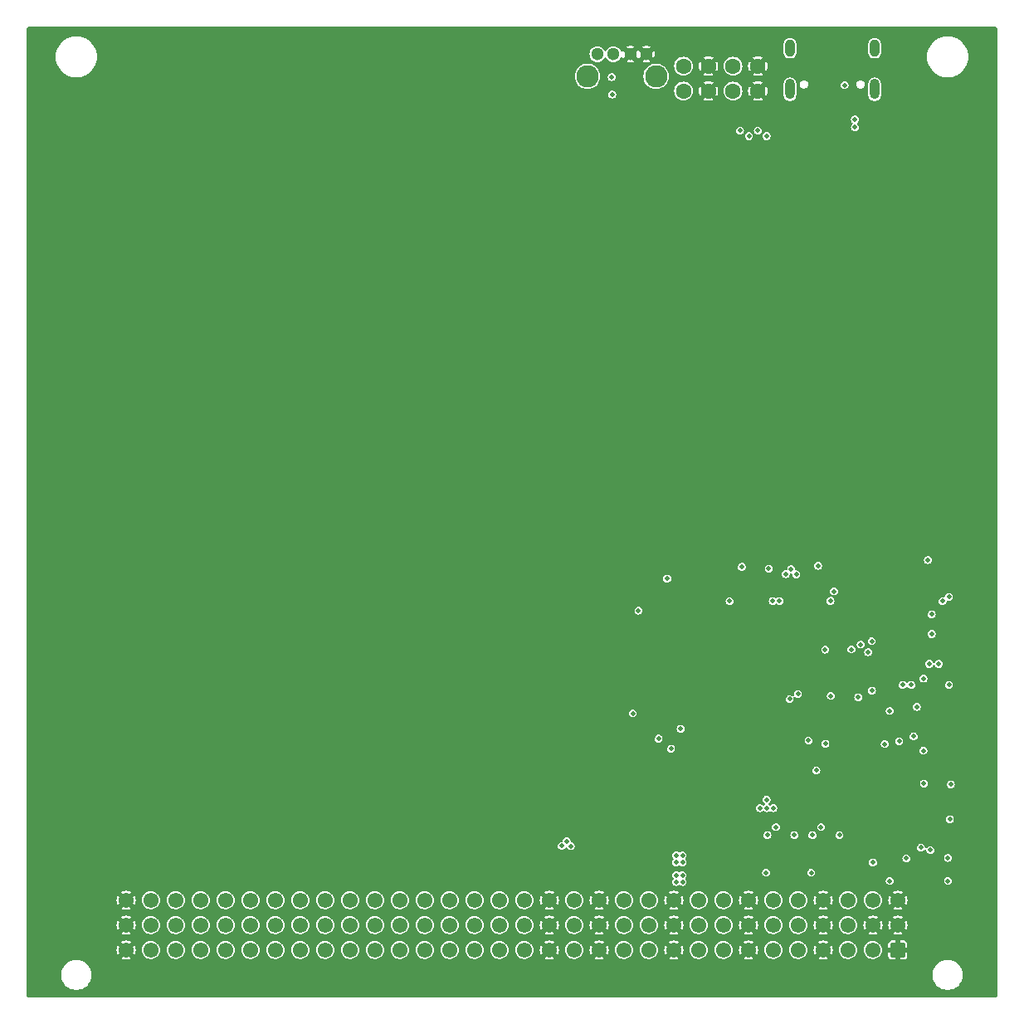
<source format=gbr>
%TF.GenerationSoftware,KiCad,Pcbnew,8.0.9-8.0.9-0~ubuntu24.04.1*%
%TF.CreationDate,2025-04-19T18:55:16+00:00*%
%TF.ProjectId,base-module,62617365-2d6d-46f6-9475-6c652e6b6963,1.0.1*%
%TF.SameCoordinates,Original*%
%TF.FileFunction,Copper,L2,Inr*%
%TF.FilePolarity,Positive*%
%FSLAX46Y46*%
G04 Gerber Fmt 4.6, Leading zero omitted, Abs format (unit mm)*
G04 Created by KiCad (PCBNEW 8.0.9-8.0.9-0~ubuntu24.04.1) date 2025-04-19 18:55:16*
%MOMM*%
%LPD*%
G01*
G04 APERTURE LIST*
G04 Aperture macros list*
%AMRoundRect*
0 Rectangle with rounded corners*
0 $1 Rounding radius*
0 $2 $3 $4 $5 $6 $7 $8 $9 X,Y pos of 4 corners*
0 Add a 4 corners polygon primitive as box body*
4,1,4,$2,$3,$4,$5,$6,$7,$8,$9,$2,$3,0*
0 Add four circle primitives for the rounded corners*
1,1,$1+$1,$2,$3*
1,1,$1+$1,$4,$5*
1,1,$1+$1,$6,$7*
1,1,$1+$1,$8,$9*
0 Add four rect primitives between the rounded corners*
20,1,$1+$1,$2,$3,$4,$5,0*
20,1,$1+$1,$4,$5,$6,$7,0*
20,1,$1+$1,$6,$7,$8,$9,0*
20,1,$1+$1,$8,$9,$2,$3,0*%
G04 Aperture macros list end*
%TA.AperFunction,ComponentPad*%
%ADD10C,1.600000*%
%TD*%
%TA.AperFunction,ComponentPad*%
%ADD11O,1.000000X2.100000*%
%TD*%
%TA.AperFunction,ComponentPad*%
%ADD12O,1.000000X1.800000*%
%TD*%
%TA.AperFunction,ComponentPad*%
%ADD13RoundRect,0.249999X0.525001X0.525001X-0.525001X0.525001X-0.525001X-0.525001X0.525001X-0.525001X0*%
%TD*%
%TA.AperFunction,ComponentPad*%
%ADD14C,1.550000*%
%TD*%
%TA.AperFunction,ComponentPad*%
%ADD15C,1.300000*%
%TD*%
%TA.AperFunction,ComponentPad*%
%ADD16C,2.286000*%
%TD*%
%TA.AperFunction,ViaPad*%
%ADD17C,0.500000*%
%TD*%
G04 APERTURE END LIST*
D10*
%TO.N,Net-(LED300-Pad1)*%
%TO.C,LED300*%
X106863600Y-55785000D03*
%TO.N,GND*%
X109403600Y-55785000D03*
%TO.N,Net-(LED300-Pad3)*%
X106863600Y-58325000D03*
%TO.N,GND*%
X109403600Y-58325000D03*
%TD*%
D11*
%TO.N,Net-(J800-SHIELD)*%
%TO.C,J800*%
X126370000Y-58140000D03*
D12*
X126370000Y-53960000D03*
D11*
X117730000Y-58140000D03*
D12*
X117730000Y-53960000D03*
%TD*%
D13*
%TO.N,GND*%
%TO.C,J200*%
X128740000Y-145975000D03*
D14*
%TO.N,/Backplane/BACKPLANE.D+*%
X126200000Y-145975000D03*
%TO.N,+5V_STDBY*%
X123660000Y-145975000D03*
%TO.N,GND*%
X121120000Y-145975000D03*
%TO.N,/Backplane/CAN1.+*%
X118580000Y-145975000D03*
%TO.N,/Backplane/CAN1.-*%
X116040000Y-145975000D03*
%TO.N,GND*%
X113500000Y-145975000D03*
%TO.N,/Backplane/CAN2.+*%
X110960000Y-145975000D03*
%TO.N,/Backplane/CAN2.-*%
X108420000Y-145975000D03*
%TO.N,GND*%
X105880000Y-145975000D03*
%TO.N,+12V*%
X103340000Y-145975000D03*
X100800000Y-145975000D03*
%TO.N,GND*%
X98260000Y-145975000D03*
%TO.N,+24V*%
X95720000Y-145975000D03*
%TO.N,GND*%
X93180000Y-145975000D03*
%TO.N,/Backplane/GPIOL0*%
X90640000Y-145975000D03*
%TO.N,/Backplane/GPIOL1*%
X88100000Y-145975000D03*
%TO.N,/Backplane/GPIOL2*%
X85560000Y-145975000D03*
%TO.N,/Backplane/GPIOL3*%
X83020000Y-145975000D03*
%TO.N,/Backplane/GPIOL4*%
X80480000Y-145975000D03*
%TO.N,/Backplane/GPIOL5*%
X77940000Y-145975000D03*
%TO.N,/Backplane/GPIOL6*%
X75400000Y-145975000D03*
%TO.N,/Backplane/GPIOL7*%
X72860000Y-145975000D03*
%TO.N,/Backplane/GPIOL8*%
X70320000Y-145975000D03*
%TO.N,/Backplane/GPIOL9*%
X67780000Y-145975000D03*
%TO.N,/Backplane/GPIOL10*%
X65240000Y-145975000D03*
%TO.N,/Backplane/GPIOL11*%
X62700000Y-145975000D03*
%TO.N,/Backplane/GPIOL12*%
X60160000Y-145975000D03*
%TO.N,/Backplane/GPIOL13*%
X57620000Y-145975000D03*
%TO.N,/Backplane/GPIOL14*%
X55080000Y-145975000D03*
%TO.N,/Backplane/GPIOL15*%
X52540000Y-145975000D03*
%TO.N,GND*%
X50000000Y-145975000D03*
X128740000Y-143435000D03*
X126200000Y-143435000D03*
%TO.N,+5V_STDBY*%
X123660000Y-143435000D03*
%TO.N,GND*%
X121120000Y-143435000D03*
%TO.N,/Backplane/CAN1.+*%
X118580000Y-143435000D03*
%TO.N,/Backplane/CAN1.-*%
X116040000Y-143435000D03*
%TO.N,GND*%
X113500000Y-143435000D03*
%TO.N,/Backplane/CAN2.+*%
X110960000Y-143435000D03*
%TO.N,/Backplane/CAN2.-*%
X108420000Y-143435000D03*
%TO.N,GND*%
X105880000Y-143435000D03*
%TO.N,+12V*%
X103340000Y-143435000D03*
X100800000Y-143435000D03*
%TO.N,GND*%
X98260000Y-143435000D03*
%TO.N,+24V*%
X95720000Y-143435000D03*
%TO.N,GND*%
X93180000Y-143435000D03*
%TO.N,/Backplane/GPIOC0*%
X90640000Y-143435000D03*
%TO.N,/Backplane/GPIOC1*%
X88100000Y-143435000D03*
%TO.N,/Backplane/GPIOC2*%
X85560000Y-143435000D03*
%TO.N,/Backplane/GPIOC3*%
X83020000Y-143435000D03*
%TO.N,/Backplane/GPIOC4*%
X80480000Y-143435000D03*
%TO.N,/Backplane/GPIOC5*%
X77940000Y-143435000D03*
%TO.N,/Backplane/GPIOC6*%
X75400000Y-143435000D03*
%TO.N,/Backplane/GPIOC7*%
X72860000Y-143435000D03*
%TO.N,/Backplane/GPIOC8*%
X70320000Y-143435000D03*
%TO.N,/Backplane/GPIOC9*%
X67780000Y-143435000D03*
%TO.N,/Backplane/GPIOC10*%
X65240000Y-143435000D03*
%TO.N,/Backplane/GPIOC11*%
X62700000Y-143435000D03*
%TO.N,/Backplane/GPIOC12*%
X60160000Y-143435000D03*
%TO.N,/Backplane/GPIOC13*%
X57620000Y-143435000D03*
%TO.N,/Backplane/GPIOC14*%
X55080000Y-143435000D03*
%TO.N,/Backplane/GPIOC15*%
X52540000Y-143435000D03*
%TO.N,GND*%
X50000000Y-143435000D03*
X128740000Y-140895000D03*
%TO.N,/Backplane/BACKPLANE.D-*%
X126200000Y-140895000D03*
%TO.N,+5V_STDBY*%
X123660000Y-140895000D03*
%TO.N,GND*%
X121120000Y-140895000D03*
%TO.N,/Backplane/CAN1.+*%
X118580000Y-140895000D03*
%TO.N,/Backplane/CAN1.-*%
X116040000Y-140895000D03*
%TO.N,GND*%
X113500000Y-140895000D03*
%TO.N,/Backplane/CAN2.+*%
X110960000Y-140895000D03*
%TO.N,/Backplane/CAN2.-*%
X108420000Y-140895000D03*
%TO.N,GND*%
X105880000Y-140895000D03*
%TO.N,+12V*%
X103340000Y-140895000D03*
X100800000Y-140895000D03*
%TO.N,GND*%
X98260000Y-140895000D03*
%TO.N,+24V*%
X95720000Y-140895000D03*
%TO.N,GND*%
X93180000Y-140895000D03*
%TO.N,/Backplane/GPIOR0*%
X90640000Y-140895000D03*
%TO.N,/Backplane/GPIOR1*%
X88100000Y-140895000D03*
%TO.N,/Backplane/GPIOR2*%
X85560000Y-140895000D03*
%TO.N,/Backplane/GPIOR3*%
X83020000Y-140895000D03*
%TO.N,/Backplane/GPIOR4*%
X80480000Y-140895000D03*
%TO.N,/Backplane/GPIOR5*%
X77940000Y-140895000D03*
%TO.N,/Backplane/GPIOR6*%
X75400000Y-140895000D03*
%TO.N,/Backplane/GPIOR7*%
X72860000Y-140895000D03*
%TO.N,/Backplane/GPIOR8*%
X70320000Y-140895000D03*
%TO.N,/Backplane/GPIOR9*%
X67780000Y-140895000D03*
%TO.N,/Backplane/GPIOR10*%
X65240000Y-140895000D03*
%TO.N,/Backplane/GPIOR11*%
X62700000Y-140895000D03*
%TO.N,/Backplane/GPIOR12*%
X60160000Y-140895000D03*
%TO.N,/Backplane/GPIOR13*%
X57620000Y-140895000D03*
%TO.N,/Backplane/GPIOR14*%
X55080000Y-140895000D03*
%TO.N,/Backplane/GPIOR15*%
X52540000Y-140895000D03*
%TO.N,GND*%
X50000000Y-140895000D03*
%TD*%
D15*
%TO.N,GND*%
%TO.C,SW400*%
X103080000Y-54575000D03*
X101450000Y-54575000D03*
%TO.N,/MCU/SWD.~{RST}*%
X99710000Y-54575000D03*
%TO.N,/MCU/USR_BUTTON*%
X98080000Y-54575000D03*
D16*
%TO.N,N/C*%
X104080000Y-56825000D03*
X97080000Y-56825000D03*
%TD*%
D10*
%TO.N,Net-(LED301-Pad1)*%
%TO.C,LED301*%
X111913600Y-55785000D03*
%TO.N,GND*%
X114453600Y-55785000D03*
%TO.N,Net-(LED301-Pad3)*%
X111913600Y-58325000D03*
%TO.N,GND*%
X114453600Y-58325000D03*
%TD*%
D17*
%TO.N,+3V3*%
X115300000Y-138075000D03*
X99598400Y-58685001D03*
X131350000Y-125625000D03*
X121325000Y-115325000D03*
X104325000Y-124400000D03*
X120590000Y-106765000D03*
X115350000Y-131500000D03*
X132050000Y-135775000D03*
X131800000Y-106175000D03*
X131400000Y-128975000D03*
X133950000Y-118922500D03*
X114650000Y-131500000D03*
X115350000Y-130625000D03*
X102275000Y-111350000D03*
X121350000Y-124927500D03*
X127900000Y-121575000D03*
X121875000Y-110350000D03*
X105200000Y-108075000D03*
X125700000Y-115575000D03*
X131350000Y-118275000D03*
X124000000Y-115300000D03*
X122225000Y-109375000D03*
X115575000Y-107050000D03*
X101700000Y-121825000D03*
X119900000Y-138075000D03*
X116025000Y-131500000D03*
X112825000Y-106875000D03*
X119625000Y-124600000D03*
X114450000Y-62375000D03*
%TO.N,GND*%
X106050000Y-107375000D03*
X108925000Y-107700000D03*
X99598400Y-57785001D03*
X95300000Y-131025000D03*
X103700000Y-128625000D03*
X106050000Y-106475000D03*
X129900000Y-124961216D03*
X128350000Y-134775000D03*
X104900000Y-128625000D03*
X109870720Y-132521542D03*
X134470000Y-142162501D03*
X127250000Y-134775000D03*
X116250000Y-62375000D03*
X95300000Y-133425000D03*
X132350000Y-125625000D03*
X113850000Y-136425000D03*
X109700000Y-128625000D03*
X96500000Y-128625000D03*
X130325000Y-129675000D03*
X106100000Y-128625000D03*
X110520720Y-132521542D03*
X108650000Y-136275000D03*
X102850000Y-119275000D03*
X113300000Y-128625000D03*
X103700000Y-132225000D03*
X97700000Y-128625000D03*
X115050000Y-136625000D03*
X121350000Y-123927500D03*
X103575000Y-106475000D03*
X116825000Y-106025000D03*
X119625000Y-125600000D03*
X108200000Y-104250000D03*
X126375000Y-109375000D03*
X126900000Y-113525000D03*
X131150000Y-116225000D03*
X112525000Y-106025000D03*
X97900000Y-111775000D03*
X113850000Y-137675000D03*
X100100000Y-128625000D03*
X94450000Y-138675000D03*
X116575000Y-107050000D03*
X128350000Y-135825000D03*
X98900000Y-128625000D03*
X118750000Y-126325000D03*
X134150000Y-128175000D03*
X131900000Y-133925000D03*
X126950000Y-106725000D03*
X119100000Y-134275000D03*
X111170720Y-132521542D03*
X103575000Y-107350000D03*
X103700000Y-133425000D03*
X122200000Y-115275000D03*
X103700000Y-131025000D03*
X117150000Y-62375000D03*
X131150000Y-115125000D03*
X119670000Y-61785001D03*
X133300000Y-122825000D03*
X118050000Y-62925000D03*
X108500000Y-128625000D03*
X133950000Y-119922500D03*
X134100000Y-133525000D03*
X134300000Y-135775000D03*
X112100000Y-128625000D03*
X113825000Y-106875000D03*
X121900000Y-133425000D03*
X114500000Y-128625000D03*
X118850000Y-59675000D03*
X103325000Y-124400000D03*
X121875000Y-111350000D03*
X117300000Y-133425000D03*
X120590000Y-105865000D03*
X129800000Y-133725000D03*
X95953492Y-138663288D03*
X127250000Y-135825000D03*
X131100000Y-136425000D03*
X110900000Y-128625000D03*
X101300000Y-128625000D03*
X99850000Y-134671508D03*
X102500000Y-128625000D03*
X95300000Y-132225000D03*
X107300000Y-128625000D03*
X95200000Y-138675000D03*
X99850000Y-135971508D03*
X95300000Y-129825000D03*
X136150000Y-138925000D03*
X102225000Y-122850000D03*
X126700000Y-115575000D03*
X102275000Y-110350000D03*
X123200000Y-136625000D03*
X131950000Y-139425000D03*
X113850000Y-137075000D03*
X125350000Y-62025000D03*
X125350000Y-61225000D03*
X123550000Y-125325000D03*
X132700000Y-132175000D03*
X99850000Y-135321508D03*
X123100000Y-115275000D03*
X103700000Y-129825000D03*
X95300000Y-128625000D03*
X132350000Y-118275000D03*
X119650000Y-136625000D03*
%TO.N,+5V*%
X106125000Y-137025000D03*
X134150000Y-129075000D03*
X116300000Y-133425000D03*
X106775000Y-136325000D03*
X133300000Y-110375000D03*
X131100000Y-135525001D03*
X106775000Y-137025000D03*
X126200000Y-137025000D03*
X106125000Y-136325000D03*
X120900000Y-133425000D03*
%TO.N,/ST-LINK/LED*%
X124950000Y-114800000D03*
X127400000Y-124950000D03*
%TO.N,/ST-LINK/STLINK-BOOT0*%
X130675000Y-121175000D03*
%TO.N,/ST-LINK/DIO*%
X128875000Y-124675000D03*
%TO.N,/ST-LINK/CLK*%
X130350000Y-124175000D03*
%TO.N,+12V_FUSED*%
X94451270Y-135361059D03*
X133950000Y-109925000D03*
X106125000Y-139025000D03*
X106125000Y-138325000D03*
X106775000Y-138325000D03*
X95375000Y-135375000D03*
X106775000Y-139025000D03*
X94950000Y-134875000D03*
%TO.N,/ST-LINK/STLINK_RX*%
X126100000Y-119500000D03*
X132200000Y-113725000D03*
%TO.N,/USB/VBUS_IN*%
X124350000Y-61225000D03*
X134050000Y-132625000D03*
%TO.N,/ST-LINK/STLINK_TX*%
X132200000Y-111725000D03*
X126075000Y-114450000D03*
%TO.N,/MCU/USR_BUTTON*%
X115975000Y-110350000D03*
X99538600Y-56899202D03*
%TO.N,/MCU/SWD.~{RST}*%
X111575001Y-110375000D03*
X121900000Y-120045000D03*
X118377238Y-107645000D03*
%TO.N,Net-(U302-PGANG)*%
X129600000Y-136625000D03*
X127900000Y-138925000D03*
%TO.N,Net-(U700-PA5)*%
X124700000Y-120175000D03*
X120425000Y-127650000D03*
%TO.N,Net-(U700-PC13)*%
X130100000Y-118925000D03*
X132900000Y-116775000D03*
%TO.N,Net-(U700-PC14)*%
X129225000Y-118925000D03*
X131950000Y-116775000D03*
%TO.N,/CAN transceiver 1/CAN.TX*%
X122775000Y-134250000D03*
X118550000Y-119850000D03*
%TO.N,/CAN transceiver 1/CAN.RX*%
X117700000Y-120375000D03*
X120025000Y-134250000D03*
%TO.N,/CAN transceiver 2/CAN.TX*%
X118175000Y-134250000D03*
X106575000Y-123400000D03*
%TO.N,/CAN transceiver 2/CAN.RX*%
X105600000Y-125425000D03*
X115425000Y-134250000D03*
%TO.N,/USB/CC1*%
X123300000Y-57725000D03*
X124350000Y-62025000D03*
%TO.N,Net-(U801-~{OE})*%
X133850000Y-136575000D03*
X133850000Y-138925000D03*
%TO.N,/MCU/USER_LED_1*%
X113550000Y-62925000D03*
X117850000Y-107125000D03*
%TO.N,/MCU/USER_LED_2*%
X117300000Y-107625000D03*
X112650000Y-62375000D03*
%TO.N,/MCU/STATUS_LED*%
X115350000Y-62925000D03*
X116675000Y-110350000D03*
%TD*%
%TA.AperFunction,Conductor*%
%TO.N,GND*%
G36*
X138812539Y-51805186D02*
G01*
X138858294Y-51857990D01*
X138869500Y-51909501D01*
X138869500Y-150660501D01*
X138849815Y-150727540D01*
X138797011Y-150773295D01*
X138745500Y-150784501D01*
X39994500Y-150784501D01*
X39927461Y-150764816D01*
X39881706Y-150712012D01*
X39870500Y-150660501D01*
X39870500Y-148394941D01*
X43394500Y-148394941D01*
X43394500Y-148635058D01*
X43432063Y-148872222D01*
X43506265Y-149100593D01*
X43615276Y-149314536D01*
X43756414Y-149508796D01*
X43926204Y-149678586D01*
X44120464Y-149819724D01*
X44221543Y-149871226D01*
X44334406Y-149928734D01*
X44334408Y-149928734D01*
X44334411Y-149928736D01*
X44562778Y-150002937D01*
X44799941Y-150040500D01*
X44799942Y-150040500D01*
X45040058Y-150040500D01*
X45040059Y-150040500D01*
X45277222Y-150002937D01*
X45505589Y-149928736D01*
X45719536Y-149819724D01*
X45913796Y-149678586D01*
X46083586Y-149508796D01*
X46224724Y-149314536D01*
X46333736Y-149100589D01*
X46407937Y-148872222D01*
X46445500Y-148635059D01*
X46445500Y-148394941D01*
X132294500Y-148394941D01*
X132294500Y-148635058D01*
X132332063Y-148872222D01*
X132406265Y-149100593D01*
X132515276Y-149314536D01*
X132656414Y-149508796D01*
X132826204Y-149678586D01*
X133020464Y-149819724D01*
X133121543Y-149871226D01*
X133234406Y-149928734D01*
X133234408Y-149928734D01*
X133234411Y-149928736D01*
X133462778Y-150002937D01*
X133699941Y-150040500D01*
X133699942Y-150040500D01*
X133940058Y-150040500D01*
X133940059Y-150040500D01*
X134177222Y-150002937D01*
X134405589Y-149928736D01*
X134619536Y-149819724D01*
X134813796Y-149678586D01*
X134983586Y-149508796D01*
X135124724Y-149314536D01*
X135233736Y-149100589D01*
X135307937Y-148872222D01*
X135345500Y-148635059D01*
X135345500Y-148394941D01*
X135307937Y-148157778D01*
X135233736Y-147929411D01*
X135233734Y-147929408D01*
X135233734Y-147929406D01*
X135124723Y-147715463D01*
X134983586Y-147521204D01*
X134813796Y-147351414D01*
X134619536Y-147210276D01*
X134405593Y-147101265D01*
X134177222Y-147027063D01*
X133940059Y-146989500D01*
X133699941Y-146989500D01*
X133581359Y-147008281D01*
X133462777Y-147027063D01*
X133234406Y-147101265D01*
X133020463Y-147210276D01*
X132826201Y-147351416D01*
X132656416Y-147521201D01*
X132515276Y-147715463D01*
X132406265Y-147929406D01*
X132332063Y-148157777D01*
X132294500Y-148394941D01*
X46445500Y-148394941D01*
X46407937Y-148157778D01*
X46333736Y-147929411D01*
X46333734Y-147929408D01*
X46333734Y-147929406D01*
X46224723Y-147715463D01*
X46083586Y-147521204D01*
X45913796Y-147351414D01*
X45719536Y-147210276D01*
X45505593Y-147101265D01*
X45277222Y-147027063D01*
X45040059Y-146989500D01*
X44799941Y-146989500D01*
X44681359Y-147008281D01*
X44562777Y-147027063D01*
X44334406Y-147101265D01*
X44120463Y-147210276D01*
X43926201Y-147351416D01*
X43756416Y-147521201D01*
X43615276Y-147715463D01*
X43506265Y-147929406D01*
X43432063Y-148157777D01*
X43394500Y-148394941D01*
X39870500Y-148394941D01*
X39870500Y-145975000D01*
X49020282Y-145975000D01*
X49039106Y-146166134D01*
X49039107Y-146166136D01*
X49094857Y-146349918D01*
X49094858Y-146349920D01*
X49156395Y-146465049D01*
X49156396Y-146465050D01*
X49517037Y-146104408D01*
X49534075Y-146167993D01*
X49599901Y-146282007D01*
X49692993Y-146375099D01*
X49807007Y-146440925D01*
X49870590Y-146457962D01*
X49509949Y-146818603D01*
X49625082Y-146880142D01*
X49808863Y-146935892D01*
X49808865Y-146935893D01*
X50000000Y-146954717D01*
X50191134Y-146935893D01*
X50191136Y-146935892D01*
X50374921Y-146880141D01*
X50490049Y-146818603D01*
X50129409Y-146457962D01*
X50192993Y-146440925D01*
X50307007Y-146375099D01*
X50400099Y-146282007D01*
X50465925Y-146167993D01*
X50482962Y-146104408D01*
X50843603Y-146465049D01*
X50905141Y-146349921D01*
X50960892Y-146166136D01*
X50960893Y-146166134D01*
X50979717Y-145975000D01*
X51609402Y-145975000D01*
X51629738Y-146168483D01*
X51689856Y-146353510D01*
X51689857Y-146353511D01*
X51759999Y-146475000D01*
X51787130Y-146521992D01*
X51816137Y-146554207D01*
X51917302Y-146666564D01*
X51917305Y-146666566D01*
X51917308Y-146666569D01*
X52035352Y-146752333D01*
X52074702Y-146780923D01*
X52142926Y-146811297D01*
X52252429Y-146860051D01*
X52442726Y-146900500D01*
X52637274Y-146900500D01*
X52827571Y-146860051D01*
X53005299Y-146780922D01*
X53162692Y-146666569D01*
X53292870Y-146521992D01*
X53390144Y-146353508D01*
X53450262Y-146168482D01*
X53470598Y-145975000D01*
X54149402Y-145975000D01*
X54169738Y-146168483D01*
X54229856Y-146353510D01*
X54229857Y-146353511D01*
X54299999Y-146475000D01*
X54327130Y-146521992D01*
X54356137Y-146554207D01*
X54457302Y-146666564D01*
X54457305Y-146666566D01*
X54457308Y-146666569D01*
X54575352Y-146752333D01*
X54614702Y-146780923D01*
X54682926Y-146811297D01*
X54792429Y-146860051D01*
X54982726Y-146900500D01*
X55177274Y-146900500D01*
X55367571Y-146860051D01*
X55545299Y-146780922D01*
X55702692Y-146666569D01*
X55832870Y-146521992D01*
X55930144Y-146353508D01*
X55990262Y-146168482D01*
X56010598Y-145975000D01*
X56689402Y-145975000D01*
X56709738Y-146168483D01*
X56769856Y-146353510D01*
X56769857Y-146353511D01*
X56839999Y-146475000D01*
X56867130Y-146521992D01*
X56896137Y-146554207D01*
X56997302Y-146666564D01*
X56997305Y-146666566D01*
X56997308Y-146666569D01*
X57115352Y-146752333D01*
X57154702Y-146780923D01*
X57222926Y-146811297D01*
X57332429Y-146860051D01*
X57522726Y-146900500D01*
X57717274Y-146900500D01*
X57907571Y-146860051D01*
X58085299Y-146780922D01*
X58242692Y-146666569D01*
X58372870Y-146521992D01*
X58470144Y-146353508D01*
X58530262Y-146168482D01*
X58550598Y-145975000D01*
X59229402Y-145975000D01*
X59249738Y-146168483D01*
X59309856Y-146353510D01*
X59309857Y-146353511D01*
X59379999Y-146475000D01*
X59407130Y-146521992D01*
X59436137Y-146554207D01*
X59537302Y-146666564D01*
X59537305Y-146666566D01*
X59537308Y-146666569D01*
X59655352Y-146752333D01*
X59694702Y-146780923D01*
X59762926Y-146811297D01*
X59872429Y-146860051D01*
X60062726Y-146900500D01*
X60257274Y-146900500D01*
X60447571Y-146860051D01*
X60625299Y-146780922D01*
X60782692Y-146666569D01*
X60912870Y-146521992D01*
X61010144Y-146353508D01*
X61070262Y-146168482D01*
X61090598Y-145975000D01*
X61769402Y-145975000D01*
X61789738Y-146168483D01*
X61849856Y-146353510D01*
X61849857Y-146353511D01*
X61919999Y-146475000D01*
X61947130Y-146521992D01*
X61976137Y-146554207D01*
X62077302Y-146666564D01*
X62077305Y-146666566D01*
X62077308Y-146666569D01*
X62195352Y-146752333D01*
X62234702Y-146780923D01*
X62302926Y-146811297D01*
X62412429Y-146860051D01*
X62602726Y-146900500D01*
X62797274Y-146900500D01*
X62987571Y-146860051D01*
X63165299Y-146780922D01*
X63322692Y-146666569D01*
X63452870Y-146521992D01*
X63550144Y-146353508D01*
X63610262Y-146168482D01*
X63630598Y-145975000D01*
X64309402Y-145975000D01*
X64329738Y-146168483D01*
X64389856Y-146353510D01*
X64389857Y-146353511D01*
X64459999Y-146475000D01*
X64487130Y-146521992D01*
X64516137Y-146554207D01*
X64617302Y-146666564D01*
X64617305Y-146666566D01*
X64617308Y-146666569D01*
X64735352Y-146752333D01*
X64774702Y-146780923D01*
X64842926Y-146811297D01*
X64952429Y-146860051D01*
X65142726Y-146900500D01*
X65337274Y-146900500D01*
X65527571Y-146860051D01*
X65705299Y-146780922D01*
X65862692Y-146666569D01*
X65992870Y-146521992D01*
X66090144Y-146353508D01*
X66150262Y-146168482D01*
X66170598Y-145975000D01*
X66849402Y-145975000D01*
X66869738Y-146168483D01*
X66929856Y-146353510D01*
X66929857Y-146353511D01*
X66999999Y-146475000D01*
X67027130Y-146521992D01*
X67056137Y-146554207D01*
X67157302Y-146666564D01*
X67157305Y-146666566D01*
X67157308Y-146666569D01*
X67275352Y-146752333D01*
X67314702Y-146780923D01*
X67382926Y-146811297D01*
X67492429Y-146860051D01*
X67682726Y-146900500D01*
X67877274Y-146900500D01*
X68067571Y-146860051D01*
X68245299Y-146780922D01*
X68402692Y-146666569D01*
X68532870Y-146521992D01*
X68630144Y-146353508D01*
X68690262Y-146168482D01*
X68710598Y-145975000D01*
X69389402Y-145975000D01*
X69409738Y-146168483D01*
X69469856Y-146353510D01*
X69469857Y-146353511D01*
X69539999Y-146475000D01*
X69567130Y-146521992D01*
X69596137Y-146554207D01*
X69697302Y-146666564D01*
X69697305Y-146666566D01*
X69697308Y-146666569D01*
X69815352Y-146752333D01*
X69854702Y-146780923D01*
X69922926Y-146811297D01*
X70032429Y-146860051D01*
X70222726Y-146900500D01*
X70417274Y-146900500D01*
X70607571Y-146860051D01*
X70785299Y-146780922D01*
X70942692Y-146666569D01*
X71072870Y-146521992D01*
X71170144Y-146353508D01*
X71230262Y-146168482D01*
X71250598Y-145975000D01*
X71929402Y-145975000D01*
X71949738Y-146168483D01*
X72009856Y-146353510D01*
X72009857Y-146353511D01*
X72079999Y-146475000D01*
X72107130Y-146521992D01*
X72136137Y-146554207D01*
X72237302Y-146666564D01*
X72237305Y-146666566D01*
X72237308Y-146666569D01*
X72355352Y-146752333D01*
X72394702Y-146780923D01*
X72462926Y-146811297D01*
X72572429Y-146860051D01*
X72762726Y-146900500D01*
X72957274Y-146900500D01*
X73147571Y-146860051D01*
X73325299Y-146780922D01*
X73482692Y-146666569D01*
X73612870Y-146521992D01*
X73710144Y-146353508D01*
X73770262Y-146168482D01*
X73790598Y-145975000D01*
X74469402Y-145975000D01*
X74489738Y-146168483D01*
X74549856Y-146353510D01*
X74549857Y-146353511D01*
X74619999Y-146475000D01*
X74647130Y-146521992D01*
X74676137Y-146554207D01*
X74777302Y-146666564D01*
X74777305Y-146666566D01*
X74777308Y-146666569D01*
X74895352Y-146752333D01*
X74934702Y-146780923D01*
X75002926Y-146811297D01*
X75112429Y-146860051D01*
X75302726Y-146900500D01*
X75497274Y-146900500D01*
X75687571Y-146860051D01*
X75865299Y-146780922D01*
X76022692Y-146666569D01*
X76152870Y-146521992D01*
X76250144Y-146353508D01*
X76310262Y-146168482D01*
X76330598Y-145975000D01*
X77009402Y-145975000D01*
X77029738Y-146168483D01*
X77089856Y-146353510D01*
X77089857Y-146353511D01*
X77159999Y-146475000D01*
X77187130Y-146521992D01*
X77216137Y-146554207D01*
X77317302Y-146666564D01*
X77317305Y-146666566D01*
X77317308Y-146666569D01*
X77435352Y-146752333D01*
X77474702Y-146780923D01*
X77542926Y-146811297D01*
X77652429Y-146860051D01*
X77842726Y-146900500D01*
X78037274Y-146900500D01*
X78227571Y-146860051D01*
X78405299Y-146780922D01*
X78562692Y-146666569D01*
X78692870Y-146521992D01*
X78790144Y-146353508D01*
X78850262Y-146168482D01*
X78870598Y-145975000D01*
X79549402Y-145975000D01*
X79569738Y-146168483D01*
X79629856Y-146353510D01*
X79629857Y-146353511D01*
X79699999Y-146475000D01*
X79727130Y-146521992D01*
X79756137Y-146554207D01*
X79857302Y-146666564D01*
X79857305Y-146666566D01*
X79857308Y-146666569D01*
X79975352Y-146752333D01*
X80014702Y-146780923D01*
X80082926Y-146811297D01*
X80192429Y-146860051D01*
X80382726Y-146900500D01*
X80577274Y-146900500D01*
X80767571Y-146860051D01*
X80945299Y-146780922D01*
X81102692Y-146666569D01*
X81232870Y-146521992D01*
X81330144Y-146353508D01*
X81390262Y-146168482D01*
X81410598Y-145975000D01*
X82089402Y-145975000D01*
X82109738Y-146168483D01*
X82169856Y-146353510D01*
X82169857Y-146353511D01*
X82239999Y-146475000D01*
X82267130Y-146521992D01*
X82296137Y-146554207D01*
X82397302Y-146666564D01*
X82397305Y-146666566D01*
X82397308Y-146666569D01*
X82515352Y-146752333D01*
X82554702Y-146780923D01*
X82622926Y-146811297D01*
X82732429Y-146860051D01*
X82922726Y-146900500D01*
X83117274Y-146900500D01*
X83307571Y-146860051D01*
X83485299Y-146780922D01*
X83642692Y-146666569D01*
X83772870Y-146521992D01*
X83870144Y-146353508D01*
X83930262Y-146168482D01*
X83950598Y-145975000D01*
X84629402Y-145975000D01*
X84649738Y-146168483D01*
X84709856Y-146353510D01*
X84709857Y-146353511D01*
X84779999Y-146475000D01*
X84807130Y-146521992D01*
X84836137Y-146554207D01*
X84937302Y-146666564D01*
X84937305Y-146666566D01*
X84937308Y-146666569D01*
X85055352Y-146752333D01*
X85094702Y-146780923D01*
X85162926Y-146811297D01*
X85272429Y-146860051D01*
X85462726Y-146900500D01*
X85657274Y-146900500D01*
X85847571Y-146860051D01*
X86025299Y-146780922D01*
X86182692Y-146666569D01*
X86312870Y-146521992D01*
X86410144Y-146353508D01*
X86470262Y-146168482D01*
X86490598Y-145975000D01*
X87169402Y-145975000D01*
X87189738Y-146168483D01*
X87249856Y-146353510D01*
X87249857Y-146353511D01*
X87319999Y-146475000D01*
X87347130Y-146521992D01*
X87376137Y-146554207D01*
X87477302Y-146666564D01*
X87477305Y-146666566D01*
X87477308Y-146666569D01*
X87595352Y-146752333D01*
X87634702Y-146780923D01*
X87702926Y-146811297D01*
X87812429Y-146860051D01*
X88002726Y-146900500D01*
X88197274Y-146900500D01*
X88387571Y-146860051D01*
X88565299Y-146780922D01*
X88722692Y-146666569D01*
X88852870Y-146521992D01*
X88950144Y-146353508D01*
X89010262Y-146168482D01*
X89030598Y-145975000D01*
X89709402Y-145975000D01*
X89729738Y-146168483D01*
X89789856Y-146353510D01*
X89789857Y-146353511D01*
X89859999Y-146475000D01*
X89887130Y-146521992D01*
X89916137Y-146554207D01*
X90017302Y-146666564D01*
X90017305Y-146666566D01*
X90017308Y-146666569D01*
X90135352Y-146752333D01*
X90174702Y-146780923D01*
X90242926Y-146811297D01*
X90352429Y-146860051D01*
X90542726Y-146900500D01*
X90737274Y-146900500D01*
X90927571Y-146860051D01*
X91105299Y-146780922D01*
X91262692Y-146666569D01*
X91392870Y-146521992D01*
X91490144Y-146353508D01*
X91550262Y-146168482D01*
X91570598Y-145975000D01*
X92200282Y-145975000D01*
X92219106Y-146166134D01*
X92219107Y-146166136D01*
X92274857Y-146349918D01*
X92274858Y-146349920D01*
X92336395Y-146465049D01*
X92336396Y-146465050D01*
X92697037Y-146104408D01*
X92714075Y-146167993D01*
X92779901Y-146282007D01*
X92872993Y-146375099D01*
X92987007Y-146440925D01*
X93050590Y-146457962D01*
X92689949Y-146818603D01*
X92805082Y-146880142D01*
X92988863Y-146935892D01*
X92988865Y-146935893D01*
X93180000Y-146954717D01*
X93371134Y-146935893D01*
X93371136Y-146935892D01*
X93554921Y-146880141D01*
X93670049Y-146818603D01*
X93309409Y-146457962D01*
X93372993Y-146440925D01*
X93487007Y-146375099D01*
X93580099Y-146282007D01*
X93645925Y-146167993D01*
X93662962Y-146104408D01*
X94023603Y-146465049D01*
X94085141Y-146349921D01*
X94140892Y-146166136D01*
X94140893Y-146166134D01*
X94159717Y-145975000D01*
X94789402Y-145975000D01*
X94809738Y-146168483D01*
X94869856Y-146353510D01*
X94869857Y-146353511D01*
X94939999Y-146475000D01*
X94967130Y-146521992D01*
X94996137Y-146554207D01*
X95097302Y-146666564D01*
X95097305Y-146666566D01*
X95097308Y-146666569D01*
X95215352Y-146752333D01*
X95254702Y-146780923D01*
X95322926Y-146811297D01*
X95432429Y-146860051D01*
X95622726Y-146900500D01*
X95817274Y-146900500D01*
X96007571Y-146860051D01*
X96185299Y-146780922D01*
X96342692Y-146666569D01*
X96472870Y-146521992D01*
X96570144Y-146353508D01*
X96630262Y-146168482D01*
X96650598Y-145975000D01*
X97280282Y-145975000D01*
X97299106Y-146166134D01*
X97299107Y-146166136D01*
X97354857Y-146349918D01*
X97354858Y-146349920D01*
X97416395Y-146465049D01*
X97416396Y-146465050D01*
X97777037Y-146104408D01*
X97794075Y-146167993D01*
X97859901Y-146282007D01*
X97952993Y-146375099D01*
X98067007Y-146440925D01*
X98130590Y-146457962D01*
X97769949Y-146818603D01*
X97885082Y-146880142D01*
X98068863Y-146935892D01*
X98068865Y-146935893D01*
X98260000Y-146954717D01*
X98451134Y-146935893D01*
X98451136Y-146935892D01*
X98634921Y-146880141D01*
X98750049Y-146818603D01*
X98389409Y-146457962D01*
X98452993Y-146440925D01*
X98567007Y-146375099D01*
X98660099Y-146282007D01*
X98725925Y-146167993D01*
X98742962Y-146104408D01*
X99103603Y-146465049D01*
X99165141Y-146349921D01*
X99220892Y-146166136D01*
X99220893Y-146166134D01*
X99239717Y-145975000D01*
X99869402Y-145975000D01*
X99889738Y-146168483D01*
X99949856Y-146353510D01*
X99949857Y-146353511D01*
X100019999Y-146475000D01*
X100047130Y-146521992D01*
X100076137Y-146554207D01*
X100177302Y-146666564D01*
X100177305Y-146666566D01*
X100177308Y-146666569D01*
X100295352Y-146752333D01*
X100334702Y-146780923D01*
X100402926Y-146811297D01*
X100512429Y-146860051D01*
X100702726Y-146900500D01*
X100897274Y-146900500D01*
X101087571Y-146860051D01*
X101265299Y-146780922D01*
X101422692Y-146666569D01*
X101552870Y-146521992D01*
X101650144Y-146353508D01*
X101710262Y-146168482D01*
X101730598Y-145975000D01*
X102409402Y-145975000D01*
X102429738Y-146168483D01*
X102489856Y-146353510D01*
X102489857Y-146353511D01*
X102559999Y-146475000D01*
X102587130Y-146521992D01*
X102616137Y-146554207D01*
X102717302Y-146666564D01*
X102717305Y-146666566D01*
X102717308Y-146666569D01*
X102835352Y-146752333D01*
X102874702Y-146780923D01*
X102942926Y-146811297D01*
X103052429Y-146860051D01*
X103242726Y-146900500D01*
X103437274Y-146900500D01*
X103627571Y-146860051D01*
X103805299Y-146780922D01*
X103962692Y-146666569D01*
X104092870Y-146521992D01*
X104190144Y-146353508D01*
X104250262Y-146168482D01*
X104270598Y-145975000D01*
X104900282Y-145975000D01*
X104919106Y-146166134D01*
X104919107Y-146166136D01*
X104974857Y-146349918D01*
X104974858Y-146349920D01*
X105036395Y-146465049D01*
X105036396Y-146465050D01*
X105397037Y-146104408D01*
X105414075Y-146167993D01*
X105479901Y-146282007D01*
X105572993Y-146375099D01*
X105687007Y-146440925D01*
X105750590Y-146457962D01*
X105389949Y-146818603D01*
X105505082Y-146880142D01*
X105688863Y-146935892D01*
X105688865Y-146935893D01*
X105880000Y-146954717D01*
X106071134Y-146935893D01*
X106071136Y-146935892D01*
X106254921Y-146880141D01*
X106370049Y-146818603D01*
X106009409Y-146457962D01*
X106072993Y-146440925D01*
X106187007Y-146375099D01*
X106280099Y-146282007D01*
X106345925Y-146167993D01*
X106362962Y-146104408D01*
X106723603Y-146465049D01*
X106785141Y-146349921D01*
X106840892Y-146166136D01*
X106840893Y-146166134D01*
X106859717Y-145975000D01*
X107489402Y-145975000D01*
X107509738Y-146168483D01*
X107569856Y-146353510D01*
X107569857Y-146353511D01*
X107639999Y-146475000D01*
X107667130Y-146521992D01*
X107696137Y-146554207D01*
X107797302Y-146666564D01*
X107797305Y-146666566D01*
X107797308Y-146666569D01*
X107915352Y-146752333D01*
X107954702Y-146780923D01*
X108022926Y-146811297D01*
X108132429Y-146860051D01*
X108322726Y-146900500D01*
X108517274Y-146900500D01*
X108707571Y-146860051D01*
X108885299Y-146780922D01*
X109042692Y-146666569D01*
X109172870Y-146521992D01*
X109270144Y-146353508D01*
X109330262Y-146168482D01*
X109350598Y-145975000D01*
X110029402Y-145975000D01*
X110049738Y-146168483D01*
X110109856Y-146353510D01*
X110109857Y-146353511D01*
X110179999Y-146475000D01*
X110207130Y-146521992D01*
X110236137Y-146554207D01*
X110337302Y-146666564D01*
X110337305Y-146666566D01*
X110337308Y-146666569D01*
X110455352Y-146752333D01*
X110494702Y-146780923D01*
X110562926Y-146811297D01*
X110672429Y-146860051D01*
X110862726Y-146900500D01*
X111057274Y-146900500D01*
X111247571Y-146860051D01*
X111425299Y-146780922D01*
X111582692Y-146666569D01*
X111712870Y-146521992D01*
X111810144Y-146353508D01*
X111870262Y-146168482D01*
X111890598Y-145975000D01*
X112520282Y-145975000D01*
X112539106Y-146166134D01*
X112539107Y-146166136D01*
X112594857Y-146349918D01*
X112594858Y-146349920D01*
X112656395Y-146465049D01*
X112656396Y-146465050D01*
X113017037Y-146104408D01*
X113034075Y-146167993D01*
X113099901Y-146282007D01*
X113192993Y-146375099D01*
X113307007Y-146440925D01*
X113370590Y-146457962D01*
X113009949Y-146818603D01*
X113125082Y-146880142D01*
X113308863Y-146935892D01*
X113308865Y-146935893D01*
X113500000Y-146954717D01*
X113691134Y-146935893D01*
X113691136Y-146935892D01*
X113874921Y-146880141D01*
X113990049Y-146818603D01*
X113629409Y-146457962D01*
X113692993Y-146440925D01*
X113807007Y-146375099D01*
X113900099Y-146282007D01*
X113965925Y-146167993D01*
X113982962Y-146104408D01*
X114343603Y-146465049D01*
X114405141Y-146349921D01*
X114460892Y-146166136D01*
X114460893Y-146166134D01*
X114479717Y-145975000D01*
X115109402Y-145975000D01*
X115129738Y-146168483D01*
X115189856Y-146353510D01*
X115189857Y-146353511D01*
X115259999Y-146475000D01*
X115287130Y-146521992D01*
X115316137Y-146554207D01*
X115417302Y-146666564D01*
X115417305Y-146666566D01*
X115417308Y-146666569D01*
X115535352Y-146752333D01*
X115574702Y-146780923D01*
X115642926Y-146811297D01*
X115752429Y-146860051D01*
X115942726Y-146900500D01*
X116137274Y-146900500D01*
X116327571Y-146860051D01*
X116505299Y-146780922D01*
X116662692Y-146666569D01*
X116792870Y-146521992D01*
X116890144Y-146353508D01*
X116950262Y-146168482D01*
X116970598Y-145975000D01*
X117649402Y-145975000D01*
X117669738Y-146168483D01*
X117729856Y-146353510D01*
X117729857Y-146353511D01*
X117799999Y-146475000D01*
X117827130Y-146521992D01*
X117856137Y-146554207D01*
X117957302Y-146666564D01*
X117957305Y-146666566D01*
X117957308Y-146666569D01*
X118075352Y-146752333D01*
X118114702Y-146780923D01*
X118182926Y-146811297D01*
X118292429Y-146860051D01*
X118482726Y-146900500D01*
X118677274Y-146900500D01*
X118867571Y-146860051D01*
X119045299Y-146780922D01*
X119202692Y-146666569D01*
X119332870Y-146521992D01*
X119430144Y-146353508D01*
X119490262Y-146168482D01*
X119510598Y-145975000D01*
X120140282Y-145975000D01*
X120159106Y-146166134D01*
X120159107Y-146166136D01*
X120214857Y-146349918D01*
X120214858Y-146349920D01*
X120276395Y-146465049D01*
X120276396Y-146465050D01*
X120637037Y-146104408D01*
X120654075Y-146167993D01*
X120719901Y-146282007D01*
X120812993Y-146375099D01*
X120927007Y-146440925D01*
X120990590Y-146457962D01*
X120629949Y-146818603D01*
X120745082Y-146880142D01*
X120928863Y-146935892D01*
X120928865Y-146935893D01*
X121120000Y-146954717D01*
X121311134Y-146935893D01*
X121311136Y-146935892D01*
X121494921Y-146880141D01*
X121610049Y-146818603D01*
X121249409Y-146457962D01*
X121312993Y-146440925D01*
X121427007Y-146375099D01*
X121520099Y-146282007D01*
X121585925Y-146167993D01*
X121602962Y-146104408D01*
X121963603Y-146465049D01*
X122025141Y-146349921D01*
X122080892Y-146166136D01*
X122080893Y-146166134D01*
X122099717Y-145975000D01*
X122729402Y-145975000D01*
X122749738Y-146168483D01*
X122809856Y-146353510D01*
X122809857Y-146353511D01*
X122879999Y-146475000D01*
X122907130Y-146521992D01*
X122936137Y-146554207D01*
X123037302Y-146666564D01*
X123037305Y-146666566D01*
X123037308Y-146666569D01*
X123155352Y-146752333D01*
X123194702Y-146780923D01*
X123262926Y-146811297D01*
X123372429Y-146860051D01*
X123562726Y-146900500D01*
X123757274Y-146900500D01*
X123947571Y-146860051D01*
X124125299Y-146780922D01*
X124282692Y-146666569D01*
X124412870Y-146521992D01*
X124510144Y-146353508D01*
X124570262Y-146168482D01*
X124590598Y-145975000D01*
X125269402Y-145975000D01*
X125289738Y-146168483D01*
X125349856Y-146353510D01*
X125349857Y-146353511D01*
X125419999Y-146475000D01*
X125447130Y-146521992D01*
X125476137Y-146554207D01*
X125577302Y-146666564D01*
X125577305Y-146666566D01*
X125577308Y-146666569D01*
X125695352Y-146752333D01*
X125734702Y-146780923D01*
X125802926Y-146811297D01*
X125912429Y-146860051D01*
X126102726Y-146900500D01*
X126297274Y-146900500D01*
X126487571Y-146860051D01*
X126665299Y-146780922D01*
X126822692Y-146666569D01*
X126952870Y-146521992D01*
X127050144Y-146353508D01*
X127110262Y-146168482D01*
X127130598Y-145975000D01*
X127110262Y-145781518D01*
X127050144Y-145596492D01*
X127050143Y-145596491D01*
X127050143Y-145596489D01*
X127050142Y-145596488D01*
X126985745Y-145484949D01*
X126952870Y-145428008D01*
X126923863Y-145395792D01*
X127765000Y-145395792D01*
X127765000Y-145725000D01*
X128306988Y-145725000D01*
X128274075Y-145782007D01*
X128240000Y-145909174D01*
X128240000Y-146040826D01*
X128274075Y-146167993D01*
X128306988Y-146225000D01*
X127765000Y-146225000D01*
X127765000Y-146554207D01*
X127767850Y-146584601D01*
X127767850Y-146584605D01*
X127812653Y-146712646D01*
X127893207Y-146821792D01*
X128002353Y-146902346D01*
X128130396Y-146947149D01*
X128160792Y-146950000D01*
X128490000Y-146950000D01*
X128490000Y-146408012D01*
X128547007Y-146440925D01*
X128674174Y-146475000D01*
X128805826Y-146475000D01*
X128932993Y-146440925D01*
X128990000Y-146408012D01*
X128990000Y-146950000D01*
X129319208Y-146950000D01*
X129349601Y-146947149D01*
X129349605Y-146947149D01*
X129477646Y-146902346D01*
X129586792Y-146821792D01*
X129667346Y-146712646D01*
X129712149Y-146584605D01*
X129712149Y-146584601D01*
X129715000Y-146554207D01*
X129715000Y-146225000D01*
X129173012Y-146225000D01*
X129205925Y-146167993D01*
X129240000Y-146040826D01*
X129240000Y-145909174D01*
X129205925Y-145782007D01*
X129173012Y-145725000D01*
X129715000Y-145725000D01*
X129715000Y-145395792D01*
X129712149Y-145365398D01*
X129712149Y-145365394D01*
X129667346Y-145237353D01*
X129586792Y-145128207D01*
X129477646Y-145047653D01*
X129349603Y-145002850D01*
X129319208Y-145000000D01*
X128990000Y-145000000D01*
X128990000Y-145541988D01*
X128932993Y-145509075D01*
X128805826Y-145475000D01*
X128674174Y-145475000D01*
X128547007Y-145509075D01*
X128490000Y-145541988D01*
X128490000Y-145000000D01*
X128160792Y-145000000D01*
X128130398Y-145002850D01*
X128130394Y-145002850D01*
X128002353Y-145047653D01*
X127893207Y-145128207D01*
X127812653Y-145237353D01*
X127767850Y-145365394D01*
X127767850Y-145365398D01*
X127765000Y-145395792D01*
X126923863Y-145395792D01*
X126896492Y-145365394D01*
X126822697Y-145283435D01*
X126822694Y-145283433D01*
X126822693Y-145283432D01*
X126822692Y-145283431D01*
X126743995Y-145226254D01*
X126665297Y-145169076D01*
X126528848Y-145108326D01*
X126487571Y-145089949D01*
X126487569Y-145089948D01*
X126297274Y-145049500D01*
X126102726Y-145049500D01*
X125912431Y-145089948D01*
X125734702Y-145169076D01*
X125577305Y-145283433D01*
X125577302Y-145283435D01*
X125447129Y-145428009D01*
X125349857Y-145596488D01*
X125349856Y-145596489D01*
X125289738Y-145781516D01*
X125269402Y-145975000D01*
X124590598Y-145975000D01*
X124570262Y-145781518D01*
X124510144Y-145596492D01*
X124510143Y-145596491D01*
X124510143Y-145596489D01*
X124510142Y-145596488D01*
X124445745Y-145484949D01*
X124412870Y-145428008D01*
X124356492Y-145365394D01*
X124282697Y-145283435D01*
X124282694Y-145283433D01*
X124282693Y-145283432D01*
X124282692Y-145283431D01*
X124203995Y-145226254D01*
X124125297Y-145169076D01*
X123988848Y-145108326D01*
X123947571Y-145089949D01*
X123947569Y-145089948D01*
X123757274Y-145049500D01*
X123562726Y-145049500D01*
X123372431Y-145089948D01*
X123194702Y-145169076D01*
X123037305Y-145283433D01*
X123037302Y-145283435D01*
X122907129Y-145428009D01*
X122809857Y-145596488D01*
X122809856Y-145596489D01*
X122749738Y-145781516D01*
X122729402Y-145975000D01*
X122099717Y-145975000D01*
X122080893Y-145783865D01*
X122080892Y-145783863D01*
X122025142Y-145600082D01*
X121963603Y-145484949D01*
X121602962Y-145845590D01*
X121585925Y-145782007D01*
X121520099Y-145667993D01*
X121427007Y-145574901D01*
X121312993Y-145509075D01*
X121249409Y-145492037D01*
X121610050Y-145131396D01*
X121610049Y-145131395D01*
X121494920Y-145069858D01*
X121494918Y-145069857D01*
X121311136Y-145014107D01*
X121311134Y-145014106D01*
X121120000Y-144995282D01*
X120928865Y-145014106D01*
X120928863Y-145014107D01*
X120745081Y-145069857D01*
X120745078Y-145069858D01*
X120629948Y-145131395D01*
X120990591Y-145492037D01*
X120927007Y-145509075D01*
X120812993Y-145574901D01*
X120719901Y-145667993D01*
X120654075Y-145782007D01*
X120637037Y-145845590D01*
X120276395Y-145484949D01*
X120214858Y-145600078D01*
X120214857Y-145600081D01*
X120159107Y-145783863D01*
X120159106Y-145783865D01*
X120140282Y-145975000D01*
X119510598Y-145975000D01*
X119490262Y-145781518D01*
X119430144Y-145596492D01*
X119430143Y-145596491D01*
X119430143Y-145596489D01*
X119430142Y-145596488D01*
X119365745Y-145484949D01*
X119332870Y-145428008D01*
X119276492Y-145365394D01*
X119202697Y-145283435D01*
X119202694Y-145283433D01*
X119202693Y-145283432D01*
X119202692Y-145283431D01*
X119123995Y-145226254D01*
X119045297Y-145169076D01*
X118908848Y-145108326D01*
X118867571Y-145089949D01*
X118867569Y-145089948D01*
X118677274Y-145049500D01*
X118482726Y-145049500D01*
X118292431Y-145089948D01*
X118114702Y-145169076D01*
X117957305Y-145283433D01*
X117957302Y-145283435D01*
X117827129Y-145428009D01*
X117729857Y-145596488D01*
X117729856Y-145596489D01*
X117669738Y-145781516D01*
X117649402Y-145975000D01*
X116970598Y-145975000D01*
X116950262Y-145781518D01*
X116890144Y-145596492D01*
X116890143Y-145596491D01*
X116890143Y-145596489D01*
X116890142Y-145596488D01*
X116825745Y-145484949D01*
X116792870Y-145428008D01*
X116736492Y-145365394D01*
X116662697Y-145283435D01*
X116662694Y-145283433D01*
X116662693Y-145283432D01*
X116662692Y-145283431D01*
X116583995Y-145226254D01*
X116505297Y-145169076D01*
X116368848Y-145108326D01*
X116327571Y-145089949D01*
X116327569Y-145089948D01*
X116137274Y-145049500D01*
X115942726Y-145049500D01*
X115752431Y-145089948D01*
X115574702Y-145169076D01*
X115417305Y-145283433D01*
X115417302Y-145283435D01*
X115287129Y-145428009D01*
X115189857Y-145596488D01*
X115189856Y-145596489D01*
X115129738Y-145781516D01*
X115109402Y-145975000D01*
X114479717Y-145975000D01*
X114460893Y-145783865D01*
X114460892Y-145783863D01*
X114405142Y-145600082D01*
X114343603Y-145484949D01*
X113982962Y-145845590D01*
X113965925Y-145782007D01*
X113900099Y-145667993D01*
X113807007Y-145574901D01*
X113692993Y-145509075D01*
X113629409Y-145492037D01*
X113990050Y-145131396D01*
X113990049Y-145131395D01*
X113874920Y-145069858D01*
X113874918Y-145069857D01*
X113691136Y-145014107D01*
X113691134Y-145014106D01*
X113500000Y-144995282D01*
X113308865Y-145014106D01*
X113308863Y-145014107D01*
X113125081Y-145069857D01*
X113125078Y-145069858D01*
X113009949Y-145131395D01*
X113370591Y-145492037D01*
X113307007Y-145509075D01*
X113192993Y-145574901D01*
X113099901Y-145667993D01*
X113034075Y-145782007D01*
X113017037Y-145845590D01*
X112656395Y-145484949D01*
X112594858Y-145600078D01*
X112594857Y-145600081D01*
X112539107Y-145783863D01*
X112539106Y-145783865D01*
X112520282Y-145975000D01*
X111890598Y-145975000D01*
X111870262Y-145781518D01*
X111810144Y-145596492D01*
X111810143Y-145596491D01*
X111810143Y-145596489D01*
X111810142Y-145596488D01*
X111745745Y-145484949D01*
X111712870Y-145428008D01*
X111656492Y-145365394D01*
X111582697Y-145283435D01*
X111582694Y-145283433D01*
X111582693Y-145283432D01*
X111582692Y-145283431D01*
X111503995Y-145226254D01*
X111425297Y-145169076D01*
X111288848Y-145108326D01*
X111247571Y-145089949D01*
X111247569Y-145089948D01*
X111057274Y-145049500D01*
X110862726Y-145049500D01*
X110672431Y-145089948D01*
X110494702Y-145169076D01*
X110337305Y-145283433D01*
X110337302Y-145283435D01*
X110207129Y-145428009D01*
X110109857Y-145596488D01*
X110109856Y-145596489D01*
X110049738Y-145781516D01*
X110029402Y-145975000D01*
X109350598Y-145975000D01*
X109330262Y-145781518D01*
X109270144Y-145596492D01*
X109270143Y-145596491D01*
X109270143Y-145596489D01*
X109270142Y-145596488D01*
X109205745Y-145484949D01*
X109172870Y-145428008D01*
X109116492Y-145365394D01*
X109042697Y-145283435D01*
X109042694Y-145283433D01*
X109042693Y-145283432D01*
X109042692Y-145283431D01*
X108963995Y-145226254D01*
X108885297Y-145169076D01*
X108748848Y-145108326D01*
X108707571Y-145089949D01*
X108707569Y-145089948D01*
X108517274Y-145049500D01*
X108322726Y-145049500D01*
X108132431Y-145089948D01*
X107954702Y-145169076D01*
X107797305Y-145283433D01*
X107797302Y-145283435D01*
X107667129Y-145428009D01*
X107569857Y-145596488D01*
X107569856Y-145596489D01*
X107509738Y-145781516D01*
X107489402Y-145975000D01*
X106859717Y-145975000D01*
X106840893Y-145783865D01*
X106840892Y-145783863D01*
X106785142Y-145600082D01*
X106723603Y-145484949D01*
X106362962Y-145845590D01*
X106345925Y-145782007D01*
X106280099Y-145667993D01*
X106187007Y-145574901D01*
X106072993Y-145509075D01*
X106009409Y-145492037D01*
X106370050Y-145131396D01*
X106370049Y-145131395D01*
X106254920Y-145069858D01*
X106254918Y-145069857D01*
X106071136Y-145014107D01*
X106071134Y-145014106D01*
X105880000Y-144995282D01*
X105688865Y-145014106D01*
X105688863Y-145014107D01*
X105505081Y-145069857D01*
X105505078Y-145069858D01*
X105389949Y-145131395D01*
X105750591Y-145492037D01*
X105687007Y-145509075D01*
X105572993Y-145574901D01*
X105479901Y-145667993D01*
X105414075Y-145782007D01*
X105397037Y-145845590D01*
X105036395Y-145484949D01*
X104974858Y-145600078D01*
X104974857Y-145600081D01*
X104919107Y-145783863D01*
X104919106Y-145783865D01*
X104900282Y-145975000D01*
X104270598Y-145975000D01*
X104250262Y-145781518D01*
X104190144Y-145596492D01*
X104190143Y-145596491D01*
X104190143Y-145596489D01*
X104190142Y-145596488D01*
X104125745Y-145484949D01*
X104092870Y-145428008D01*
X104036492Y-145365394D01*
X103962697Y-145283435D01*
X103962694Y-145283433D01*
X103962693Y-145283432D01*
X103962692Y-145283431D01*
X103883995Y-145226254D01*
X103805297Y-145169076D01*
X103668848Y-145108326D01*
X103627571Y-145089949D01*
X103627569Y-145089948D01*
X103437274Y-145049500D01*
X103242726Y-145049500D01*
X103052431Y-145089948D01*
X102874702Y-145169076D01*
X102717305Y-145283433D01*
X102717302Y-145283435D01*
X102587129Y-145428009D01*
X102489857Y-145596488D01*
X102489856Y-145596489D01*
X102429738Y-145781516D01*
X102409402Y-145975000D01*
X101730598Y-145975000D01*
X101710262Y-145781518D01*
X101650144Y-145596492D01*
X101650143Y-145596491D01*
X101650143Y-145596489D01*
X101650142Y-145596488D01*
X101585745Y-145484949D01*
X101552870Y-145428008D01*
X101496492Y-145365394D01*
X101422697Y-145283435D01*
X101422694Y-145283433D01*
X101422693Y-145283432D01*
X101422692Y-145283431D01*
X101343995Y-145226254D01*
X101265297Y-145169076D01*
X101128848Y-145108326D01*
X101087571Y-145089949D01*
X101087569Y-145089948D01*
X100897274Y-145049500D01*
X100702726Y-145049500D01*
X100512431Y-145089948D01*
X100334702Y-145169076D01*
X100177305Y-145283433D01*
X100177302Y-145283435D01*
X100047129Y-145428009D01*
X99949857Y-145596488D01*
X99949856Y-145596489D01*
X99889738Y-145781516D01*
X99869402Y-145975000D01*
X99239717Y-145975000D01*
X99220893Y-145783865D01*
X99220892Y-145783863D01*
X99165142Y-145600082D01*
X99103603Y-145484949D01*
X98742962Y-145845590D01*
X98725925Y-145782007D01*
X98660099Y-145667993D01*
X98567007Y-145574901D01*
X98452993Y-145509075D01*
X98389409Y-145492037D01*
X98750050Y-145131396D01*
X98750049Y-145131395D01*
X98634920Y-145069858D01*
X98634918Y-145069857D01*
X98451136Y-145014107D01*
X98451134Y-145014106D01*
X98260000Y-144995282D01*
X98068865Y-145014106D01*
X98068863Y-145014107D01*
X97885081Y-145069857D01*
X97885078Y-145069858D01*
X97769949Y-145131395D01*
X98130591Y-145492037D01*
X98067007Y-145509075D01*
X97952993Y-145574901D01*
X97859901Y-145667993D01*
X97794075Y-145782007D01*
X97777037Y-145845590D01*
X97416395Y-145484949D01*
X97354858Y-145600078D01*
X97354857Y-145600081D01*
X97299107Y-145783863D01*
X97299106Y-145783865D01*
X97280282Y-145975000D01*
X96650598Y-145975000D01*
X96630262Y-145781518D01*
X96570144Y-145596492D01*
X96570143Y-145596491D01*
X96570143Y-145596489D01*
X96570142Y-145596488D01*
X96505745Y-145484949D01*
X96472870Y-145428008D01*
X96416492Y-145365394D01*
X96342697Y-145283435D01*
X96342694Y-145283433D01*
X96342693Y-145283432D01*
X96342692Y-145283431D01*
X96263995Y-145226254D01*
X96185297Y-145169076D01*
X96048848Y-145108326D01*
X96007571Y-145089949D01*
X96007569Y-145089948D01*
X95817274Y-145049500D01*
X95622726Y-145049500D01*
X95432431Y-145089948D01*
X95254702Y-145169076D01*
X95097305Y-145283433D01*
X95097302Y-145283435D01*
X94967129Y-145428009D01*
X94869857Y-145596488D01*
X94869856Y-145596489D01*
X94809738Y-145781516D01*
X94789402Y-145975000D01*
X94159717Y-145975000D01*
X94140893Y-145783865D01*
X94140892Y-145783863D01*
X94085142Y-145600082D01*
X94023603Y-145484949D01*
X93662962Y-145845590D01*
X93645925Y-145782007D01*
X93580099Y-145667993D01*
X93487007Y-145574901D01*
X93372993Y-145509075D01*
X93309409Y-145492037D01*
X93670050Y-145131396D01*
X93670049Y-145131395D01*
X93554920Y-145069858D01*
X93554918Y-145069857D01*
X93371136Y-145014107D01*
X93371134Y-145014106D01*
X93180000Y-144995282D01*
X92988865Y-145014106D01*
X92988863Y-145014107D01*
X92805081Y-145069857D01*
X92805078Y-145069858D01*
X92689949Y-145131395D01*
X93050591Y-145492037D01*
X92987007Y-145509075D01*
X92872993Y-145574901D01*
X92779901Y-145667993D01*
X92714075Y-145782007D01*
X92697037Y-145845590D01*
X92336395Y-145484949D01*
X92274858Y-145600078D01*
X92274857Y-145600081D01*
X92219107Y-145783863D01*
X92219106Y-145783865D01*
X92200282Y-145975000D01*
X91570598Y-145975000D01*
X91550262Y-145781518D01*
X91490144Y-145596492D01*
X91490143Y-145596491D01*
X91490143Y-145596489D01*
X91490142Y-145596488D01*
X91425745Y-145484949D01*
X91392870Y-145428008D01*
X91336492Y-145365394D01*
X91262697Y-145283435D01*
X91262694Y-145283433D01*
X91262693Y-145283432D01*
X91262692Y-145283431D01*
X91183995Y-145226254D01*
X91105297Y-145169076D01*
X90968848Y-145108326D01*
X90927571Y-145089949D01*
X90927569Y-145089948D01*
X90737274Y-145049500D01*
X90542726Y-145049500D01*
X90352431Y-145089948D01*
X90174702Y-145169076D01*
X90017305Y-145283433D01*
X90017302Y-145283435D01*
X89887129Y-145428009D01*
X89789857Y-145596488D01*
X89789856Y-145596489D01*
X89729738Y-145781516D01*
X89709402Y-145975000D01*
X89030598Y-145975000D01*
X89010262Y-145781518D01*
X88950144Y-145596492D01*
X88950143Y-145596491D01*
X88950143Y-145596489D01*
X88950142Y-145596488D01*
X88885745Y-145484949D01*
X88852870Y-145428008D01*
X88796492Y-145365394D01*
X88722697Y-145283435D01*
X88722694Y-145283433D01*
X88722693Y-145283432D01*
X88722692Y-145283431D01*
X88643995Y-145226254D01*
X88565297Y-145169076D01*
X88428848Y-145108326D01*
X88387571Y-145089949D01*
X88387569Y-145089948D01*
X88197274Y-145049500D01*
X88002726Y-145049500D01*
X87812431Y-145089948D01*
X87634702Y-145169076D01*
X87477305Y-145283433D01*
X87477302Y-145283435D01*
X87347129Y-145428009D01*
X87249857Y-145596488D01*
X87249856Y-145596489D01*
X87189738Y-145781516D01*
X87169402Y-145975000D01*
X86490598Y-145975000D01*
X86470262Y-145781518D01*
X86410144Y-145596492D01*
X86410143Y-145596491D01*
X86410143Y-145596489D01*
X86410142Y-145596488D01*
X86345745Y-145484949D01*
X86312870Y-145428008D01*
X86256492Y-145365394D01*
X86182697Y-145283435D01*
X86182694Y-145283433D01*
X86182693Y-145283432D01*
X86182692Y-145283431D01*
X86103995Y-145226254D01*
X86025297Y-145169076D01*
X85888848Y-145108326D01*
X85847571Y-145089949D01*
X85847569Y-145089948D01*
X85657274Y-145049500D01*
X85462726Y-145049500D01*
X85272431Y-145089948D01*
X85094702Y-145169076D01*
X84937305Y-145283433D01*
X84937302Y-145283435D01*
X84807129Y-145428009D01*
X84709857Y-145596488D01*
X84709856Y-145596489D01*
X84649738Y-145781516D01*
X84629402Y-145975000D01*
X83950598Y-145975000D01*
X83930262Y-145781518D01*
X83870144Y-145596492D01*
X83870143Y-145596491D01*
X83870143Y-145596489D01*
X83870142Y-145596488D01*
X83805745Y-145484949D01*
X83772870Y-145428008D01*
X83716492Y-145365394D01*
X83642697Y-145283435D01*
X83642694Y-145283433D01*
X83642693Y-145283432D01*
X83642692Y-145283431D01*
X83563995Y-145226254D01*
X83485297Y-145169076D01*
X83348848Y-145108326D01*
X83307571Y-145089949D01*
X83307569Y-145089948D01*
X83117274Y-145049500D01*
X82922726Y-145049500D01*
X82732431Y-145089948D01*
X82554702Y-145169076D01*
X82397305Y-145283433D01*
X82397302Y-145283435D01*
X82267129Y-145428009D01*
X82169857Y-145596488D01*
X82169856Y-145596489D01*
X82109738Y-145781516D01*
X82089402Y-145975000D01*
X81410598Y-145975000D01*
X81390262Y-145781518D01*
X81330144Y-145596492D01*
X81330143Y-145596491D01*
X81330143Y-145596489D01*
X81330142Y-145596488D01*
X81265745Y-145484949D01*
X81232870Y-145428008D01*
X81176492Y-145365394D01*
X81102697Y-145283435D01*
X81102694Y-145283433D01*
X81102693Y-145283432D01*
X81102692Y-145283431D01*
X81023995Y-145226254D01*
X80945297Y-145169076D01*
X80808848Y-145108326D01*
X80767571Y-145089949D01*
X80767569Y-145089948D01*
X80577274Y-145049500D01*
X80382726Y-145049500D01*
X80192431Y-145089948D01*
X80014702Y-145169076D01*
X79857305Y-145283433D01*
X79857302Y-145283435D01*
X79727129Y-145428009D01*
X79629857Y-145596488D01*
X79629856Y-145596489D01*
X79569738Y-145781516D01*
X79549402Y-145975000D01*
X78870598Y-145975000D01*
X78850262Y-145781518D01*
X78790144Y-145596492D01*
X78790143Y-145596491D01*
X78790143Y-145596489D01*
X78790142Y-145596488D01*
X78725745Y-145484949D01*
X78692870Y-145428008D01*
X78636492Y-145365394D01*
X78562697Y-145283435D01*
X78562694Y-145283433D01*
X78562693Y-145283432D01*
X78562692Y-145283431D01*
X78483995Y-145226254D01*
X78405297Y-145169076D01*
X78268848Y-145108326D01*
X78227571Y-145089949D01*
X78227569Y-145089948D01*
X78037274Y-145049500D01*
X77842726Y-145049500D01*
X77652431Y-145089948D01*
X77474702Y-145169076D01*
X77317305Y-145283433D01*
X77317302Y-145283435D01*
X77187129Y-145428009D01*
X77089857Y-145596488D01*
X77089856Y-145596489D01*
X77029738Y-145781516D01*
X77009402Y-145975000D01*
X76330598Y-145975000D01*
X76310262Y-145781518D01*
X76250144Y-145596492D01*
X76250143Y-145596491D01*
X76250143Y-145596489D01*
X76250142Y-145596488D01*
X76185745Y-145484949D01*
X76152870Y-145428008D01*
X76096492Y-145365394D01*
X76022697Y-145283435D01*
X76022694Y-145283433D01*
X76022693Y-145283432D01*
X76022692Y-145283431D01*
X75943995Y-145226254D01*
X75865297Y-145169076D01*
X75728848Y-145108326D01*
X75687571Y-145089949D01*
X75687569Y-145089948D01*
X75497274Y-145049500D01*
X75302726Y-145049500D01*
X75112431Y-145089948D01*
X74934702Y-145169076D01*
X74777305Y-145283433D01*
X74777302Y-145283435D01*
X74647129Y-145428009D01*
X74549857Y-145596488D01*
X74549856Y-145596489D01*
X74489738Y-145781516D01*
X74469402Y-145975000D01*
X73790598Y-145975000D01*
X73770262Y-145781518D01*
X73710144Y-145596492D01*
X73710143Y-145596491D01*
X73710143Y-145596489D01*
X73710142Y-145596488D01*
X73645745Y-145484949D01*
X73612870Y-145428008D01*
X73556492Y-145365394D01*
X73482697Y-145283435D01*
X73482694Y-145283433D01*
X73482693Y-145283432D01*
X73482692Y-145283431D01*
X73403995Y-145226254D01*
X73325297Y-145169076D01*
X73188848Y-145108326D01*
X73147571Y-145089949D01*
X73147569Y-145089948D01*
X72957274Y-145049500D01*
X72762726Y-145049500D01*
X72572431Y-145089948D01*
X72394702Y-145169076D01*
X72237305Y-145283433D01*
X72237302Y-145283435D01*
X72107129Y-145428009D01*
X72009857Y-145596488D01*
X72009856Y-145596489D01*
X71949738Y-145781516D01*
X71929402Y-145975000D01*
X71250598Y-145975000D01*
X71230262Y-145781518D01*
X71170144Y-145596492D01*
X71170143Y-145596491D01*
X71170143Y-145596489D01*
X71170142Y-145596488D01*
X71105745Y-145484949D01*
X71072870Y-145428008D01*
X71016492Y-145365394D01*
X70942697Y-145283435D01*
X70942694Y-145283433D01*
X70942693Y-145283432D01*
X70942692Y-145283431D01*
X70863995Y-145226254D01*
X70785297Y-145169076D01*
X70648848Y-145108326D01*
X70607571Y-145089949D01*
X70607569Y-145089948D01*
X70417274Y-145049500D01*
X70222726Y-145049500D01*
X70032431Y-145089948D01*
X69854702Y-145169076D01*
X69697305Y-145283433D01*
X69697302Y-145283435D01*
X69567129Y-145428009D01*
X69469857Y-145596488D01*
X69469856Y-145596489D01*
X69409738Y-145781516D01*
X69389402Y-145975000D01*
X68710598Y-145975000D01*
X68690262Y-145781518D01*
X68630144Y-145596492D01*
X68630143Y-145596491D01*
X68630143Y-145596489D01*
X68630142Y-145596488D01*
X68565745Y-145484949D01*
X68532870Y-145428008D01*
X68476492Y-145365394D01*
X68402697Y-145283435D01*
X68402694Y-145283433D01*
X68402693Y-145283432D01*
X68402692Y-145283431D01*
X68323995Y-145226254D01*
X68245297Y-145169076D01*
X68108848Y-145108326D01*
X68067571Y-145089949D01*
X68067569Y-145089948D01*
X67877274Y-145049500D01*
X67682726Y-145049500D01*
X67492431Y-145089948D01*
X67314702Y-145169076D01*
X67157305Y-145283433D01*
X67157302Y-145283435D01*
X67027129Y-145428009D01*
X66929857Y-145596488D01*
X66929856Y-145596489D01*
X66869738Y-145781516D01*
X66849402Y-145975000D01*
X66170598Y-145975000D01*
X66150262Y-145781518D01*
X66090144Y-145596492D01*
X66090143Y-145596491D01*
X66090143Y-145596489D01*
X66090142Y-145596488D01*
X66025745Y-145484949D01*
X65992870Y-145428008D01*
X65936492Y-145365394D01*
X65862697Y-145283435D01*
X65862694Y-145283433D01*
X65862693Y-145283432D01*
X65862692Y-145283431D01*
X65783995Y-145226254D01*
X65705297Y-145169076D01*
X65568848Y-145108326D01*
X65527571Y-145089949D01*
X65527569Y-145089948D01*
X65337274Y-145049500D01*
X65142726Y-145049500D01*
X64952431Y-145089948D01*
X64774702Y-145169076D01*
X64617305Y-145283433D01*
X64617302Y-145283435D01*
X64487129Y-145428009D01*
X64389857Y-145596488D01*
X64389856Y-145596489D01*
X64329738Y-145781516D01*
X64309402Y-145975000D01*
X63630598Y-145975000D01*
X63610262Y-145781518D01*
X63550144Y-145596492D01*
X63550143Y-145596491D01*
X63550143Y-145596489D01*
X63550142Y-145596488D01*
X63485745Y-145484949D01*
X63452870Y-145428008D01*
X63396492Y-145365394D01*
X63322697Y-145283435D01*
X63322694Y-145283433D01*
X63322693Y-145283432D01*
X63322692Y-145283431D01*
X63243995Y-145226254D01*
X63165297Y-145169076D01*
X63028848Y-145108326D01*
X62987571Y-145089949D01*
X62987569Y-145089948D01*
X62797274Y-145049500D01*
X62602726Y-145049500D01*
X62412431Y-145089948D01*
X62234702Y-145169076D01*
X62077305Y-145283433D01*
X62077302Y-145283435D01*
X61947129Y-145428009D01*
X61849857Y-145596488D01*
X61849856Y-145596489D01*
X61789738Y-145781516D01*
X61769402Y-145975000D01*
X61090598Y-145975000D01*
X61070262Y-145781518D01*
X61010144Y-145596492D01*
X61010143Y-145596491D01*
X61010143Y-145596489D01*
X61010142Y-145596488D01*
X60945745Y-145484949D01*
X60912870Y-145428008D01*
X60856492Y-145365394D01*
X60782697Y-145283435D01*
X60782694Y-145283433D01*
X60782693Y-145283432D01*
X60782692Y-145283431D01*
X60703995Y-145226254D01*
X60625297Y-145169076D01*
X60488848Y-145108326D01*
X60447571Y-145089949D01*
X60447569Y-145089948D01*
X60257274Y-145049500D01*
X60062726Y-145049500D01*
X59872431Y-145089948D01*
X59694702Y-145169076D01*
X59537305Y-145283433D01*
X59537302Y-145283435D01*
X59407129Y-145428009D01*
X59309857Y-145596488D01*
X59309856Y-145596489D01*
X59249738Y-145781516D01*
X59229402Y-145975000D01*
X58550598Y-145975000D01*
X58530262Y-145781518D01*
X58470144Y-145596492D01*
X58470143Y-145596491D01*
X58470143Y-145596489D01*
X58470142Y-145596488D01*
X58405745Y-145484949D01*
X58372870Y-145428008D01*
X58316492Y-145365394D01*
X58242697Y-145283435D01*
X58242694Y-145283433D01*
X58242693Y-145283432D01*
X58242692Y-145283431D01*
X58163995Y-145226254D01*
X58085297Y-145169076D01*
X57948848Y-145108326D01*
X57907571Y-145089949D01*
X57907569Y-145089948D01*
X57717274Y-145049500D01*
X57522726Y-145049500D01*
X57332431Y-145089948D01*
X57154702Y-145169076D01*
X56997305Y-145283433D01*
X56997302Y-145283435D01*
X56867129Y-145428009D01*
X56769857Y-145596488D01*
X56769856Y-145596489D01*
X56709738Y-145781516D01*
X56689402Y-145975000D01*
X56010598Y-145975000D01*
X55990262Y-145781518D01*
X55930144Y-145596492D01*
X55930143Y-145596491D01*
X55930143Y-145596489D01*
X55930142Y-145596488D01*
X55865745Y-145484949D01*
X55832870Y-145428008D01*
X55776492Y-145365394D01*
X55702697Y-145283435D01*
X55702694Y-145283433D01*
X55702693Y-145283432D01*
X55702692Y-145283431D01*
X55623995Y-145226254D01*
X55545297Y-145169076D01*
X55408848Y-145108326D01*
X55367571Y-145089949D01*
X55367569Y-145089948D01*
X55177274Y-145049500D01*
X54982726Y-145049500D01*
X54792431Y-145089948D01*
X54614702Y-145169076D01*
X54457305Y-145283433D01*
X54457302Y-145283435D01*
X54327129Y-145428009D01*
X54229857Y-145596488D01*
X54229856Y-145596489D01*
X54169738Y-145781516D01*
X54149402Y-145975000D01*
X53470598Y-145975000D01*
X53450262Y-145781518D01*
X53390144Y-145596492D01*
X53390143Y-145596491D01*
X53390143Y-145596489D01*
X53390142Y-145596488D01*
X53325745Y-145484949D01*
X53292870Y-145428008D01*
X53236492Y-145365394D01*
X53162697Y-145283435D01*
X53162694Y-145283433D01*
X53162693Y-145283432D01*
X53162692Y-145283431D01*
X53083995Y-145226254D01*
X53005297Y-145169076D01*
X52868848Y-145108326D01*
X52827571Y-145089949D01*
X52827569Y-145089948D01*
X52637274Y-145049500D01*
X52442726Y-145049500D01*
X52252431Y-145089948D01*
X52074702Y-145169076D01*
X51917305Y-145283433D01*
X51917302Y-145283435D01*
X51787129Y-145428009D01*
X51689857Y-145596488D01*
X51689856Y-145596489D01*
X51629738Y-145781516D01*
X51609402Y-145975000D01*
X50979717Y-145975000D01*
X50960893Y-145783865D01*
X50960892Y-145783863D01*
X50905142Y-145600082D01*
X50843603Y-145484949D01*
X50482962Y-145845590D01*
X50465925Y-145782007D01*
X50400099Y-145667993D01*
X50307007Y-145574901D01*
X50192993Y-145509075D01*
X50129409Y-145492037D01*
X50490050Y-145131396D01*
X50490049Y-145131395D01*
X50374920Y-145069858D01*
X50374918Y-145069857D01*
X50191136Y-145014107D01*
X50191134Y-145014106D01*
X50000000Y-144995282D01*
X49808865Y-145014106D01*
X49808863Y-145014107D01*
X49625081Y-145069857D01*
X49625078Y-145069858D01*
X49509949Y-145131395D01*
X49870591Y-145492037D01*
X49807007Y-145509075D01*
X49692993Y-145574901D01*
X49599901Y-145667993D01*
X49534075Y-145782007D01*
X49517037Y-145845590D01*
X49156395Y-145484949D01*
X49094858Y-145600078D01*
X49094857Y-145600081D01*
X49039107Y-145783863D01*
X49039106Y-145783865D01*
X49020282Y-145975000D01*
X39870500Y-145975000D01*
X39870500Y-143435000D01*
X49020282Y-143435000D01*
X49039106Y-143626134D01*
X49039107Y-143626136D01*
X49094857Y-143809918D01*
X49094858Y-143809920D01*
X49156395Y-143925049D01*
X49156396Y-143925050D01*
X49517037Y-143564408D01*
X49534075Y-143627993D01*
X49599901Y-143742007D01*
X49692993Y-143835099D01*
X49807007Y-143900925D01*
X49870590Y-143917962D01*
X49509949Y-144278603D01*
X49625082Y-144340142D01*
X49808863Y-144395892D01*
X49808865Y-144395893D01*
X50000000Y-144414717D01*
X50191134Y-144395893D01*
X50191136Y-144395892D01*
X50374921Y-144340141D01*
X50490049Y-144278603D01*
X50129409Y-143917962D01*
X50192993Y-143900925D01*
X50307007Y-143835099D01*
X50400099Y-143742007D01*
X50465925Y-143627993D01*
X50482962Y-143564408D01*
X50843603Y-143925049D01*
X50905141Y-143809921D01*
X50960892Y-143626136D01*
X50960893Y-143626134D01*
X50979717Y-143435000D01*
X51609402Y-143435000D01*
X51629738Y-143628483D01*
X51689856Y-143813510D01*
X51689857Y-143813511D01*
X51759999Y-143935000D01*
X51787130Y-143981992D01*
X51832476Y-144032354D01*
X51917302Y-144126564D01*
X51917305Y-144126566D01*
X51917308Y-144126569D01*
X52035352Y-144212333D01*
X52074702Y-144240923D01*
X52142926Y-144271297D01*
X52252429Y-144320051D01*
X52442726Y-144360500D01*
X52637274Y-144360500D01*
X52827571Y-144320051D01*
X53005299Y-144240922D01*
X53162692Y-144126569D01*
X53292870Y-143981992D01*
X53390144Y-143813508D01*
X53450262Y-143628482D01*
X53470598Y-143435000D01*
X54149402Y-143435000D01*
X54169738Y-143628483D01*
X54229856Y-143813510D01*
X54229857Y-143813511D01*
X54299999Y-143935000D01*
X54327130Y-143981992D01*
X54372476Y-144032354D01*
X54457302Y-144126564D01*
X54457305Y-144126566D01*
X54457308Y-144126569D01*
X54575352Y-144212333D01*
X54614702Y-144240923D01*
X54682926Y-144271297D01*
X54792429Y-144320051D01*
X54982726Y-144360500D01*
X55177274Y-144360500D01*
X55367571Y-144320051D01*
X55545299Y-144240922D01*
X55702692Y-144126569D01*
X55832870Y-143981992D01*
X55930144Y-143813508D01*
X55990262Y-143628482D01*
X56010598Y-143435000D01*
X56689402Y-143435000D01*
X56709738Y-143628483D01*
X56769856Y-143813510D01*
X56769857Y-143813511D01*
X56839999Y-143935000D01*
X56867130Y-143981992D01*
X56912476Y-144032354D01*
X56997302Y-144126564D01*
X56997305Y-144126566D01*
X56997308Y-144126569D01*
X57115352Y-144212333D01*
X57154702Y-144240923D01*
X57222926Y-144271297D01*
X57332429Y-144320051D01*
X57522726Y-144360500D01*
X57717274Y-144360500D01*
X57907571Y-144320051D01*
X58085299Y-144240922D01*
X58242692Y-144126569D01*
X58372870Y-143981992D01*
X58470144Y-143813508D01*
X58530262Y-143628482D01*
X58550598Y-143435000D01*
X59229402Y-143435000D01*
X59249738Y-143628483D01*
X59309856Y-143813510D01*
X59309857Y-143813511D01*
X59379999Y-143935000D01*
X59407130Y-143981992D01*
X59452476Y-144032354D01*
X59537302Y-144126564D01*
X59537305Y-144126566D01*
X59537308Y-144126569D01*
X59655352Y-144212333D01*
X59694702Y-144240923D01*
X59762926Y-144271297D01*
X59872429Y-144320051D01*
X60062726Y-144360500D01*
X60257274Y-144360500D01*
X60447571Y-144320051D01*
X60625299Y-144240922D01*
X60782692Y-144126569D01*
X60912870Y-143981992D01*
X61010144Y-143813508D01*
X61070262Y-143628482D01*
X61090598Y-143435000D01*
X61769402Y-143435000D01*
X61789738Y-143628483D01*
X61849856Y-143813510D01*
X61849857Y-143813511D01*
X61919999Y-143935000D01*
X61947130Y-143981992D01*
X61992476Y-144032354D01*
X62077302Y-144126564D01*
X62077305Y-144126566D01*
X62077308Y-144126569D01*
X62195352Y-144212333D01*
X62234702Y-144240923D01*
X62302926Y-144271297D01*
X62412429Y-144320051D01*
X62602726Y-144360500D01*
X62797274Y-144360500D01*
X62987571Y-144320051D01*
X63165299Y-144240922D01*
X63322692Y-144126569D01*
X63452870Y-143981992D01*
X63550144Y-143813508D01*
X63610262Y-143628482D01*
X63630598Y-143435000D01*
X64309402Y-143435000D01*
X64329738Y-143628483D01*
X64389856Y-143813510D01*
X64389857Y-143813511D01*
X64459999Y-143935000D01*
X64487130Y-143981992D01*
X64532476Y-144032354D01*
X64617302Y-144126564D01*
X64617305Y-144126566D01*
X64617308Y-144126569D01*
X64735352Y-144212333D01*
X64774702Y-144240923D01*
X64842926Y-144271297D01*
X64952429Y-144320051D01*
X65142726Y-144360500D01*
X65337274Y-144360500D01*
X65527571Y-144320051D01*
X65705299Y-144240922D01*
X65862692Y-144126569D01*
X65992870Y-143981992D01*
X66090144Y-143813508D01*
X66150262Y-143628482D01*
X66170598Y-143435000D01*
X66849402Y-143435000D01*
X66869738Y-143628483D01*
X66929856Y-143813510D01*
X66929857Y-143813511D01*
X66999999Y-143935000D01*
X67027130Y-143981992D01*
X67072476Y-144032354D01*
X67157302Y-144126564D01*
X67157305Y-144126566D01*
X67157308Y-144126569D01*
X67275352Y-144212333D01*
X67314702Y-144240923D01*
X67382926Y-144271297D01*
X67492429Y-144320051D01*
X67682726Y-144360500D01*
X67877274Y-144360500D01*
X68067571Y-144320051D01*
X68245299Y-144240922D01*
X68402692Y-144126569D01*
X68532870Y-143981992D01*
X68630144Y-143813508D01*
X68690262Y-143628482D01*
X68710598Y-143435000D01*
X69389402Y-143435000D01*
X69409738Y-143628483D01*
X69469856Y-143813510D01*
X69469857Y-143813511D01*
X69539999Y-143935000D01*
X69567130Y-143981992D01*
X69612476Y-144032354D01*
X69697302Y-144126564D01*
X69697305Y-144126566D01*
X69697308Y-144126569D01*
X69815352Y-144212333D01*
X69854702Y-144240923D01*
X69922926Y-144271297D01*
X70032429Y-144320051D01*
X70222726Y-144360500D01*
X70417274Y-144360500D01*
X70607571Y-144320051D01*
X70785299Y-144240922D01*
X70942692Y-144126569D01*
X71072870Y-143981992D01*
X71170144Y-143813508D01*
X71230262Y-143628482D01*
X71250598Y-143435000D01*
X71929402Y-143435000D01*
X71949738Y-143628483D01*
X72009856Y-143813510D01*
X72009857Y-143813511D01*
X72079999Y-143935000D01*
X72107130Y-143981992D01*
X72152476Y-144032354D01*
X72237302Y-144126564D01*
X72237305Y-144126566D01*
X72237308Y-144126569D01*
X72355352Y-144212333D01*
X72394702Y-144240923D01*
X72462926Y-144271297D01*
X72572429Y-144320051D01*
X72762726Y-144360500D01*
X72957274Y-144360500D01*
X73147571Y-144320051D01*
X73325299Y-144240922D01*
X73482692Y-144126569D01*
X73612870Y-143981992D01*
X73710144Y-143813508D01*
X73770262Y-143628482D01*
X73790598Y-143435000D01*
X74469402Y-143435000D01*
X74489738Y-143628483D01*
X74549856Y-143813510D01*
X74549857Y-143813511D01*
X74619999Y-143935000D01*
X74647130Y-143981992D01*
X74692476Y-144032354D01*
X74777302Y-144126564D01*
X74777305Y-144126566D01*
X74777308Y-144126569D01*
X74895352Y-144212333D01*
X74934702Y-144240923D01*
X75002926Y-144271297D01*
X75112429Y-144320051D01*
X75302726Y-144360500D01*
X75497274Y-144360500D01*
X75687571Y-144320051D01*
X75865299Y-144240922D01*
X76022692Y-144126569D01*
X76152870Y-143981992D01*
X76250144Y-143813508D01*
X76310262Y-143628482D01*
X76330598Y-143435000D01*
X77009402Y-143435000D01*
X77029738Y-143628483D01*
X77089856Y-143813510D01*
X77089857Y-143813511D01*
X77159999Y-143935000D01*
X77187130Y-143981992D01*
X77232476Y-144032354D01*
X77317302Y-144126564D01*
X77317305Y-144126566D01*
X77317308Y-144126569D01*
X77435352Y-144212333D01*
X77474702Y-144240923D01*
X77542926Y-144271297D01*
X77652429Y-144320051D01*
X77842726Y-144360500D01*
X78037274Y-144360500D01*
X78227571Y-144320051D01*
X78405299Y-144240922D01*
X78562692Y-144126569D01*
X78692870Y-143981992D01*
X78790144Y-143813508D01*
X78850262Y-143628482D01*
X78870598Y-143435000D01*
X79549402Y-143435000D01*
X79569738Y-143628483D01*
X79629856Y-143813510D01*
X79629857Y-143813511D01*
X79699999Y-143935000D01*
X79727130Y-143981992D01*
X79772476Y-144032354D01*
X79857302Y-144126564D01*
X79857305Y-144126566D01*
X79857308Y-144126569D01*
X79975352Y-144212333D01*
X80014702Y-144240923D01*
X80082926Y-144271297D01*
X80192429Y-144320051D01*
X80382726Y-144360500D01*
X80577274Y-144360500D01*
X80767571Y-144320051D01*
X80945299Y-144240922D01*
X81102692Y-144126569D01*
X81232870Y-143981992D01*
X81330144Y-143813508D01*
X81390262Y-143628482D01*
X81410598Y-143435000D01*
X82089402Y-143435000D01*
X82109738Y-143628483D01*
X82169856Y-143813510D01*
X82169857Y-143813511D01*
X82239999Y-143935000D01*
X82267130Y-143981992D01*
X82312476Y-144032354D01*
X82397302Y-144126564D01*
X82397305Y-144126566D01*
X82397308Y-144126569D01*
X82515352Y-144212333D01*
X82554702Y-144240923D01*
X82622926Y-144271297D01*
X82732429Y-144320051D01*
X82922726Y-144360500D01*
X83117274Y-144360500D01*
X83307571Y-144320051D01*
X83485299Y-144240922D01*
X83642692Y-144126569D01*
X83772870Y-143981992D01*
X83870144Y-143813508D01*
X83930262Y-143628482D01*
X83950598Y-143435000D01*
X84629402Y-143435000D01*
X84649738Y-143628483D01*
X84709856Y-143813510D01*
X84709857Y-143813511D01*
X84779999Y-143935000D01*
X84807130Y-143981992D01*
X84852476Y-144032354D01*
X84937302Y-144126564D01*
X84937305Y-144126566D01*
X84937308Y-144126569D01*
X85055352Y-144212333D01*
X85094702Y-144240923D01*
X85162926Y-144271297D01*
X85272429Y-144320051D01*
X85462726Y-144360500D01*
X85657274Y-144360500D01*
X85847571Y-144320051D01*
X86025299Y-144240922D01*
X86182692Y-144126569D01*
X86312870Y-143981992D01*
X86410144Y-143813508D01*
X86470262Y-143628482D01*
X86490598Y-143435000D01*
X87169402Y-143435000D01*
X87189738Y-143628483D01*
X87249856Y-143813510D01*
X87249857Y-143813511D01*
X87319999Y-143935000D01*
X87347130Y-143981992D01*
X87392476Y-144032354D01*
X87477302Y-144126564D01*
X87477305Y-144126566D01*
X87477308Y-144126569D01*
X87595352Y-144212333D01*
X87634702Y-144240923D01*
X87702926Y-144271297D01*
X87812429Y-144320051D01*
X88002726Y-144360500D01*
X88197274Y-144360500D01*
X88387571Y-144320051D01*
X88565299Y-144240922D01*
X88722692Y-144126569D01*
X88852870Y-143981992D01*
X88950144Y-143813508D01*
X89010262Y-143628482D01*
X89030598Y-143435000D01*
X89709402Y-143435000D01*
X89729738Y-143628483D01*
X89789856Y-143813510D01*
X89789857Y-143813511D01*
X89859999Y-143935000D01*
X89887130Y-143981992D01*
X89932476Y-144032354D01*
X90017302Y-144126564D01*
X90017305Y-144126566D01*
X90017308Y-144126569D01*
X90135352Y-144212333D01*
X90174702Y-144240923D01*
X90242926Y-144271297D01*
X90352429Y-144320051D01*
X90542726Y-144360500D01*
X90737274Y-144360500D01*
X90927571Y-144320051D01*
X91105299Y-144240922D01*
X91262692Y-144126569D01*
X91392870Y-143981992D01*
X91490144Y-143813508D01*
X91550262Y-143628482D01*
X91570598Y-143435000D01*
X92200282Y-143435000D01*
X92219106Y-143626134D01*
X92219107Y-143626136D01*
X92274857Y-143809918D01*
X92274858Y-143809920D01*
X92336395Y-143925049D01*
X92336396Y-143925050D01*
X92697037Y-143564408D01*
X92714075Y-143627993D01*
X92779901Y-143742007D01*
X92872993Y-143835099D01*
X92987007Y-143900925D01*
X93050590Y-143917962D01*
X92689949Y-144278603D01*
X92805082Y-144340142D01*
X92988863Y-144395892D01*
X92988865Y-144395893D01*
X93180000Y-144414717D01*
X93371134Y-144395893D01*
X93371136Y-144395892D01*
X93554921Y-144340141D01*
X93670049Y-144278603D01*
X93309409Y-143917962D01*
X93372993Y-143900925D01*
X93487007Y-143835099D01*
X93580099Y-143742007D01*
X93645925Y-143627993D01*
X93662962Y-143564408D01*
X94023603Y-143925049D01*
X94085141Y-143809921D01*
X94140892Y-143626136D01*
X94140893Y-143626134D01*
X94159717Y-143435000D01*
X94789402Y-143435000D01*
X94809738Y-143628483D01*
X94869856Y-143813510D01*
X94869857Y-143813511D01*
X94939999Y-143935000D01*
X94967130Y-143981992D01*
X95012476Y-144032354D01*
X95097302Y-144126564D01*
X95097305Y-144126566D01*
X95097308Y-144126569D01*
X95215352Y-144212333D01*
X95254702Y-144240923D01*
X95322926Y-144271297D01*
X95432429Y-144320051D01*
X95622726Y-144360500D01*
X95817274Y-144360500D01*
X96007571Y-144320051D01*
X96185299Y-144240922D01*
X96342692Y-144126569D01*
X96472870Y-143981992D01*
X96570144Y-143813508D01*
X96630262Y-143628482D01*
X96650598Y-143435000D01*
X97280282Y-143435000D01*
X97299106Y-143626134D01*
X97299107Y-143626136D01*
X97354857Y-143809918D01*
X97354858Y-143809920D01*
X97416395Y-143925049D01*
X97416396Y-143925050D01*
X97777037Y-143564408D01*
X97794075Y-143627993D01*
X97859901Y-143742007D01*
X97952993Y-143835099D01*
X98067007Y-143900925D01*
X98130590Y-143917962D01*
X97769949Y-144278603D01*
X97885082Y-144340142D01*
X98068863Y-144395892D01*
X98068865Y-144395893D01*
X98260000Y-144414717D01*
X98451134Y-144395893D01*
X98451136Y-144395892D01*
X98634921Y-144340141D01*
X98750049Y-144278603D01*
X98389409Y-143917962D01*
X98452993Y-143900925D01*
X98567007Y-143835099D01*
X98660099Y-143742007D01*
X98725925Y-143627993D01*
X98742962Y-143564408D01*
X99103603Y-143925049D01*
X99165141Y-143809921D01*
X99220892Y-143626136D01*
X99220893Y-143626134D01*
X99239717Y-143435000D01*
X99869402Y-143435000D01*
X99889738Y-143628483D01*
X99949856Y-143813510D01*
X99949857Y-143813511D01*
X100019999Y-143935000D01*
X100047130Y-143981992D01*
X100092476Y-144032354D01*
X100177302Y-144126564D01*
X100177305Y-144126566D01*
X100177308Y-144126569D01*
X100295352Y-144212333D01*
X100334702Y-144240923D01*
X100402926Y-144271297D01*
X100512429Y-144320051D01*
X100702726Y-144360500D01*
X100897274Y-144360500D01*
X101087571Y-144320051D01*
X101265299Y-144240922D01*
X101422692Y-144126569D01*
X101552870Y-143981992D01*
X101650144Y-143813508D01*
X101710262Y-143628482D01*
X101730598Y-143435000D01*
X102409402Y-143435000D01*
X102429738Y-143628483D01*
X102489856Y-143813510D01*
X102489857Y-143813511D01*
X102559999Y-143935000D01*
X102587130Y-143981992D01*
X102632476Y-144032354D01*
X102717302Y-144126564D01*
X102717305Y-144126566D01*
X102717308Y-144126569D01*
X102835352Y-144212333D01*
X102874702Y-144240923D01*
X102942926Y-144271297D01*
X103052429Y-144320051D01*
X103242726Y-144360500D01*
X103437274Y-144360500D01*
X103627571Y-144320051D01*
X103805299Y-144240922D01*
X103962692Y-144126569D01*
X104092870Y-143981992D01*
X104190144Y-143813508D01*
X104250262Y-143628482D01*
X104270598Y-143435000D01*
X104900282Y-143435000D01*
X104919106Y-143626134D01*
X104919107Y-143626136D01*
X104974857Y-143809918D01*
X104974858Y-143809920D01*
X105036395Y-143925049D01*
X105036396Y-143925050D01*
X105397037Y-143564408D01*
X105414075Y-143627993D01*
X105479901Y-143742007D01*
X105572993Y-143835099D01*
X105687007Y-143900925D01*
X105750590Y-143917962D01*
X105389949Y-144278603D01*
X105505082Y-144340142D01*
X105688863Y-144395892D01*
X105688865Y-144395893D01*
X105880000Y-144414717D01*
X106071134Y-144395893D01*
X106071136Y-144395892D01*
X106254921Y-144340141D01*
X106370049Y-144278603D01*
X106009409Y-143917962D01*
X106072993Y-143900925D01*
X106187007Y-143835099D01*
X106280099Y-143742007D01*
X106345925Y-143627993D01*
X106362962Y-143564408D01*
X106723603Y-143925049D01*
X106785141Y-143809921D01*
X106840892Y-143626136D01*
X106840893Y-143626134D01*
X106859717Y-143435000D01*
X107489402Y-143435000D01*
X107509738Y-143628483D01*
X107569856Y-143813510D01*
X107569857Y-143813511D01*
X107639999Y-143935000D01*
X107667130Y-143981992D01*
X107712476Y-144032354D01*
X107797302Y-144126564D01*
X107797305Y-144126566D01*
X107797308Y-144126569D01*
X107915352Y-144212333D01*
X107954702Y-144240923D01*
X108022926Y-144271297D01*
X108132429Y-144320051D01*
X108322726Y-144360500D01*
X108517274Y-144360500D01*
X108707571Y-144320051D01*
X108885299Y-144240922D01*
X109042692Y-144126569D01*
X109172870Y-143981992D01*
X109270144Y-143813508D01*
X109330262Y-143628482D01*
X109350598Y-143435000D01*
X110029402Y-143435000D01*
X110049738Y-143628483D01*
X110109856Y-143813510D01*
X110109857Y-143813511D01*
X110179999Y-143935000D01*
X110207130Y-143981992D01*
X110252476Y-144032354D01*
X110337302Y-144126564D01*
X110337305Y-144126566D01*
X110337308Y-144126569D01*
X110455352Y-144212333D01*
X110494702Y-144240923D01*
X110562926Y-144271297D01*
X110672429Y-144320051D01*
X110862726Y-144360500D01*
X111057274Y-144360500D01*
X111247571Y-144320051D01*
X111425299Y-144240922D01*
X111582692Y-144126569D01*
X111712870Y-143981992D01*
X111810144Y-143813508D01*
X111870262Y-143628482D01*
X111890598Y-143435000D01*
X112520282Y-143435000D01*
X112539106Y-143626134D01*
X112539107Y-143626136D01*
X112594857Y-143809918D01*
X112594858Y-143809920D01*
X112656395Y-143925049D01*
X112656396Y-143925050D01*
X113017037Y-143564408D01*
X113034075Y-143627993D01*
X113099901Y-143742007D01*
X113192993Y-143835099D01*
X113307007Y-143900925D01*
X113370590Y-143917962D01*
X113009949Y-144278603D01*
X113125082Y-144340142D01*
X113308863Y-144395892D01*
X113308865Y-144395893D01*
X113500000Y-144414717D01*
X113691134Y-144395893D01*
X113691136Y-144395892D01*
X113874921Y-144340141D01*
X113990049Y-144278603D01*
X113629409Y-143917962D01*
X113692993Y-143900925D01*
X113807007Y-143835099D01*
X113900099Y-143742007D01*
X113965925Y-143627993D01*
X113982962Y-143564408D01*
X114343603Y-143925049D01*
X114405141Y-143809921D01*
X114460892Y-143626136D01*
X114460893Y-143626134D01*
X114479717Y-143435000D01*
X115109402Y-143435000D01*
X115129738Y-143628483D01*
X115189856Y-143813510D01*
X115189857Y-143813511D01*
X115259999Y-143935000D01*
X115287130Y-143981992D01*
X115332476Y-144032354D01*
X115417302Y-144126564D01*
X115417305Y-144126566D01*
X115417308Y-144126569D01*
X115535352Y-144212333D01*
X115574702Y-144240923D01*
X115642926Y-144271297D01*
X115752429Y-144320051D01*
X115942726Y-144360500D01*
X116137274Y-144360500D01*
X116327571Y-144320051D01*
X116505299Y-144240922D01*
X116662692Y-144126569D01*
X116792870Y-143981992D01*
X116890144Y-143813508D01*
X116950262Y-143628482D01*
X116970598Y-143435000D01*
X117649402Y-143435000D01*
X117669738Y-143628483D01*
X117729856Y-143813510D01*
X117729857Y-143813511D01*
X117799999Y-143935000D01*
X117827130Y-143981992D01*
X117872476Y-144032354D01*
X117957302Y-144126564D01*
X117957305Y-144126566D01*
X117957308Y-144126569D01*
X118075352Y-144212333D01*
X118114702Y-144240923D01*
X118182926Y-144271297D01*
X118292429Y-144320051D01*
X118482726Y-144360500D01*
X118677274Y-144360500D01*
X118867571Y-144320051D01*
X119045299Y-144240922D01*
X119202692Y-144126569D01*
X119332870Y-143981992D01*
X119430144Y-143813508D01*
X119490262Y-143628482D01*
X119510598Y-143435000D01*
X120140282Y-143435000D01*
X120159106Y-143626134D01*
X120159107Y-143626136D01*
X120214857Y-143809918D01*
X120214858Y-143809920D01*
X120276395Y-143925049D01*
X120276396Y-143925050D01*
X120637037Y-143564408D01*
X120654075Y-143627993D01*
X120719901Y-143742007D01*
X120812993Y-143835099D01*
X120927007Y-143900925D01*
X120990590Y-143917962D01*
X120629949Y-144278603D01*
X120745082Y-144340142D01*
X120928863Y-144395892D01*
X120928865Y-144395893D01*
X121120000Y-144414717D01*
X121311134Y-144395893D01*
X121311136Y-144395892D01*
X121494921Y-144340141D01*
X121610049Y-144278603D01*
X121249409Y-143917962D01*
X121312993Y-143900925D01*
X121427007Y-143835099D01*
X121520099Y-143742007D01*
X121585925Y-143627993D01*
X121602962Y-143564408D01*
X121963603Y-143925049D01*
X122025141Y-143809921D01*
X122080892Y-143626136D01*
X122080893Y-143626134D01*
X122099717Y-143435000D01*
X122729402Y-143435000D01*
X122749738Y-143628483D01*
X122809856Y-143813510D01*
X122809857Y-143813511D01*
X122879999Y-143935000D01*
X122907130Y-143981992D01*
X122952476Y-144032354D01*
X123037302Y-144126564D01*
X123037305Y-144126566D01*
X123037308Y-144126569D01*
X123155352Y-144212333D01*
X123194702Y-144240923D01*
X123262926Y-144271297D01*
X123372429Y-144320051D01*
X123562726Y-144360500D01*
X123757274Y-144360500D01*
X123947571Y-144320051D01*
X124125299Y-144240922D01*
X124282692Y-144126569D01*
X124412870Y-143981992D01*
X124510144Y-143813508D01*
X124570262Y-143628482D01*
X124590598Y-143435000D01*
X125220282Y-143435000D01*
X125239106Y-143626134D01*
X125239107Y-143626136D01*
X125294857Y-143809918D01*
X125294858Y-143809920D01*
X125356395Y-143925049D01*
X125356396Y-143925050D01*
X125717037Y-143564408D01*
X125734075Y-143627993D01*
X125799901Y-143742007D01*
X125892993Y-143835099D01*
X126007007Y-143900925D01*
X126070590Y-143917962D01*
X125709949Y-144278603D01*
X125825082Y-144340142D01*
X126008863Y-144395892D01*
X126008865Y-144395893D01*
X126200000Y-144414717D01*
X126391134Y-144395893D01*
X126391136Y-144395892D01*
X126574921Y-144340141D01*
X126690049Y-144278603D01*
X126329409Y-143917962D01*
X126392993Y-143900925D01*
X126507007Y-143835099D01*
X126600099Y-143742007D01*
X126665925Y-143627993D01*
X126682962Y-143564408D01*
X127043603Y-143925049D01*
X127105141Y-143809921D01*
X127160892Y-143626136D01*
X127160893Y-143626134D01*
X127179717Y-143435000D01*
X127760282Y-143435000D01*
X127779106Y-143626134D01*
X127779107Y-143626136D01*
X127834857Y-143809918D01*
X127834858Y-143809920D01*
X127896395Y-143925049D01*
X127896396Y-143925050D01*
X128257037Y-143564408D01*
X128274075Y-143627993D01*
X128339901Y-143742007D01*
X128432993Y-143835099D01*
X128547007Y-143900925D01*
X128610590Y-143917962D01*
X128249949Y-144278603D01*
X128365082Y-144340142D01*
X128548863Y-144395892D01*
X128548865Y-144395893D01*
X128740000Y-144414717D01*
X128931134Y-144395893D01*
X128931136Y-144395892D01*
X129114921Y-144340141D01*
X129230049Y-144278603D01*
X128869409Y-143917962D01*
X128932993Y-143900925D01*
X129047007Y-143835099D01*
X129140099Y-143742007D01*
X129205925Y-143627993D01*
X129222962Y-143564408D01*
X129583603Y-143925049D01*
X129645141Y-143809921D01*
X129700892Y-143626136D01*
X129700893Y-143626134D01*
X129719717Y-143435000D01*
X129700893Y-143243865D01*
X129700892Y-143243863D01*
X129645142Y-143060082D01*
X129583603Y-142944949D01*
X129222962Y-143305590D01*
X129205925Y-143242007D01*
X129140099Y-143127993D01*
X129047007Y-143034901D01*
X128932993Y-142969075D01*
X128869409Y-142952037D01*
X129230050Y-142591396D01*
X129230049Y-142591395D01*
X129114920Y-142529858D01*
X129114918Y-142529857D01*
X128931136Y-142474107D01*
X128931134Y-142474106D01*
X128740000Y-142455282D01*
X128548865Y-142474106D01*
X128548863Y-142474107D01*
X128365081Y-142529857D01*
X128365078Y-142529858D01*
X128249948Y-142591395D01*
X128610591Y-142952037D01*
X128547007Y-142969075D01*
X128432993Y-143034901D01*
X128339901Y-143127993D01*
X128274075Y-143242007D01*
X128257037Y-143305590D01*
X127896395Y-142944949D01*
X127834858Y-143060078D01*
X127834857Y-143060081D01*
X127779107Y-143243863D01*
X127779106Y-143243865D01*
X127760282Y-143435000D01*
X127179717Y-143435000D01*
X127160893Y-143243865D01*
X127160892Y-143243863D01*
X127105142Y-143060082D01*
X127043603Y-142944949D01*
X126682962Y-143305590D01*
X126665925Y-143242007D01*
X126600099Y-143127993D01*
X126507007Y-143034901D01*
X126392993Y-142969075D01*
X126329409Y-142952037D01*
X126690050Y-142591396D01*
X126690049Y-142591395D01*
X126574920Y-142529858D01*
X126574918Y-142529857D01*
X126391136Y-142474107D01*
X126391134Y-142474106D01*
X126200000Y-142455282D01*
X126008865Y-142474106D01*
X126008863Y-142474107D01*
X125825081Y-142529857D01*
X125825078Y-142529858D01*
X125709948Y-142591395D01*
X126070591Y-142952037D01*
X126007007Y-142969075D01*
X125892993Y-143034901D01*
X125799901Y-143127993D01*
X125734075Y-143242007D01*
X125717037Y-143305590D01*
X125356395Y-142944949D01*
X125294858Y-143060078D01*
X125294857Y-143060081D01*
X125239107Y-143243863D01*
X125239106Y-143243865D01*
X125220282Y-143435000D01*
X124590598Y-143435000D01*
X124570262Y-143241518D01*
X124510144Y-143056492D01*
X124510143Y-143056491D01*
X124510143Y-143056489D01*
X124510142Y-143056488D01*
X124445745Y-142944949D01*
X124412870Y-142888008D01*
X124361882Y-142831381D01*
X124282697Y-142743435D01*
X124282694Y-142743433D01*
X124282693Y-142743432D01*
X124282692Y-142743431D01*
X124203995Y-142686254D01*
X124125297Y-142629076D01*
X123988848Y-142568326D01*
X123947571Y-142549949D01*
X123947569Y-142549948D01*
X123757274Y-142509500D01*
X123562726Y-142509500D01*
X123372431Y-142549948D01*
X123194702Y-142629076D01*
X123037305Y-142743433D01*
X123037302Y-142743435D01*
X122907129Y-142888009D01*
X122809857Y-143056488D01*
X122809856Y-143056489D01*
X122749738Y-143241516D01*
X122729402Y-143435000D01*
X122099717Y-143435000D01*
X122080893Y-143243865D01*
X122080892Y-143243863D01*
X122025142Y-143060082D01*
X121963603Y-142944949D01*
X121602962Y-143305590D01*
X121585925Y-143242007D01*
X121520099Y-143127993D01*
X121427007Y-143034901D01*
X121312993Y-142969075D01*
X121249409Y-142952037D01*
X121610050Y-142591396D01*
X121610049Y-142591395D01*
X121494920Y-142529858D01*
X121494918Y-142529857D01*
X121311136Y-142474107D01*
X121311134Y-142474106D01*
X121120000Y-142455282D01*
X120928865Y-142474106D01*
X120928863Y-142474107D01*
X120745081Y-142529857D01*
X120745078Y-142529858D01*
X120629948Y-142591395D01*
X120990591Y-142952037D01*
X120927007Y-142969075D01*
X120812993Y-143034901D01*
X120719901Y-143127993D01*
X120654075Y-143242007D01*
X120637037Y-143305590D01*
X120276395Y-142944949D01*
X120214858Y-143060078D01*
X120214857Y-143060081D01*
X120159107Y-143243863D01*
X120159106Y-143243865D01*
X120140282Y-143435000D01*
X119510598Y-143435000D01*
X119490262Y-143241518D01*
X119430144Y-143056492D01*
X119430143Y-143056491D01*
X119430143Y-143056489D01*
X119430142Y-143056488D01*
X119365745Y-142944949D01*
X119332870Y-142888008D01*
X119281882Y-142831381D01*
X119202697Y-142743435D01*
X119202694Y-142743433D01*
X119202693Y-142743432D01*
X119202692Y-142743431D01*
X119123995Y-142686254D01*
X119045297Y-142629076D01*
X118908848Y-142568326D01*
X118867571Y-142549949D01*
X118867569Y-142549948D01*
X118677274Y-142509500D01*
X118482726Y-142509500D01*
X118292431Y-142549948D01*
X118114702Y-142629076D01*
X117957305Y-142743433D01*
X117957302Y-142743435D01*
X117827129Y-142888009D01*
X117729857Y-143056488D01*
X117729856Y-143056489D01*
X117669738Y-143241516D01*
X117649402Y-143435000D01*
X116970598Y-143435000D01*
X116950262Y-143241518D01*
X116890144Y-143056492D01*
X116890143Y-143056491D01*
X116890143Y-143056489D01*
X116890142Y-143056488D01*
X116825745Y-142944949D01*
X116792870Y-142888008D01*
X116741882Y-142831381D01*
X116662697Y-142743435D01*
X116662694Y-142743433D01*
X116662693Y-142743432D01*
X116662692Y-142743431D01*
X116583995Y-142686254D01*
X116505297Y-142629076D01*
X116368848Y-142568326D01*
X116327571Y-142549949D01*
X116327569Y-142549948D01*
X116137274Y-142509500D01*
X115942726Y-142509500D01*
X115752431Y-142549948D01*
X115574702Y-142629076D01*
X115417305Y-142743433D01*
X115417302Y-142743435D01*
X115287129Y-142888009D01*
X115189857Y-143056488D01*
X115189856Y-143056489D01*
X115129738Y-143241516D01*
X115109402Y-143435000D01*
X114479717Y-143435000D01*
X114460893Y-143243865D01*
X114460892Y-143243863D01*
X114405142Y-143060082D01*
X114343603Y-142944949D01*
X113982962Y-143305590D01*
X113965925Y-143242007D01*
X113900099Y-143127993D01*
X113807007Y-143034901D01*
X113692993Y-142969075D01*
X113629409Y-142952037D01*
X113990050Y-142591396D01*
X113990049Y-142591395D01*
X113874920Y-142529858D01*
X113874918Y-142529857D01*
X113691136Y-142474107D01*
X113691134Y-142474106D01*
X113500000Y-142455282D01*
X113308865Y-142474106D01*
X113308863Y-142474107D01*
X113125081Y-142529857D01*
X113125078Y-142529858D01*
X113009948Y-142591395D01*
X113370591Y-142952037D01*
X113307007Y-142969075D01*
X113192993Y-143034901D01*
X113099901Y-143127993D01*
X113034075Y-143242007D01*
X113017037Y-143305590D01*
X112656395Y-142944949D01*
X112594858Y-143060078D01*
X112594857Y-143060081D01*
X112539107Y-143243863D01*
X112539106Y-143243865D01*
X112520282Y-143435000D01*
X111890598Y-143435000D01*
X111870262Y-143241518D01*
X111810144Y-143056492D01*
X111810143Y-143056491D01*
X111810143Y-143056489D01*
X111810142Y-143056488D01*
X111745745Y-142944949D01*
X111712870Y-142888008D01*
X111661882Y-142831381D01*
X111582697Y-142743435D01*
X111582694Y-142743433D01*
X111582693Y-142743432D01*
X111582692Y-142743431D01*
X111503995Y-142686254D01*
X111425297Y-142629076D01*
X111288848Y-142568326D01*
X111247571Y-142549949D01*
X111247569Y-142549948D01*
X111057274Y-142509500D01*
X110862726Y-142509500D01*
X110672431Y-142549948D01*
X110494702Y-142629076D01*
X110337305Y-142743433D01*
X110337302Y-142743435D01*
X110207129Y-142888009D01*
X110109857Y-143056488D01*
X110109856Y-143056489D01*
X110049738Y-143241516D01*
X110029402Y-143435000D01*
X109350598Y-143435000D01*
X109330262Y-143241518D01*
X109270144Y-143056492D01*
X109270143Y-143056491D01*
X109270143Y-143056489D01*
X109270142Y-143056488D01*
X109205745Y-142944949D01*
X109172870Y-142888008D01*
X109121882Y-142831381D01*
X109042697Y-142743435D01*
X109042694Y-142743433D01*
X109042693Y-142743432D01*
X109042692Y-142743431D01*
X108963995Y-142686254D01*
X108885297Y-142629076D01*
X108748848Y-142568326D01*
X108707571Y-142549949D01*
X108707569Y-142549948D01*
X108517274Y-142509500D01*
X108322726Y-142509500D01*
X108132431Y-142549948D01*
X107954702Y-142629076D01*
X107797305Y-142743433D01*
X107797302Y-142743435D01*
X107667129Y-142888009D01*
X107569857Y-143056488D01*
X107569856Y-143056489D01*
X107509738Y-143241516D01*
X107489402Y-143435000D01*
X106859717Y-143435000D01*
X106840893Y-143243865D01*
X106840892Y-143243863D01*
X106785142Y-143060082D01*
X106723603Y-142944949D01*
X106362962Y-143305590D01*
X106345925Y-143242007D01*
X106280099Y-143127993D01*
X106187007Y-143034901D01*
X106072993Y-142969075D01*
X106009409Y-142952037D01*
X106370050Y-142591396D01*
X106370049Y-142591395D01*
X106254920Y-142529858D01*
X106254918Y-142529857D01*
X106071136Y-142474107D01*
X106071134Y-142474106D01*
X105880000Y-142455282D01*
X105688865Y-142474106D01*
X105688863Y-142474107D01*
X105505081Y-142529857D01*
X105505078Y-142529858D01*
X105389948Y-142591395D01*
X105750591Y-142952037D01*
X105687007Y-142969075D01*
X105572993Y-143034901D01*
X105479901Y-143127993D01*
X105414075Y-143242007D01*
X105397037Y-143305590D01*
X105036395Y-142944949D01*
X104974858Y-143060078D01*
X104974857Y-143060081D01*
X104919107Y-143243863D01*
X104919106Y-143243865D01*
X104900282Y-143435000D01*
X104270598Y-143435000D01*
X104250262Y-143241518D01*
X104190144Y-143056492D01*
X104190143Y-143056491D01*
X104190143Y-143056489D01*
X104190142Y-143056488D01*
X104125745Y-142944949D01*
X104092870Y-142888008D01*
X104041882Y-142831381D01*
X103962697Y-142743435D01*
X103962694Y-142743433D01*
X103962693Y-142743432D01*
X103962692Y-142743431D01*
X103883995Y-142686254D01*
X103805297Y-142629076D01*
X103668848Y-142568326D01*
X103627571Y-142549949D01*
X103627569Y-142549948D01*
X103437274Y-142509500D01*
X103242726Y-142509500D01*
X103052431Y-142549948D01*
X102874702Y-142629076D01*
X102717305Y-142743433D01*
X102717302Y-142743435D01*
X102587129Y-142888009D01*
X102489857Y-143056488D01*
X102489856Y-143056489D01*
X102429738Y-143241516D01*
X102409402Y-143435000D01*
X101730598Y-143435000D01*
X101710262Y-143241518D01*
X101650144Y-143056492D01*
X101650143Y-143056491D01*
X101650143Y-143056489D01*
X101650142Y-143056488D01*
X101585745Y-142944949D01*
X101552870Y-142888008D01*
X101501882Y-142831381D01*
X101422697Y-142743435D01*
X101422694Y-142743433D01*
X101422693Y-142743432D01*
X101422692Y-142743431D01*
X101343995Y-142686254D01*
X101265297Y-142629076D01*
X101128848Y-142568326D01*
X101087571Y-142549949D01*
X101087569Y-142549948D01*
X100897274Y-142509500D01*
X100702726Y-142509500D01*
X100512431Y-142549948D01*
X100334702Y-142629076D01*
X100177305Y-142743433D01*
X100177302Y-142743435D01*
X100047129Y-142888009D01*
X99949857Y-143056488D01*
X99949856Y-143056489D01*
X99889738Y-143241516D01*
X99869402Y-143435000D01*
X99239717Y-143435000D01*
X99220893Y-143243865D01*
X99220892Y-143243863D01*
X99165142Y-143060082D01*
X99103603Y-142944949D01*
X98742962Y-143305590D01*
X98725925Y-143242007D01*
X98660099Y-143127993D01*
X98567007Y-143034901D01*
X98452993Y-142969075D01*
X98389409Y-142952037D01*
X98750050Y-142591396D01*
X98750049Y-142591395D01*
X98634920Y-142529858D01*
X98634918Y-142529857D01*
X98451136Y-142474107D01*
X98451134Y-142474106D01*
X98260000Y-142455282D01*
X98068865Y-142474106D01*
X98068863Y-142474107D01*
X97885081Y-142529857D01*
X97885078Y-142529858D01*
X97769948Y-142591395D01*
X98130591Y-142952037D01*
X98067007Y-142969075D01*
X97952993Y-143034901D01*
X97859901Y-143127993D01*
X97794075Y-143242007D01*
X97777037Y-143305590D01*
X97416395Y-142944949D01*
X97354858Y-143060078D01*
X97354857Y-143060081D01*
X97299107Y-143243863D01*
X97299106Y-143243865D01*
X97280282Y-143435000D01*
X96650598Y-143435000D01*
X96630262Y-143241518D01*
X96570144Y-143056492D01*
X96570143Y-143056491D01*
X96570143Y-143056489D01*
X96570142Y-143056488D01*
X96505745Y-142944949D01*
X96472870Y-142888008D01*
X96421882Y-142831381D01*
X96342697Y-142743435D01*
X96342694Y-142743433D01*
X96342693Y-142743432D01*
X96342692Y-142743431D01*
X96263995Y-142686254D01*
X96185297Y-142629076D01*
X96048848Y-142568326D01*
X96007571Y-142549949D01*
X96007569Y-142549948D01*
X95817274Y-142509500D01*
X95622726Y-142509500D01*
X95432431Y-142549948D01*
X95254702Y-142629076D01*
X95097305Y-142743433D01*
X95097302Y-142743435D01*
X94967129Y-142888009D01*
X94869857Y-143056488D01*
X94869856Y-143056489D01*
X94809738Y-143241516D01*
X94789402Y-143435000D01*
X94159717Y-143435000D01*
X94140893Y-143243865D01*
X94140892Y-143243863D01*
X94085142Y-143060082D01*
X94023603Y-142944949D01*
X93662962Y-143305590D01*
X93645925Y-143242007D01*
X93580099Y-143127993D01*
X93487007Y-143034901D01*
X93372993Y-142969075D01*
X93309409Y-142952037D01*
X93670050Y-142591396D01*
X93670049Y-142591395D01*
X93554920Y-142529858D01*
X93554918Y-142529857D01*
X93371136Y-142474107D01*
X93371134Y-142474106D01*
X93180000Y-142455282D01*
X92988865Y-142474106D01*
X92988863Y-142474107D01*
X92805081Y-142529857D01*
X92805078Y-142529858D01*
X92689949Y-142591395D01*
X93050591Y-142952037D01*
X92987007Y-142969075D01*
X92872993Y-143034901D01*
X92779901Y-143127993D01*
X92714075Y-143242007D01*
X92697037Y-143305590D01*
X92336395Y-142944949D01*
X92274858Y-143060078D01*
X92274857Y-143060081D01*
X92219107Y-143243863D01*
X92219106Y-143243865D01*
X92200282Y-143435000D01*
X91570598Y-143435000D01*
X91550262Y-143241518D01*
X91490144Y-143056492D01*
X91490143Y-143056491D01*
X91490143Y-143056489D01*
X91490142Y-143056488D01*
X91425745Y-142944949D01*
X91392870Y-142888008D01*
X91341882Y-142831381D01*
X91262697Y-142743435D01*
X91262694Y-142743433D01*
X91262693Y-142743432D01*
X91262692Y-142743431D01*
X91183995Y-142686254D01*
X91105297Y-142629076D01*
X90968848Y-142568326D01*
X90927571Y-142549949D01*
X90927569Y-142549948D01*
X90737274Y-142509500D01*
X90542726Y-142509500D01*
X90352431Y-142549948D01*
X90174702Y-142629076D01*
X90017305Y-142743433D01*
X90017302Y-142743435D01*
X89887129Y-142888009D01*
X89789857Y-143056488D01*
X89789856Y-143056489D01*
X89729738Y-143241516D01*
X89709402Y-143435000D01*
X89030598Y-143435000D01*
X89010262Y-143241518D01*
X88950144Y-143056492D01*
X88950143Y-143056491D01*
X88950143Y-143056489D01*
X88950142Y-143056488D01*
X88885745Y-142944949D01*
X88852870Y-142888008D01*
X88801882Y-142831381D01*
X88722697Y-142743435D01*
X88722694Y-142743433D01*
X88722693Y-142743432D01*
X88722692Y-142743431D01*
X88643995Y-142686254D01*
X88565297Y-142629076D01*
X88428848Y-142568326D01*
X88387571Y-142549949D01*
X88387569Y-142549948D01*
X88197274Y-142509500D01*
X88002726Y-142509500D01*
X87812431Y-142549948D01*
X87634702Y-142629076D01*
X87477305Y-142743433D01*
X87477302Y-142743435D01*
X87347129Y-142888009D01*
X87249857Y-143056488D01*
X87249856Y-143056489D01*
X87189738Y-143241516D01*
X87169402Y-143435000D01*
X86490598Y-143435000D01*
X86470262Y-143241518D01*
X86410144Y-143056492D01*
X86410143Y-143056491D01*
X86410143Y-143056489D01*
X86410142Y-143056488D01*
X86345745Y-142944949D01*
X86312870Y-142888008D01*
X86261882Y-142831381D01*
X86182697Y-142743435D01*
X86182694Y-142743433D01*
X86182693Y-142743432D01*
X86182692Y-142743431D01*
X86103995Y-142686254D01*
X86025297Y-142629076D01*
X85888848Y-142568326D01*
X85847571Y-142549949D01*
X85847569Y-142549948D01*
X85657274Y-142509500D01*
X85462726Y-142509500D01*
X85272431Y-142549948D01*
X85094702Y-142629076D01*
X84937305Y-142743433D01*
X84937302Y-142743435D01*
X84807129Y-142888009D01*
X84709857Y-143056488D01*
X84709856Y-143056489D01*
X84649738Y-143241516D01*
X84629402Y-143435000D01*
X83950598Y-143435000D01*
X83930262Y-143241518D01*
X83870144Y-143056492D01*
X83870143Y-143056491D01*
X83870143Y-143056489D01*
X83870142Y-143056488D01*
X83805745Y-142944949D01*
X83772870Y-142888008D01*
X83721882Y-142831381D01*
X83642697Y-142743435D01*
X83642694Y-142743433D01*
X83642693Y-142743432D01*
X83642692Y-142743431D01*
X83563995Y-142686254D01*
X83485297Y-142629076D01*
X83348848Y-142568326D01*
X83307571Y-142549949D01*
X83307569Y-142549948D01*
X83117274Y-142509500D01*
X82922726Y-142509500D01*
X82732431Y-142549948D01*
X82554702Y-142629076D01*
X82397305Y-142743433D01*
X82397302Y-142743435D01*
X82267129Y-142888009D01*
X82169857Y-143056488D01*
X82169856Y-143056489D01*
X82109738Y-143241516D01*
X82089402Y-143435000D01*
X81410598Y-143435000D01*
X81390262Y-143241518D01*
X81330144Y-143056492D01*
X81330143Y-143056491D01*
X81330143Y-143056489D01*
X81330142Y-143056488D01*
X81265745Y-142944949D01*
X81232870Y-142888008D01*
X81181882Y-142831381D01*
X81102697Y-142743435D01*
X81102694Y-142743433D01*
X81102693Y-142743432D01*
X81102692Y-142743431D01*
X81023995Y-142686254D01*
X80945297Y-142629076D01*
X80808848Y-142568326D01*
X80767571Y-142549949D01*
X80767569Y-142549948D01*
X80577274Y-142509500D01*
X80382726Y-142509500D01*
X80192431Y-142549948D01*
X80014702Y-142629076D01*
X79857305Y-142743433D01*
X79857302Y-142743435D01*
X79727129Y-142888009D01*
X79629857Y-143056488D01*
X79629856Y-143056489D01*
X79569738Y-143241516D01*
X79549402Y-143435000D01*
X78870598Y-143435000D01*
X78850262Y-143241518D01*
X78790144Y-143056492D01*
X78790143Y-143056491D01*
X78790143Y-143056489D01*
X78790142Y-143056488D01*
X78725745Y-142944949D01*
X78692870Y-142888008D01*
X78641882Y-142831381D01*
X78562697Y-142743435D01*
X78562694Y-142743433D01*
X78562693Y-142743432D01*
X78562692Y-142743431D01*
X78483995Y-142686254D01*
X78405297Y-142629076D01*
X78268848Y-142568326D01*
X78227571Y-142549949D01*
X78227569Y-142549948D01*
X78037274Y-142509500D01*
X77842726Y-142509500D01*
X77652431Y-142549948D01*
X77474702Y-142629076D01*
X77317305Y-142743433D01*
X77317302Y-142743435D01*
X77187129Y-142888009D01*
X77089857Y-143056488D01*
X77089856Y-143056489D01*
X77029738Y-143241516D01*
X77009402Y-143435000D01*
X76330598Y-143435000D01*
X76310262Y-143241518D01*
X76250144Y-143056492D01*
X76250143Y-143056491D01*
X76250143Y-143056489D01*
X76250142Y-143056488D01*
X76185745Y-142944949D01*
X76152870Y-142888008D01*
X76101882Y-142831381D01*
X76022697Y-142743435D01*
X76022694Y-142743433D01*
X76022693Y-142743432D01*
X76022692Y-142743431D01*
X75943995Y-142686254D01*
X75865297Y-142629076D01*
X75728848Y-142568326D01*
X75687571Y-142549949D01*
X75687569Y-142549948D01*
X75497274Y-142509500D01*
X75302726Y-142509500D01*
X75112431Y-142549948D01*
X74934702Y-142629076D01*
X74777305Y-142743433D01*
X74777302Y-142743435D01*
X74647129Y-142888009D01*
X74549857Y-143056488D01*
X74549856Y-143056489D01*
X74489738Y-143241516D01*
X74469402Y-143435000D01*
X73790598Y-143435000D01*
X73770262Y-143241518D01*
X73710144Y-143056492D01*
X73710143Y-143056491D01*
X73710143Y-143056489D01*
X73710142Y-143056488D01*
X73645745Y-142944949D01*
X73612870Y-142888008D01*
X73561882Y-142831381D01*
X73482697Y-142743435D01*
X73482694Y-142743433D01*
X73482693Y-142743432D01*
X73482692Y-142743431D01*
X73403995Y-142686254D01*
X73325297Y-142629076D01*
X73188848Y-142568326D01*
X73147571Y-142549949D01*
X73147569Y-142549948D01*
X72957274Y-142509500D01*
X72762726Y-142509500D01*
X72572431Y-142549948D01*
X72394702Y-142629076D01*
X72237305Y-142743433D01*
X72237302Y-142743435D01*
X72107129Y-142888009D01*
X72009857Y-143056488D01*
X72009856Y-143056489D01*
X71949738Y-143241516D01*
X71929402Y-143435000D01*
X71250598Y-143435000D01*
X71230262Y-143241518D01*
X71170144Y-143056492D01*
X71170143Y-143056491D01*
X71170143Y-143056489D01*
X71170142Y-143056488D01*
X71105745Y-142944949D01*
X71072870Y-142888008D01*
X71021882Y-142831381D01*
X70942697Y-142743435D01*
X70942694Y-142743433D01*
X70942693Y-142743432D01*
X70942692Y-142743431D01*
X70863995Y-142686254D01*
X70785297Y-142629076D01*
X70648848Y-142568326D01*
X70607571Y-142549949D01*
X70607569Y-142549948D01*
X70417274Y-142509500D01*
X70222726Y-142509500D01*
X70032431Y-142549948D01*
X69854702Y-142629076D01*
X69697305Y-142743433D01*
X69697302Y-142743435D01*
X69567129Y-142888009D01*
X69469857Y-143056488D01*
X69469856Y-143056489D01*
X69409738Y-143241516D01*
X69389402Y-143435000D01*
X68710598Y-143435000D01*
X68690262Y-143241518D01*
X68630144Y-143056492D01*
X68630143Y-143056491D01*
X68630143Y-143056489D01*
X68630142Y-143056488D01*
X68565745Y-142944949D01*
X68532870Y-142888008D01*
X68481882Y-142831381D01*
X68402697Y-142743435D01*
X68402694Y-142743433D01*
X68402693Y-142743432D01*
X68402692Y-142743431D01*
X68323995Y-142686254D01*
X68245297Y-142629076D01*
X68108848Y-142568326D01*
X68067571Y-142549949D01*
X68067569Y-142549948D01*
X67877274Y-142509500D01*
X67682726Y-142509500D01*
X67492431Y-142549948D01*
X67314702Y-142629076D01*
X67157305Y-142743433D01*
X67157302Y-142743435D01*
X67027129Y-142888009D01*
X66929857Y-143056488D01*
X66929856Y-143056489D01*
X66869738Y-143241516D01*
X66849402Y-143435000D01*
X66170598Y-143435000D01*
X66150262Y-143241518D01*
X66090144Y-143056492D01*
X66090143Y-143056491D01*
X66090143Y-143056489D01*
X66090142Y-143056488D01*
X66025745Y-142944949D01*
X65992870Y-142888008D01*
X65941882Y-142831381D01*
X65862697Y-142743435D01*
X65862694Y-142743433D01*
X65862693Y-142743432D01*
X65862692Y-142743431D01*
X65783995Y-142686254D01*
X65705297Y-142629076D01*
X65568848Y-142568326D01*
X65527571Y-142549949D01*
X65527569Y-142549948D01*
X65337274Y-142509500D01*
X65142726Y-142509500D01*
X64952431Y-142549948D01*
X64774702Y-142629076D01*
X64617305Y-142743433D01*
X64617302Y-142743435D01*
X64487129Y-142888009D01*
X64389857Y-143056488D01*
X64389856Y-143056489D01*
X64329738Y-143241516D01*
X64309402Y-143435000D01*
X63630598Y-143435000D01*
X63610262Y-143241518D01*
X63550144Y-143056492D01*
X63550143Y-143056491D01*
X63550143Y-143056489D01*
X63550142Y-143056488D01*
X63485745Y-142944949D01*
X63452870Y-142888008D01*
X63401882Y-142831381D01*
X63322697Y-142743435D01*
X63322694Y-142743433D01*
X63322693Y-142743432D01*
X63322692Y-142743431D01*
X63243995Y-142686254D01*
X63165297Y-142629076D01*
X63028848Y-142568326D01*
X62987571Y-142549949D01*
X62987569Y-142549948D01*
X62797274Y-142509500D01*
X62602726Y-142509500D01*
X62412431Y-142549948D01*
X62234702Y-142629076D01*
X62077305Y-142743433D01*
X62077302Y-142743435D01*
X61947129Y-142888009D01*
X61849857Y-143056488D01*
X61849856Y-143056489D01*
X61789738Y-143241516D01*
X61769402Y-143435000D01*
X61090598Y-143435000D01*
X61070262Y-143241518D01*
X61010144Y-143056492D01*
X61010143Y-143056491D01*
X61010143Y-143056489D01*
X61010142Y-143056488D01*
X60945745Y-142944949D01*
X60912870Y-142888008D01*
X60861882Y-142831381D01*
X60782697Y-142743435D01*
X60782694Y-142743433D01*
X60782693Y-142743432D01*
X60782692Y-142743431D01*
X60703995Y-142686254D01*
X60625297Y-142629076D01*
X60488848Y-142568326D01*
X60447571Y-142549949D01*
X60447569Y-142549948D01*
X60257274Y-142509500D01*
X60062726Y-142509500D01*
X59872431Y-142549948D01*
X59694702Y-142629076D01*
X59537305Y-142743433D01*
X59537302Y-142743435D01*
X59407129Y-142888009D01*
X59309857Y-143056488D01*
X59309856Y-143056489D01*
X59249738Y-143241516D01*
X59229402Y-143435000D01*
X58550598Y-143435000D01*
X58530262Y-143241518D01*
X58470144Y-143056492D01*
X58470143Y-143056491D01*
X58470143Y-143056489D01*
X58470142Y-143056488D01*
X58405745Y-142944949D01*
X58372870Y-142888008D01*
X58321882Y-142831381D01*
X58242697Y-142743435D01*
X58242694Y-142743433D01*
X58242693Y-142743432D01*
X58242692Y-142743431D01*
X58163995Y-142686254D01*
X58085297Y-142629076D01*
X57948848Y-142568326D01*
X57907571Y-142549949D01*
X57907569Y-142549948D01*
X57717274Y-142509500D01*
X57522726Y-142509500D01*
X57332431Y-142549948D01*
X57154702Y-142629076D01*
X56997305Y-142743433D01*
X56997302Y-142743435D01*
X56867129Y-142888009D01*
X56769857Y-143056488D01*
X56769856Y-143056489D01*
X56709738Y-143241516D01*
X56689402Y-143435000D01*
X56010598Y-143435000D01*
X55990262Y-143241518D01*
X55930144Y-143056492D01*
X55930143Y-143056491D01*
X55930143Y-143056489D01*
X55930142Y-143056488D01*
X55865745Y-142944949D01*
X55832870Y-142888008D01*
X55781882Y-142831381D01*
X55702697Y-142743435D01*
X55702694Y-142743433D01*
X55702693Y-142743432D01*
X55702692Y-142743431D01*
X55623995Y-142686254D01*
X55545297Y-142629076D01*
X55408848Y-142568326D01*
X55367571Y-142549949D01*
X55367569Y-142549948D01*
X55177274Y-142509500D01*
X54982726Y-142509500D01*
X54792431Y-142549948D01*
X54614702Y-142629076D01*
X54457305Y-142743433D01*
X54457302Y-142743435D01*
X54327129Y-142888009D01*
X54229857Y-143056488D01*
X54229856Y-143056489D01*
X54169738Y-143241516D01*
X54149402Y-143435000D01*
X53470598Y-143435000D01*
X53450262Y-143241518D01*
X53390144Y-143056492D01*
X53390143Y-143056491D01*
X53390143Y-143056489D01*
X53390142Y-143056488D01*
X53325745Y-142944949D01*
X53292870Y-142888008D01*
X53241882Y-142831381D01*
X53162697Y-142743435D01*
X53162694Y-142743433D01*
X53162693Y-142743432D01*
X53162692Y-142743431D01*
X53083995Y-142686254D01*
X53005297Y-142629076D01*
X52868848Y-142568326D01*
X52827571Y-142549949D01*
X52827569Y-142549948D01*
X52637274Y-142509500D01*
X52442726Y-142509500D01*
X52252431Y-142549948D01*
X52074702Y-142629076D01*
X51917305Y-142743433D01*
X51917302Y-142743435D01*
X51787129Y-142888009D01*
X51689857Y-143056488D01*
X51689856Y-143056489D01*
X51629738Y-143241516D01*
X51609402Y-143435000D01*
X50979717Y-143435000D01*
X50960893Y-143243865D01*
X50960892Y-143243863D01*
X50905142Y-143060082D01*
X50843603Y-142944949D01*
X50482962Y-143305590D01*
X50465925Y-143242007D01*
X50400099Y-143127993D01*
X50307007Y-143034901D01*
X50192993Y-142969075D01*
X50129409Y-142952037D01*
X50490050Y-142591396D01*
X50490049Y-142591395D01*
X50374920Y-142529858D01*
X50374918Y-142529857D01*
X50191136Y-142474107D01*
X50191134Y-142474106D01*
X50000000Y-142455282D01*
X49808865Y-142474106D01*
X49808863Y-142474107D01*
X49625081Y-142529857D01*
X49625078Y-142529858D01*
X49509949Y-142591395D01*
X49870591Y-142952037D01*
X49807007Y-142969075D01*
X49692993Y-143034901D01*
X49599901Y-143127993D01*
X49534075Y-143242007D01*
X49517037Y-143305590D01*
X49156395Y-142944949D01*
X49094858Y-143060078D01*
X49094857Y-143060081D01*
X49039107Y-143243863D01*
X49039106Y-143243865D01*
X49020282Y-143435000D01*
X39870500Y-143435000D01*
X39870500Y-140895000D01*
X49020282Y-140895000D01*
X49039106Y-141086134D01*
X49039107Y-141086136D01*
X49094857Y-141269918D01*
X49094858Y-141269920D01*
X49156395Y-141385049D01*
X49156396Y-141385050D01*
X49517037Y-141024408D01*
X49534075Y-141087993D01*
X49599901Y-141202007D01*
X49692993Y-141295099D01*
X49807007Y-141360925D01*
X49870590Y-141377962D01*
X49509949Y-141738603D01*
X49625082Y-141800142D01*
X49808863Y-141855892D01*
X49808865Y-141855893D01*
X50000000Y-141874717D01*
X50191134Y-141855893D01*
X50191136Y-141855892D01*
X50374921Y-141800141D01*
X50490049Y-141738603D01*
X50129409Y-141377962D01*
X50192993Y-141360925D01*
X50307007Y-141295099D01*
X50400099Y-141202007D01*
X50465925Y-141087993D01*
X50482962Y-141024408D01*
X50843603Y-141385049D01*
X50905141Y-141269921D01*
X50960892Y-141086136D01*
X50960893Y-141086134D01*
X50979717Y-140895000D01*
X51609402Y-140895000D01*
X51629738Y-141088483D01*
X51689856Y-141273510D01*
X51689857Y-141273511D01*
X51759999Y-141395000D01*
X51787130Y-141441992D01*
X51832476Y-141492354D01*
X51917302Y-141586564D01*
X51917305Y-141586566D01*
X51917308Y-141586569D01*
X52035352Y-141672333D01*
X52074702Y-141700923D01*
X52142926Y-141731297D01*
X52252429Y-141780051D01*
X52442726Y-141820500D01*
X52637274Y-141820500D01*
X52827571Y-141780051D01*
X53005299Y-141700922D01*
X53162692Y-141586569D01*
X53292870Y-141441992D01*
X53390144Y-141273508D01*
X53450262Y-141088482D01*
X53470598Y-140895000D01*
X54149402Y-140895000D01*
X54169738Y-141088483D01*
X54229856Y-141273510D01*
X54229857Y-141273511D01*
X54299999Y-141395000D01*
X54327130Y-141441992D01*
X54372476Y-141492354D01*
X54457302Y-141586564D01*
X54457305Y-141586566D01*
X54457308Y-141586569D01*
X54575352Y-141672333D01*
X54614702Y-141700923D01*
X54682926Y-141731297D01*
X54792429Y-141780051D01*
X54982726Y-141820500D01*
X55177274Y-141820500D01*
X55367571Y-141780051D01*
X55545299Y-141700922D01*
X55702692Y-141586569D01*
X55832870Y-141441992D01*
X55930144Y-141273508D01*
X55990262Y-141088482D01*
X56010598Y-140895000D01*
X56689402Y-140895000D01*
X56709738Y-141088483D01*
X56769856Y-141273510D01*
X56769857Y-141273511D01*
X56839999Y-141395000D01*
X56867130Y-141441992D01*
X56912476Y-141492354D01*
X56997302Y-141586564D01*
X56997305Y-141586566D01*
X56997308Y-141586569D01*
X57115352Y-141672333D01*
X57154702Y-141700923D01*
X57222926Y-141731297D01*
X57332429Y-141780051D01*
X57522726Y-141820500D01*
X57717274Y-141820500D01*
X57907571Y-141780051D01*
X58085299Y-141700922D01*
X58242692Y-141586569D01*
X58372870Y-141441992D01*
X58470144Y-141273508D01*
X58530262Y-141088482D01*
X58550598Y-140895000D01*
X59229402Y-140895000D01*
X59249738Y-141088483D01*
X59309856Y-141273510D01*
X59309857Y-141273511D01*
X59379999Y-141395000D01*
X59407130Y-141441992D01*
X59452476Y-141492354D01*
X59537302Y-141586564D01*
X59537305Y-141586566D01*
X59537308Y-141586569D01*
X59655352Y-141672333D01*
X59694702Y-141700923D01*
X59762926Y-141731297D01*
X59872429Y-141780051D01*
X60062726Y-141820500D01*
X60257274Y-141820500D01*
X60447571Y-141780051D01*
X60625299Y-141700922D01*
X60782692Y-141586569D01*
X60912870Y-141441992D01*
X61010144Y-141273508D01*
X61070262Y-141088482D01*
X61090598Y-140895000D01*
X61769402Y-140895000D01*
X61789738Y-141088483D01*
X61849856Y-141273510D01*
X61849857Y-141273511D01*
X61919999Y-141395000D01*
X61947130Y-141441992D01*
X61992476Y-141492354D01*
X62077302Y-141586564D01*
X62077305Y-141586566D01*
X62077308Y-141586569D01*
X62195352Y-141672333D01*
X62234702Y-141700923D01*
X62302926Y-141731297D01*
X62412429Y-141780051D01*
X62602726Y-141820500D01*
X62797274Y-141820500D01*
X62987571Y-141780051D01*
X63165299Y-141700922D01*
X63322692Y-141586569D01*
X63452870Y-141441992D01*
X63550144Y-141273508D01*
X63610262Y-141088482D01*
X63630598Y-140895000D01*
X64309402Y-140895000D01*
X64329738Y-141088483D01*
X64389856Y-141273510D01*
X64389857Y-141273511D01*
X64459999Y-141395000D01*
X64487130Y-141441992D01*
X64532476Y-141492354D01*
X64617302Y-141586564D01*
X64617305Y-141586566D01*
X64617308Y-141586569D01*
X64735352Y-141672333D01*
X64774702Y-141700923D01*
X64842926Y-141731297D01*
X64952429Y-141780051D01*
X65142726Y-141820500D01*
X65337274Y-141820500D01*
X65527571Y-141780051D01*
X65705299Y-141700922D01*
X65862692Y-141586569D01*
X65992870Y-141441992D01*
X66090144Y-141273508D01*
X66150262Y-141088482D01*
X66170598Y-140895000D01*
X66849402Y-140895000D01*
X66869738Y-141088483D01*
X66929856Y-141273510D01*
X66929857Y-141273511D01*
X66999999Y-141395000D01*
X67027130Y-141441992D01*
X67072476Y-141492354D01*
X67157302Y-141586564D01*
X67157305Y-141586566D01*
X67157308Y-141586569D01*
X67275352Y-141672333D01*
X67314702Y-141700923D01*
X67382926Y-141731297D01*
X67492429Y-141780051D01*
X67682726Y-141820500D01*
X67877274Y-141820500D01*
X68067571Y-141780051D01*
X68245299Y-141700922D01*
X68402692Y-141586569D01*
X68532870Y-141441992D01*
X68630144Y-141273508D01*
X68690262Y-141088482D01*
X68710598Y-140895000D01*
X69389402Y-140895000D01*
X69409738Y-141088483D01*
X69469856Y-141273510D01*
X69469857Y-141273511D01*
X69539999Y-141395000D01*
X69567130Y-141441992D01*
X69612476Y-141492354D01*
X69697302Y-141586564D01*
X69697305Y-141586566D01*
X69697308Y-141586569D01*
X69815352Y-141672333D01*
X69854702Y-141700923D01*
X69922926Y-141731297D01*
X70032429Y-141780051D01*
X70222726Y-141820500D01*
X70417274Y-141820500D01*
X70607571Y-141780051D01*
X70785299Y-141700922D01*
X70942692Y-141586569D01*
X71072870Y-141441992D01*
X71170144Y-141273508D01*
X71230262Y-141088482D01*
X71250598Y-140895000D01*
X71929402Y-140895000D01*
X71949738Y-141088483D01*
X72009856Y-141273510D01*
X72009857Y-141273511D01*
X72079999Y-141395000D01*
X72107130Y-141441992D01*
X72152476Y-141492354D01*
X72237302Y-141586564D01*
X72237305Y-141586566D01*
X72237308Y-141586569D01*
X72355352Y-141672333D01*
X72394702Y-141700923D01*
X72462926Y-141731297D01*
X72572429Y-141780051D01*
X72762726Y-141820500D01*
X72957274Y-141820500D01*
X73147571Y-141780051D01*
X73325299Y-141700922D01*
X73482692Y-141586569D01*
X73612870Y-141441992D01*
X73710144Y-141273508D01*
X73770262Y-141088482D01*
X73790598Y-140895000D01*
X74469402Y-140895000D01*
X74489738Y-141088483D01*
X74549856Y-141273510D01*
X74549857Y-141273511D01*
X74619999Y-141395000D01*
X74647130Y-141441992D01*
X74692476Y-141492354D01*
X74777302Y-141586564D01*
X74777305Y-141586566D01*
X74777308Y-141586569D01*
X74895352Y-141672333D01*
X74934702Y-141700923D01*
X75002926Y-141731297D01*
X75112429Y-141780051D01*
X75302726Y-141820500D01*
X75497274Y-141820500D01*
X75687571Y-141780051D01*
X75865299Y-141700922D01*
X76022692Y-141586569D01*
X76152870Y-141441992D01*
X76250144Y-141273508D01*
X76310262Y-141088482D01*
X76330598Y-140895000D01*
X77009402Y-140895000D01*
X77029738Y-141088483D01*
X77089856Y-141273510D01*
X77089857Y-141273511D01*
X77159999Y-141395000D01*
X77187130Y-141441992D01*
X77232476Y-141492354D01*
X77317302Y-141586564D01*
X77317305Y-141586566D01*
X77317308Y-141586569D01*
X77435352Y-141672333D01*
X77474702Y-141700923D01*
X77542926Y-141731297D01*
X77652429Y-141780051D01*
X77842726Y-141820500D01*
X78037274Y-141820500D01*
X78227571Y-141780051D01*
X78405299Y-141700922D01*
X78562692Y-141586569D01*
X78692870Y-141441992D01*
X78790144Y-141273508D01*
X78850262Y-141088482D01*
X78870598Y-140895000D01*
X79549402Y-140895000D01*
X79569738Y-141088483D01*
X79629856Y-141273510D01*
X79629857Y-141273511D01*
X79699999Y-141395000D01*
X79727130Y-141441992D01*
X79772476Y-141492354D01*
X79857302Y-141586564D01*
X79857305Y-141586566D01*
X79857308Y-141586569D01*
X79975352Y-141672333D01*
X80014702Y-141700923D01*
X80082926Y-141731297D01*
X80192429Y-141780051D01*
X80382726Y-141820500D01*
X80577274Y-141820500D01*
X80767571Y-141780051D01*
X80945299Y-141700922D01*
X81102692Y-141586569D01*
X81232870Y-141441992D01*
X81330144Y-141273508D01*
X81390262Y-141088482D01*
X81410598Y-140895000D01*
X82089402Y-140895000D01*
X82109738Y-141088483D01*
X82169856Y-141273510D01*
X82169857Y-141273511D01*
X82239999Y-141395000D01*
X82267130Y-141441992D01*
X82312476Y-141492354D01*
X82397302Y-141586564D01*
X82397305Y-141586566D01*
X82397308Y-141586569D01*
X82515352Y-141672333D01*
X82554702Y-141700923D01*
X82622926Y-141731297D01*
X82732429Y-141780051D01*
X82922726Y-141820500D01*
X83117274Y-141820500D01*
X83307571Y-141780051D01*
X83485299Y-141700922D01*
X83642692Y-141586569D01*
X83772870Y-141441992D01*
X83870144Y-141273508D01*
X83930262Y-141088482D01*
X83950598Y-140895000D01*
X84629402Y-140895000D01*
X84649738Y-141088483D01*
X84709856Y-141273510D01*
X84709857Y-141273511D01*
X84779999Y-141395000D01*
X84807130Y-141441992D01*
X84852476Y-141492354D01*
X84937302Y-141586564D01*
X84937305Y-141586566D01*
X84937308Y-141586569D01*
X85055352Y-141672333D01*
X85094702Y-141700923D01*
X85162926Y-141731297D01*
X85272429Y-141780051D01*
X85462726Y-141820500D01*
X85657274Y-141820500D01*
X85847571Y-141780051D01*
X86025299Y-141700922D01*
X86182692Y-141586569D01*
X86312870Y-141441992D01*
X86410144Y-141273508D01*
X86470262Y-141088482D01*
X86490598Y-140895000D01*
X87169402Y-140895000D01*
X87189738Y-141088483D01*
X87249856Y-141273510D01*
X87249857Y-141273511D01*
X87319999Y-141395000D01*
X87347130Y-141441992D01*
X87392476Y-141492354D01*
X87477302Y-141586564D01*
X87477305Y-141586566D01*
X87477308Y-141586569D01*
X87595352Y-141672333D01*
X87634702Y-141700923D01*
X87702926Y-141731297D01*
X87812429Y-141780051D01*
X88002726Y-141820500D01*
X88197274Y-141820500D01*
X88387571Y-141780051D01*
X88565299Y-141700922D01*
X88722692Y-141586569D01*
X88852870Y-141441992D01*
X88950144Y-141273508D01*
X89010262Y-141088482D01*
X89030598Y-140895000D01*
X89709402Y-140895000D01*
X89729738Y-141088483D01*
X89789856Y-141273510D01*
X89789857Y-141273511D01*
X89859999Y-141395000D01*
X89887130Y-141441992D01*
X89932476Y-141492354D01*
X90017302Y-141586564D01*
X90017305Y-141586566D01*
X90017308Y-141586569D01*
X90135352Y-141672333D01*
X90174702Y-141700923D01*
X90242926Y-141731297D01*
X90352429Y-141780051D01*
X90542726Y-141820500D01*
X90737274Y-141820500D01*
X90927571Y-141780051D01*
X91105299Y-141700922D01*
X91262692Y-141586569D01*
X91392870Y-141441992D01*
X91490144Y-141273508D01*
X91550262Y-141088482D01*
X91570598Y-140895000D01*
X92200282Y-140895000D01*
X92219106Y-141086134D01*
X92219107Y-141086136D01*
X92274857Y-141269918D01*
X92274858Y-141269920D01*
X92336395Y-141385049D01*
X92336396Y-141385050D01*
X92697037Y-141024408D01*
X92714075Y-141087993D01*
X92779901Y-141202007D01*
X92872993Y-141295099D01*
X92987007Y-141360925D01*
X93050590Y-141377962D01*
X92689949Y-141738603D01*
X92805082Y-141800142D01*
X92988863Y-141855892D01*
X92988865Y-141855893D01*
X93180000Y-141874717D01*
X93371134Y-141855893D01*
X93371136Y-141855892D01*
X93554921Y-141800141D01*
X93670049Y-141738603D01*
X93309409Y-141377962D01*
X93372993Y-141360925D01*
X93487007Y-141295099D01*
X93580099Y-141202007D01*
X93645925Y-141087993D01*
X93662962Y-141024408D01*
X94023603Y-141385049D01*
X94085141Y-141269921D01*
X94140892Y-141086136D01*
X94140893Y-141086134D01*
X94159717Y-140895000D01*
X94789402Y-140895000D01*
X94809738Y-141088483D01*
X94869856Y-141273510D01*
X94869857Y-141273511D01*
X94939999Y-141395000D01*
X94967130Y-141441992D01*
X95012476Y-141492354D01*
X95097302Y-141586564D01*
X95097305Y-141586566D01*
X95097308Y-141586569D01*
X95215352Y-141672333D01*
X95254702Y-141700923D01*
X95322926Y-141731297D01*
X95432429Y-141780051D01*
X95622726Y-141820500D01*
X95817274Y-141820500D01*
X96007571Y-141780051D01*
X96185299Y-141700922D01*
X96342692Y-141586569D01*
X96472870Y-141441992D01*
X96570144Y-141273508D01*
X96630262Y-141088482D01*
X96650598Y-140895000D01*
X97280282Y-140895000D01*
X97299106Y-141086134D01*
X97299107Y-141086136D01*
X97354857Y-141269918D01*
X97354858Y-141269920D01*
X97416395Y-141385049D01*
X97416396Y-141385050D01*
X97777037Y-141024408D01*
X97794075Y-141087993D01*
X97859901Y-141202007D01*
X97952993Y-141295099D01*
X98067007Y-141360925D01*
X98130590Y-141377962D01*
X97769949Y-141738603D01*
X97885082Y-141800142D01*
X98068863Y-141855892D01*
X98068865Y-141855893D01*
X98260000Y-141874717D01*
X98451134Y-141855893D01*
X98451136Y-141855892D01*
X98634921Y-141800141D01*
X98750049Y-141738603D01*
X98389409Y-141377962D01*
X98452993Y-141360925D01*
X98567007Y-141295099D01*
X98660099Y-141202007D01*
X98725925Y-141087993D01*
X98742962Y-141024408D01*
X99103603Y-141385049D01*
X99165141Y-141269921D01*
X99220892Y-141086136D01*
X99220893Y-141086134D01*
X99239717Y-140895000D01*
X99869402Y-140895000D01*
X99889738Y-141088483D01*
X99949856Y-141273510D01*
X99949857Y-141273511D01*
X100019999Y-141395000D01*
X100047130Y-141441992D01*
X100092476Y-141492354D01*
X100177302Y-141586564D01*
X100177305Y-141586566D01*
X100177308Y-141586569D01*
X100295352Y-141672333D01*
X100334702Y-141700923D01*
X100402926Y-141731297D01*
X100512429Y-141780051D01*
X100702726Y-141820500D01*
X100897274Y-141820500D01*
X101087571Y-141780051D01*
X101265299Y-141700922D01*
X101422692Y-141586569D01*
X101552870Y-141441992D01*
X101650144Y-141273508D01*
X101710262Y-141088482D01*
X101730598Y-140895000D01*
X102409402Y-140895000D01*
X102429738Y-141088483D01*
X102489856Y-141273510D01*
X102489857Y-141273511D01*
X102559999Y-141395000D01*
X102587130Y-141441992D01*
X102632476Y-141492354D01*
X102717302Y-141586564D01*
X102717305Y-141586566D01*
X102717308Y-141586569D01*
X102835352Y-141672333D01*
X102874702Y-141700923D01*
X102942926Y-141731297D01*
X103052429Y-141780051D01*
X103242726Y-141820500D01*
X103437274Y-141820500D01*
X103627571Y-141780051D01*
X103805299Y-141700922D01*
X103962692Y-141586569D01*
X104092870Y-141441992D01*
X104190144Y-141273508D01*
X104250262Y-141088482D01*
X104270598Y-140895000D01*
X104900282Y-140895000D01*
X104919106Y-141086134D01*
X104919107Y-141086136D01*
X104974857Y-141269918D01*
X104974858Y-141269920D01*
X105036395Y-141385049D01*
X105036396Y-141385050D01*
X105397037Y-141024408D01*
X105414075Y-141087993D01*
X105479901Y-141202007D01*
X105572993Y-141295099D01*
X105687007Y-141360925D01*
X105750590Y-141377962D01*
X105389949Y-141738603D01*
X105505082Y-141800142D01*
X105688863Y-141855892D01*
X105688865Y-141855893D01*
X105880000Y-141874717D01*
X106071134Y-141855893D01*
X106071136Y-141855892D01*
X106254921Y-141800141D01*
X106370049Y-141738603D01*
X106009409Y-141377962D01*
X106072993Y-141360925D01*
X106187007Y-141295099D01*
X106280099Y-141202007D01*
X106345925Y-141087993D01*
X106362962Y-141024408D01*
X106723603Y-141385049D01*
X106785141Y-141269921D01*
X106840892Y-141086136D01*
X106840893Y-141086134D01*
X106859717Y-140895000D01*
X107489402Y-140895000D01*
X107509738Y-141088483D01*
X107569856Y-141273510D01*
X107569857Y-141273511D01*
X107639999Y-141395000D01*
X107667130Y-141441992D01*
X107712476Y-141492354D01*
X107797302Y-141586564D01*
X107797305Y-141586566D01*
X107797308Y-141586569D01*
X107915352Y-141672333D01*
X107954702Y-141700923D01*
X108022926Y-141731297D01*
X108132429Y-141780051D01*
X108322726Y-141820500D01*
X108517274Y-141820500D01*
X108707571Y-141780051D01*
X108885299Y-141700922D01*
X109042692Y-141586569D01*
X109172870Y-141441992D01*
X109270144Y-141273508D01*
X109330262Y-141088482D01*
X109350598Y-140895000D01*
X110029402Y-140895000D01*
X110049738Y-141088483D01*
X110109856Y-141273510D01*
X110109857Y-141273511D01*
X110179999Y-141395000D01*
X110207130Y-141441992D01*
X110252476Y-141492354D01*
X110337302Y-141586564D01*
X110337305Y-141586566D01*
X110337308Y-141586569D01*
X110455352Y-141672333D01*
X110494702Y-141700923D01*
X110562926Y-141731297D01*
X110672429Y-141780051D01*
X110862726Y-141820500D01*
X111057274Y-141820500D01*
X111247571Y-141780051D01*
X111425299Y-141700922D01*
X111582692Y-141586569D01*
X111712870Y-141441992D01*
X111810144Y-141273508D01*
X111870262Y-141088482D01*
X111890598Y-140895000D01*
X112520282Y-140895000D01*
X112539106Y-141086134D01*
X112539107Y-141086136D01*
X112594857Y-141269918D01*
X112594858Y-141269920D01*
X112656395Y-141385049D01*
X112656396Y-141385050D01*
X113017037Y-141024408D01*
X113034075Y-141087993D01*
X113099901Y-141202007D01*
X113192993Y-141295099D01*
X113307007Y-141360925D01*
X113370590Y-141377962D01*
X113009949Y-141738603D01*
X113125082Y-141800142D01*
X113308863Y-141855892D01*
X113308865Y-141855893D01*
X113500000Y-141874717D01*
X113691134Y-141855893D01*
X113691136Y-141855892D01*
X113874921Y-141800141D01*
X113990049Y-141738603D01*
X113629409Y-141377962D01*
X113692993Y-141360925D01*
X113807007Y-141295099D01*
X113900099Y-141202007D01*
X113965925Y-141087993D01*
X113982962Y-141024408D01*
X114343603Y-141385049D01*
X114405141Y-141269921D01*
X114460892Y-141086136D01*
X114460893Y-141086134D01*
X114479717Y-140895000D01*
X115109402Y-140895000D01*
X115129738Y-141088483D01*
X115189856Y-141273510D01*
X115189857Y-141273511D01*
X115259999Y-141395000D01*
X115287130Y-141441992D01*
X115332476Y-141492354D01*
X115417302Y-141586564D01*
X115417305Y-141586566D01*
X115417308Y-141586569D01*
X115535352Y-141672333D01*
X115574702Y-141700923D01*
X115642926Y-141731297D01*
X115752429Y-141780051D01*
X115942726Y-141820500D01*
X116137274Y-141820500D01*
X116327571Y-141780051D01*
X116505299Y-141700922D01*
X116662692Y-141586569D01*
X116792870Y-141441992D01*
X116890144Y-141273508D01*
X116950262Y-141088482D01*
X116970598Y-140895000D01*
X117649402Y-140895000D01*
X117669738Y-141088483D01*
X117729856Y-141273510D01*
X117729857Y-141273511D01*
X117799999Y-141395000D01*
X117827130Y-141441992D01*
X117872476Y-141492354D01*
X117957302Y-141586564D01*
X117957305Y-141586566D01*
X117957308Y-141586569D01*
X118075352Y-141672333D01*
X118114702Y-141700923D01*
X118182926Y-141731297D01*
X118292429Y-141780051D01*
X118482726Y-141820500D01*
X118677274Y-141820500D01*
X118867571Y-141780051D01*
X119045299Y-141700922D01*
X119202692Y-141586569D01*
X119332870Y-141441992D01*
X119430144Y-141273508D01*
X119490262Y-141088482D01*
X119510598Y-140895000D01*
X120140282Y-140895000D01*
X120159106Y-141086134D01*
X120159107Y-141086136D01*
X120214857Y-141269918D01*
X120214858Y-141269920D01*
X120276395Y-141385049D01*
X120276396Y-141385050D01*
X120637037Y-141024408D01*
X120654075Y-141087993D01*
X120719901Y-141202007D01*
X120812993Y-141295099D01*
X120927007Y-141360925D01*
X120990590Y-141377962D01*
X120629949Y-141738603D01*
X120745082Y-141800142D01*
X120928863Y-141855892D01*
X120928865Y-141855893D01*
X121120000Y-141874717D01*
X121311134Y-141855893D01*
X121311136Y-141855892D01*
X121494921Y-141800141D01*
X121610049Y-141738603D01*
X121249409Y-141377962D01*
X121312993Y-141360925D01*
X121427007Y-141295099D01*
X121520099Y-141202007D01*
X121585925Y-141087993D01*
X121602962Y-141024408D01*
X121963603Y-141385049D01*
X122025141Y-141269921D01*
X122080892Y-141086136D01*
X122080893Y-141086134D01*
X122099717Y-140895000D01*
X122729402Y-140895000D01*
X122749738Y-141088483D01*
X122809856Y-141273510D01*
X122809857Y-141273511D01*
X122879999Y-141395000D01*
X122907130Y-141441992D01*
X122952476Y-141492354D01*
X123037302Y-141586564D01*
X123037305Y-141586566D01*
X123037308Y-141586569D01*
X123155352Y-141672333D01*
X123194702Y-141700923D01*
X123262926Y-141731297D01*
X123372429Y-141780051D01*
X123562726Y-141820500D01*
X123757274Y-141820500D01*
X123947571Y-141780051D01*
X124125299Y-141700922D01*
X124282692Y-141586569D01*
X124412870Y-141441992D01*
X124510144Y-141273508D01*
X124570262Y-141088482D01*
X124590598Y-140895000D01*
X125269402Y-140895000D01*
X125289738Y-141088483D01*
X125349856Y-141273510D01*
X125349857Y-141273511D01*
X125419999Y-141395000D01*
X125447130Y-141441992D01*
X125492476Y-141492354D01*
X125577302Y-141586564D01*
X125577305Y-141586566D01*
X125577308Y-141586569D01*
X125695352Y-141672333D01*
X125734702Y-141700923D01*
X125802926Y-141731297D01*
X125912429Y-141780051D01*
X126102726Y-141820500D01*
X126297274Y-141820500D01*
X126487571Y-141780051D01*
X126665299Y-141700922D01*
X126822692Y-141586569D01*
X126952870Y-141441992D01*
X127050144Y-141273508D01*
X127110262Y-141088482D01*
X127130598Y-140895000D01*
X127760282Y-140895000D01*
X127779106Y-141086134D01*
X127779107Y-141086136D01*
X127834857Y-141269918D01*
X127834858Y-141269920D01*
X127896395Y-141385049D01*
X127896396Y-141385050D01*
X128257037Y-141024408D01*
X128274075Y-141087993D01*
X128339901Y-141202007D01*
X128432993Y-141295099D01*
X128547007Y-141360925D01*
X128610590Y-141377962D01*
X128249949Y-141738603D01*
X128365082Y-141800142D01*
X128548863Y-141855892D01*
X128548865Y-141855893D01*
X128740000Y-141874717D01*
X128931134Y-141855893D01*
X128931136Y-141855892D01*
X129114921Y-141800141D01*
X129230049Y-141738603D01*
X128869409Y-141377962D01*
X128932993Y-141360925D01*
X129047007Y-141295099D01*
X129140099Y-141202007D01*
X129205925Y-141087993D01*
X129222962Y-141024408D01*
X129583603Y-141385049D01*
X129645141Y-141269921D01*
X129700892Y-141086136D01*
X129700893Y-141086134D01*
X129719717Y-140895000D01*
X129700893Y-140703865D01*
X129700892Y-140703863D01*
X129645142Y-140520082D01*
X129583603Y-140404949D01*
X129222962Y-140765590D01*
X129205925Y-140702007D01*
X129140099Y-140587993D01*
X129047007Y-140494901D01*
X128932993Y-140429075D01*
X128869409Y-140412037D01*
X129230050Y-140051396D01*
X129230049Y-140051395D01*
X129114920Y-139989858D01*
X129114918Y-139989857D01*
X128931136Y-139934107D01*
X128931134Y-139934106D01*
X128740000Y-139915282D01*
X128548865Y-139934106D01*
X128548863Y-139934107D01*
X128365081Y-139989857D01*
X128365078Y-139989858D01*
X128249949Y-140051395D01*
X128610591Y-140412037D01*
X128547007Y-140429075D01*
X128432993Y-140494901D01*
X128339901Y-140587993D01*
X128274075Y-140702007D01*
X128257037Y-140765590D01*
X127896395Y-140404949D01*
X127834858Y-140520078D01*
X127834857Y-140520081D01*
X127779107Y-140703863D01*
X127779106Y-140703865D01*
X127760282Y-140895000D01*
X127130598Y-140895000D01*
X127110262Y-140701518D01*
X127050144Y-140516492D01*
X127050143Y-140516491D01*
X127050143Y-140516489D01*
X127050142Y-140516488D01*
X126985745Y-140404949D01*
X126952870Y-140348008D01*
X126901882Y-140291381D01*
X126822697Y-140203435D01*
X126822694Y-140203433D01*
X126822693Y-140203432D01*
X126822692Y-140203431D01*
X126743995Y-140146254D01*
X126665297Y-140089076D01*
X126528848Y-140028326D01*
X126487571Y-140009949D01*
X126487569Y-140009948D01*
X126297274Y-139969500D01*
X126102726Y-139969500D01*
X125912431Y-140009948D01*
X125734702Y-140089076D01*
X125577305Y-140203433D01*
X125577302Y-140203435D01*
X125447129Y-140348009D01*
X125349857Y-140516488D01*
X125349856Y-140516489D01*
X125289738Y-140701516D01*
X125269402Y-140895000D01*
X124590598Y-140895000D01*
X124570262Y-140701518D01*
X124510144Y-140516492D01*
X124510143Y-140516491D01*
X124510143Y-140516489D01*
X124510142Y-140516488D01*
X124445745Y-140404949D01*
X124412870Y-140348008D01*
X124361882Y-140291381D01*
X124282697Y-140203435D01*
X124282694Y-140203433D01*
X124282693Y-140203432D01*
X124282692Y-140203431D01*
X124203995Y-140146254D01*
X124125297Y-140089076D01*
X123988848Y-140028326D01*
X123947571Y-140009949D01*
X123947569Y-140009948D01*
X123757274Y-139969500D01*
X123562726Y-139969500D01*
X123372431Y-140009948D01*
X123194702Y-140089076D01*
X123037305Y-140203433D01*
X123037302Y-140203435D01*
X122907129Y-140348009D01*
X122809857Y-140516488D01*
X122809856Y-140516489D01*
X122749738Y-140701516D01*
X122729402Y-140895000D01*
X122099717Y-140895000D01*
X122080893Y-140703865D01*
X122080892Y-140703863D01*
X122025142Y-140520082D01*
X121963603Y-140404949D01*
X121602962Y-140765590D01*
X121585925Y-140702007D01*
X121520099Y-140587993D01*
X121427007Y-140494901D01*
X121312993Y-140429075D01*
X121249409Y-140412037D01*
X121610050Y-140051396D01*
X121610049Y-140051395D01*
X121494920Y-139989858D01*
X121494918Y-139989857D01*
X121311136Y-139934107D01*
X121311134Y-139934106D01*
X121120000Y-139915282D01*
X120928865Y-139934106D01*
X120928863Y-139934107D01*
X120745081Y-139989857D01*
X120745078Y-139989858D01*
X120629949Y-140051395D01*
X120990591Y-140412037D01*
X120927007Y-140429075D01*
X120812993Y-140494901D01*
X120719901Y-140587993D01*
X120654075Y-140702007D01*
X120637037Y-140765590D01*
X120276395Y-140404949D01*
X120214858Y-140520078D01*
X120214857Y-140520081D01*
X120159107Y-140703863D01*
X120159106Y-140703865D01*
X120140282Y-140895000D01*
X119510598Y-140895000D01*
X119490262Y-140701518D01*
X119430144Y-140516492D01*
X119430143Y-140516491D01*
X119430143Y-140516489D01*
X119430142Y-140516488D01*
X119365745Y-140404949D01*
X119332870Y-140348008D01*
X119281882Y-140291381D01*
X119202697Y-140203435D01*
X119202694Y-140203433D01*
X119202693Y-140203432D01*
X119202692Y-140203431D01*
X119123995Y-140146254D01*
X119045297Y-140089076D01*
X118908848Y-140028326D01*
X118867571Y-140009949D01*
X118867569Y-140009948D01*
X118677274Y-139969500D01*
X118482726Y-139969500D01*
X118292431Y-140009948D01*
X118114702Y-140089076D01*
X117957305Y-140203433D01*
X117957302Y-140203435D01*
X117827129Y-140348009D01*
X117729857Y-140516488D01*
X117729856Y-140516489D01*
X117669738Y-140701516D01*
X117649402Y-140895000D01*
X116970598Y-140895000D01*
X116950262Y-140701518D01*
X116890144Y-140516492D01*
X116890143Y-140516491D01*
X116890143Y-140516489D01*
X116890142Y-140516488D01*
X116825745Y-140404949D01*
X116792870Y-140348008D01*
X116741882Y-140291381D01*
X116662697Y-140203435D01*
X116662694Y-140203433D01*
X116662693Y-140203432D01*
X116662692Y-140203431D01*
X116583995Y-140146254D01*
X116505297Y-140089076D01*
X116368848Y-140028326D01*
X116327571Y-140009949D01*
X116327569Y-140009948D01*
X116137274Y-139969500D01*
X115942726Y-139969500D01*
X115752431Y-140009948D01*
X115574702Y-140089076D01*
X115417305Y-140203433D01*
X115417302Y-140203435D01*
X115287129Y-140348009D01*
X115189857Y-140516488D01*
X115189856Y-140516489D01*
X115129738Y-140701516D01*
X115109402Y-140895000D01*
X114479717Y-140895000D01*
X114460893Y-140703865D01*
X114460892Y-140703863D01*
X114405142Y-140520082D01*
X114343603Y-140404949D01*
X113982962Y-140765590D01*
X113965925Y-140702007D01*
X113900099Y-140587993D01*
X113807007Y-140494901D01*
X113692993Y-140429075D01*
X113629409Y-140412037D01*
X113990050Y-140051396D01*
X113990049Y-140051395D01*
X113874920Y-139989858D01*
X113874918Y-139989857D01*
X113691136Y-139934107D01*
X113691134Y-139934106D01*
X113500000Y-139915282D01*
X113308865Y-139934106D01*
X113308863Y-139934107D01*
X113125081Y-139989857D01*
X113125078Y-139989858D01*
X113009948Y-140051395D01*
X113370591Y-140412037D01*
X113307007Y-140429075D01*
X113192993Y-140494901D01*
X113099901Y-140587993D01*
X113034075Y-140702007D01*
X113017037Y-140765590D01*
X112656395Y-140404949D01*
X112594858Y-140520078D01*
X112594857Y-140520081D01*
X112539107Y-140703863D01*
X112539106Y-140703865D01*
X112520282Y-140895000D01*
X111890598Y-140895000D01*
X111870262Y-140701518D01*
X111810144Y-140516492D01*
X111810143Y-140516491D01*
X111810143Y-140516489D01*
X111810142Y-140516488D01*
X111745745Y-140404949D01*
X111712870Y-140348008D01*
X111661882Y-140291381D01*
X111582697Y-140203435D01*
X111582694Y-140203433D01*
X111582693Y-140203432D01*
X111582692Y-140203431D01*
X111503995Y-140146254D01*
X111425297Y-140089076D01*
X111288848Y-140028326D01*
X111247571Y-140009949D01*
X111247569Y-140009948D01*
X111057274Y-139969500D01*
X110862726Y-139969500D01*
X110672431Y-140009948D01*
X110494702Y-140089076D01*
X110337305Y-140203433D01*
X110337302Y-140203435D01*
X110207129Y-140348009D01*
X110109857Y-140516488D01*
X110109856Y-140516489D01*
X110049738Y-140701516D01*
X110029402Y-140895000D01*
X109350598Y-140895000D01*
X109330262Y-140701518D01*
X109270144Y-140516492D01*
X109270143Y-140516491D01*
X109270143Y-140516489D01*
X109270142Y-140516488D01*
X109205745Y-140404949D01*
X109172870Y-140348008D01*
X109121882Y-140291381D01*
X109042697Y-140203435D01*
X109042694Y-140203433D01*
X109042693Y-140203432D01*
X109042692Y-140203431D01*
X108963995Y-140146254D01*
X108885297Y-140089076D01*
X108748848Y-140028326D01*
X108707571Y-140009949D01*
X108707569Y-140009948D01*
X108517274Y-139969500D01*
X108322726Y-139969500D01*
X108132431Y-140009948D01*
X107954702Y-140089076D01*
X107797305Y-140203433D01*
X107797302Y-140203435D01*
X107667129Y-140348009D01*
X107569857Y-140516488D01*
X107569856Y-140516489D01*
X107509738Y-140701516D01*
X107489402Y-140895000D01*
X106859717Y-140895000D01*
X106840893Y-140703865D01*
X106840892Y-140703863D01*
X106785142Y-140520082D01*
X106723603Y-140404949D01*
X106362962Y-140765590D01*
X106345925Y-140702007D01*
X106280099Y-140587993D01*
X106187007Y-140494901D01*
X106072993Y-140429075D01*
X106009409Y-140412037D01*
X106370050Y-140051396D01*
X106370049Y-140051395D01*
X106254920Y-139989858D01*
X106254918Y-139989857D01*
X106071136Y-139934107D01*
X106071134Y-139934106D01*
X105880000Y-139915282D01*
X105688865Y-139934106D01*
X105688863Y-139934107D01*
X105505081Y-139989857D01*
X105505078Y-139989858D01*
X105389948Y-140051395D01*
X105750591Y-140412037D01*
X105687007Y-140429075D01*
X105572993Y-140494901D01*
X105479901Y-140587993D01*
X105414075Y-140702007D01*
X105397037Y-140765590D01*
X105036395Y-140404949D01*
X104974858Y-140520078D01*
X104974857Y-140520081D01*
X104919107Y-140703863D01*
X104919106Y-140703865D01*
X104900282Y-140895000D01*
X104270598Y-140895000D01*
X104250262Y-140701518D01*
X104190144Y-140516492D01*
X104190143Y-140516491D01*
X104190143Y-140516489D01*
X104190142Y-140516488D01*
X104125745Y-140404949D01*
X104092870Y-140348008D01*
X104041882Y-140291381D01*
X103962697Y-140203435D01*
X103962694Y-140203433D01*
X103962693Y-140203432D01*
X103962692Y-140203431D01*
X103883995Y-140146254D01*
X103805297Y-140089076D01*
X103668848Y-140028326D01*
X103627571Y-140009949D01*
X103627569Y-140009948D01*
X103437274Y-139969500D01*
X103242726Y-139969500D01*
X103052431Y-140009948D01*
X102874702Y-140089076D01*
X102717305Y-140203433D01*
X102717302Y-140203435D01*
X102587129Y-140348009D01*
X102489857Y-140516488D01*
X102489856Y-140516489D01*
X102429738Y-140701516D01*
X102409402Y-140895000D01*
X101730598Y-140895000D01*
X101710262Y-140701518D01*
X101650144Y-140516492D01*
X101650143Y-140516491D01*
X101650143Y-140516489D01*
X101650142Y-140516488D01*
X101585745Y-140404949D01*
X101552870Y-140348008D01*
X101501882Y-140291381D01*
X101422697Y-140203435D01*
X101422694Y-140203433D01*
X101422693Y-140203432D01*
X101422692Y-140203431D01*
X101343995Y-140146254D01*
X101265297Y-140089076D01*
X101128848Y-140028326D01*
X101087571Y-140009949D01*
X101087569Y-140009948D01*
X100897274Y-139969500D01*
X100702726Y-139969500D01*
X100512431Y-140009948D01*
X100334702Y-140089076D01*
X100177305Y-140203433D01*
X100177302Y-140203435D01*
X100047129Y-140348009D01*
X99949857Y-140516488D01*
X99949856Y-140516489D01*
X99889738Y-140701516D01*
X99869402Y-140895000D01*
X99239717Y-140895000D01*
X99220893Y-140703865D01*
X99220892Y-140703863D01*
X99165142Y-140520082D01*
X99103603Y-140404949D01*
X98742962Y-140765590D01*
X98725925Y-140702007D01*
X98660099Y-140587993D01*
X98567007Y-140494901D01*
X98452993Y-140429075D01*
X98389409Y-140412037D01*
X98750050Y-140051396D01*
X98750049Y-140051395D01*
X98634920Y-139989858D01*
X98634918Y-139989857D01*
X98451136Y-139934107D01*
X98451134Y-139934106D01*
X98260000Y-139915282D01*
X98068865Y-139934106D01*
X98068863Y-139934107D01*
X97885081Y-139989857D01*
X97885078Y-139989858D01*
X97769948Y-140051395D01*
X98130591Y-140412037D01*
X98067007Y-140429075D01*
X97952993Y-140494901D01*
X97859901Y-140587993D01*
X97794075Y-140702007D01*
X97777037Y-140765590D01*
X97416395Y-140404949D01*
X97354858Y-140520078D01*
X97354857Y-140520081D01*
X97299107Y-140703863D01*
X97299106Y-140703865D01*
X97280282Y-140895000D01*
X96650598Y-140895000D01*
X96630262Y-140701518D01*
X96570144Y-140516492D01*
X96570143Y-140516491D01*
X96570143Y-140516489D01*
X96570142Y-140516488D01*
X96505745Y-140404949D01*
X96472870Y-140348008D01*
X96421882Y-140291381D01*
X96342697Y-140203435D01*
X96342694Y-140203433D01*
X96342693Y-140203432D01*
X96342692Y-140203431D01*
X96263995Y-140146254D01*
X96185297Y-140089076D01*
X96048848Y-140028326D01*
X96007571Y-140009949D01*
X96007569Y-140009948D01*
X95817274Y-139969500D01*
X95622726Y-139969500D01*
X95432431Y-140009948D01*
X95254702Y-140089076D01*
X95097305Y-140203433D01*
X95097302Y-140203435D01*
X94967129Y-140348009D01*
X94869857Y-140516488D01*
X94869856Y-140516489D01*
X94809738Y-140701516D01*
X94789402Y-140895000D01*
X94159717Y-140895000D01*
X94140893Y-140703865D01*
X94140892Y-140703863D01*
X94085142Y-140520082D01*
X94023603Y-140404949D01*
X93662962Y-140765590D01*
X93645925Y-140702007D01*
X93580099Y-140587993D01*
X93487007Y-140494901D01*
X93372993Y-140429075D01*
X93309409Y-140412037D01*
X93670050Y-140051396D01*
X93670049Y-140051395D01*
X93554920Y-139989858D01*
X93554918Y-139989857D01*
X93371136Y-139934107D01*
X93371134Y-139934106D01*
X93180000Y-139915282D01*
X92988865Y-139934106D01*
X92988863Y-139934107D01*
X92805081Y-139989857D01*
X92805078Y-139989858D01*
X92689949Y-140051395D01*
X93050591Y-140412037D01*
X92987007Y-140429075D01*
X92872993Y-140494901D01*
X92779901Y-140587993D01*
X92714075Y-140702007D01*
X92697037Y-140765590D01*
X92336395Y-140404949D01*
X92274858Y-140520078D01*
X92274857Y-140520081D01*
X92219107Y-140703863D01*
X92219106Y-140703865D01*
X92200282Y-140895000D01*
X91570598Y-140895000D01*
X91550262Y-140701518D01*
X91490144Y-140516492D01*
X91490143Y-140516491D01*
X91490143Y-140516489D01*
X91490142Y-140516488D01*
X91425745Y-140404949D01*
X91392870Y-140348008D01*
X91341882Y-140291381D01*
X91262697Y-140203435D01*
X91262694Y-140203433D01*
X91262693Y-140203432D01*
X91262692Y-140203431D01*
X91183995Y-140146254D01*
X91105297Y-140089076D01*
X90968848Y-140028326D01*
X90927571Y-140009949D01*
X90927569Y-140009948D01*
X90737274Y-139969500D01*
X90542726Y-139969500D01*
X90352431Y-140009948D01*
X90174702Y-140089076D01*
X90017305Y-140203433D01*
X90017302Y-140203435D01*
X89887129Y-140348009D01*
X89789857Y-140516488D01*
X89789856Y-140516489D01*
X89729738Y-140701516D01*
X89709402Y-140895000D01*
X89030598Y-140895000D01*
X89010262Y-140701518D01*
X88950144Y-140516492D01*
X88950143Y-140516491D01*
X88950143Y-140516489D01*
X88950142Y-140516488D01*
X88885745Y-140404949D01*
X88852870Y-140348008D01*
X88801882Y-140291381D01*
X88722697Y-140203435D01*
X88722694Y-140203433D01*
X88722693Y-140203432D01*
X88722692Y-140203431D01*
X88643995Y-140146254D01*
X88565297Y-140089076D01*
X88428848Y-140028326D01*
X88387571Y-140009949D01*
X88387569Y-140009948D01*
X88197274Y-139969500D01*
X88002726Y-139969500D01*
X87812431Y-140009948D01*
X87634702Y-140089076D01*
X87477305Y-140203433D01*
X87477302Y-140203435D01*
X87347129Y-140348009D01*
X87249857Y-140516488D01*
X87249856Y-140516489D01*
X87189738Y-140701516D01*
X87169402Y-140895000D01*
X86490598Y-140895000D01*
X86470262Y-140701518D01*
X86410144Y-140516492D01*
X86410143Y-140516491D01*
X86410143Y-140516489D01*
X86410142Y-140516488D01*
X86345745Y-140404949D01*
X86312870Y-140348008D01*
X86261882Y-140291381D01*
X86182697Y-140203435D01*
X86182694Y-140203433D01*
X86182693Y-140203432D01*
X86182692Y-140203431D01*
X86103995Y-140146254D01*
X86025297Y-140089076D01*
X85888848Y-140028326D01*
X85847571Y-140009949D01*
X85847569Y-140009948D01*
X85657274Y-139969500D01*
X85462726Y-139969500D01*
X85272431Y-140009948D01*
X85094702Y-140089076D01*
X84937305Y-140203433D01*
X84937302Y-140203435D01*
X84807129Y-140348009D01*
X84709857Y-140516488D01*
X84709856Y-140516489D01*
X84649738Y-140701516D01*
X84629402Y-140895000D01*
X83950598Y-140895000D01*
X83930262Y-140701518D01*
X83870144Y-140516492D01*
X83870143Y-140516491D01*
X83870143Y-140516489D01*
X83870142Y-140516488D01*
X83805745Y-140404949D01*
X83772870Y-140348008D01*
X83721882Y-140291381D01*
X83642697Y-140203435D01*
X83642694Y-140203433D01*
X83642693Y-140203432D01*
X83642692Y-140203431D01*
X83563995Y-140146254D01*
X83485297Y-140089076D01*
X83348848Y-140028326D01*
X83307571Y-140009949D01*
X83307569Y-140009948D01*
X83117274Y-139969500D01*
X82922726Y-139969500D01*
X82732431Y-140009948D01*
X82554702Y-140089076D01*
X82397305Y-140203433D01*
X82397302Y-140203435D01*
X82267129Y-140348009D01*
X82169857Y-140516488D01*
X82169856Y-140516489D01*
X82109738Y-140701516D01*
X82089402Y-140895000D01*
X81410598Y-140895000D01*
X81390262Y-140701518D01*
X81330144Y-140516492D01*
X81330143Y-140516491D01*
X81330143Y-140516489D01*
X81330142Y-140516488D01*
X81265745Y-140404949D01*
X81232870Y-140348008D01*
X81181882Y-140291381D01*
X81102697Y-140203435D01*
X81102694Y-140203433D01*
X81102693Y-140203432D01*
X81102692Y-140203431D01*
X81023995Y-140146254D01*
X80945297Y-140089076D01*
X80808848Y-140028326D01*
X80767571Y-140009949D01*
X80767569Y-140009948D01*
X80577274Y-139969500D01*
X80382726Y-139969500D01*
X80192431Y-140009948D01*
X80014702Y-140089076D01*
X79857305Y-140203433D01*
X79857302Y-140203435D01*
X79727129Y-140348009D01*
X79629857Y-140516488D01*
X79629856Y-140516489D01*
X79569738Y-140701516D01*
X79549402Y-140895000D01*
X78870598Y-140895000D01*
X78850262Y-140701518D01*
X78790144Y-140516492D01*
X78790143Y-140516491D01*
X78790143Y-140516489D01*
X78790142Y-140516488D01*
X78725745Y-140404949D01*
X78692870Y-140348008D01*
X78641882Y-140291381D01*
X78562697Y-140203435D01*
X78562694Y-140203433D01*
X78562693Y-140203432D01*
X78562692Y-140203431D01*
X78483995Y-140146254D01*
X78405297Y-140089076D01*
X78268848Y-140028326D01*
X78227571Y-140009949D01*
X78227569Y-140009948D01*
X78037274Y-139969500D01*
X77842726Y-139969500D01*
X77652431Y-140009948D01*
X77474702Y-140089076D01*
X77317305Y-140203433D01*
X77317302Y-140203435D01*
X77187129Y-140348009D01*
X77089857Y-140516488D01*
X77089856Y-140516489D01*
X77029738Y-140701516D01*
X77009402Y-140895000D01*
X76330598Y-140895000D01*
X76310262Y-140701518D01*
X76250144Y-140516492D01*
X76250143Y-140516491D01*
X76250143Y-140516489D01*
X76250142Y-140516488D01*
X76185745Y-140404949D01*
X76152870Y-140348008D01*
X76101882Y-140291381D01*
X76022697Y-140203435D01*
X76022694Y-140203433D01*
X76022693Y-140203432D01*
X76022692Y-140203431D01*
X75943995Y-140146254D01*
X75865297Y-140089076D01*
X75728848Y-140028326D01*
X75687571Y-140009949D01*
X75687569Y-140009948D01*
X75497274Y-139969500D01*
X75302726Y-139969500D01*
X75112431Y-140009948D01*
X74934702Y-140089076D01*
X74777305Y-140203433D01*
X74777302Y-140203435D01*
X74647129Y-140348009D01*
X74549857Y-140516488D01*
X74549856Y-140516489D01*
X74489738Y-140701516D01*
X74469402Y-140895000D01*
X73790598Y-140895000D01*
X73770262Y-140701518D01*
X73710144Y-140516492D01*
X73710143Y-140516491D01*
X73710143Y-140516489D01*
X73710142Y-140516488D01*
X73645745Y-140404949D01*
X73612870Y-140348008D01*
X73561882Y-140291381D01*
X73482697Y-140203435D01*
X73482694Y-140203433D01*
X73482693Y-140203432D01*
X73482692Y-140203431D01*
X73403995Y-140146254D01*
X73325297Y-140089076D01*
X73188848Y-140028326D01*
X73147571Y-140009949D01*
X73147569Y-140009948D01*
X72957274Y-139969500D01*
X72762726Y-139969500D01*
X72572431Y-140009948D01*
X72394702Y-140089076D01*
X72237305Y-140203433D01*
X72237302Y-140203435D01*
X72107129Y-140348009D01*
X72009857Y-140516488D01*
X72009856Y-140516489D01*
X71949738Y-140701516D01*
X71929402Y-140895000D01*
X71250598Y-140895000D01*
X71230262Y-140701518D01*
X71170144Y-140516492D01*
X71170143Y-140516491D01*
X71170143Y-140516489D01*
X71170142Y-140516488D01*
X71105745Y-140404949D01*
X71072870Y-140348008D01*
X71021882Y-140291381D01*
X70942697Y-140203435D01*
X70942694Y-140203433D01*
X70942693Y-140203432D01*
X70942692Y-140203431D01*
X70863995Y-140146254D01*
X70785297Y-140089076D01*
X70648848Y-140028326D01*
X70607571Y-140009949D01*
X70607569Y-140009948D01*
X70417274Y-139969500D01*
X70222726Y-139969500D01*
X70032431Y-140009948D01*
X69854702Y-140089076D01*
X69697305Y-140203433D01*
X69697302Y-140203435D01*
X69567129Y-140348009D01*
X69469857Y-140516488D01*
X69469856Y-140516489D01*
X69409738Y-140701516D01*
X69389402Y-140895000D01*
X68710598Y-140895000D01*
X68690262Y-140701518D01*
X68630144Y-140516492D01*
X68630143Y-140516491D01*
X68630143Y-140516489D01*
X68630142Y-140516488D01*
X68565745Y-140404949D01*
X68532870Y-140348008D01*
X68481882Y-140291381D01*
X68402697Y-140203435D01*
X68402694Y-140203433D01*
X68402693Y-140203432D01*
X68402692Y-140203431D01*
X68323995Y-140146254D01*
X68245297Y-140089076D01*
X68108848Y-140028326D01*
X68067571Y-140009949D01*
X68067569Y-140009948D01*
X67877274Y-139969500D01*
X67682726Y-139969500D01*
X67492431Y-140009948D01*
X67314702Y-140089076D01*
X67157305Y-140203433D01*
X67157302Y-140203435D01*
X67027129Y-140348009D01*
X66929857Y-140516488D01*
X66929856Y-140516489D01*
X66869738Y-140701516D01*
X66849402Y-140895000D01*
X66170598Y-140895000D01*
X66150262Y-140701518D01*
X66090144Y-140516492D01*
X66090143Y-140516491D01*
X66090143Y-140516489D01*
X66090142Y-140516488D01*
X66025745Y-140404949D01*
X65992870Y-140348008D01*
X65941882Y-140291381D01*
X65862697Y-140203435D01*
X65862694Y-140203433D01*
X65862693Y-140203432D01*
X65862692Y-140203431D01*
X65783995Y-140146254D01*
X65705297Y-140089076D01*
X65568848Y-140028326D01*
X65527571Y-140009949D01*
X65527569Y-140009948D01*
X65337274Y-139969500D01*
X65142726Y-139969500D01*
X64952431Y-140009948D01*
X64774702Y-140089076D01*
X64617305Y-140203433D01*
X64617302Y-140203435D01*
X64487129Y-140348009D01*
X64389857Y-140516488D01*
X64389856Y-140516489D01*
X64329738Y-140701516D01*
X64309402Y-140895000D01*
X63630598Y-140895000D01*
X63610262Y-140701518D01*
X63550144Y-140516492D01*
X63550143Y-140516491D01*
X63550143Y-140516489D01*
X63550142Y-140516488D01*
X63485745Y-140404949D01*
X63452870Y-140348008D01*
X63401882Y-140291381D01*
X63322697Y-140203435D01*
X63322694Y-140203433D01*
X63322693Y-140203432D01*
X63322692Y-140203431D01*
X63243995Y-140146254D01*
X63165297Y-140089076D01*
X63028848Y-140028326D01*
X62987571Y-140009949D01*
X62987569Y-140009948D01*
X62797274Y-139969500D01*
X62602726Y-139969500D01*
X62412431Y-140009948D01*
X62234702Y-140089076D01*
X62077305Y-140203433D01*
X62077302Y-140203435D01*
X61947129Y-140348009D01*
X61849857Y-140516488D01*
X61849856Y-140516489D01*
X61789738Y-140701516D01*
X61769402Y-140895000D01*
X61090598Y-140895000D01*
X61070262Y-140701518D01*
X61010144Y-140516492D01*
X61010143Y-140516491D01*
X61010143Y-140516489D01*
X61010142Y-140516488D01*
X60945745Y-140404949D01*
X60912870Y-140348008D01*
X60861882Y-140291381D01*
X60782697Y-140203435D01*
X60782694Y-140203433D01*
X60782693Y-140203432D01*
X60782692Y-140203431D01*
X60703995Y-140146254D01*
X60625297Y-140089076D01*
X60488848Y-140028326D01*
X60447571Y-140009949D01*
X60447569Y-140009948D01*
X60257274Y-139969500D01*
X60062726Y-139969500D01*
X59872431Y-140009948D01*
X59694702Y-140089076D01*
X59537305Y-140203433D01*
X59537302Y-140203435D01*
X59407129Y-140348009D01*
X59309857Y-140516488D01*
X59309856Y-140516489D01*
X59249738Y-140701516D01*
X59229402Y-140895000D01*
X58550598Y-140895000D01*
X58530262Y-140701518D01*
X58470144Y-140516492D01*
X58470143Y-140516491D01*
X58470143Y-140516489D01*
X58470142Y-140516488D01*
X58405745Y-140404949D01*
X58372870Y-140348008D01*
X58321882Y-140291381D01*
X58242697Y-140203435D01*
X58242694Y-140203433D01*
X58242693Y-140203432D01*
X58242692Y-140203431D01*
X58163995Y-140146254D01*
X58085297Y-140089076D01*
X57948848Y-140028326D01*
X57907571Y-140009949D01*
X57907569Y-140009948D01*
X57717274Y-139969500D01*
X57522726Y-139969500D01*
X57332431Y-140009948D01*
X57154702Y-140089076D01*
X56997305Y-140203433D01*
X56997302Y-140203435D01*
X56867129Y-140348009D01*
X56769857Y-140516488D01*
X56769856Y-140516489D01*
X56709738Y-140701516D01*
X56689402Y-140895000D01*
X56010598Y-140895000D01*
X55990262Y-140701518D01*
X55930144Y-140516492D01*
X55930143Y-140516491D01*
X55930143Y-140516489D01*
X55930142Y-140516488D01*
X55865745Y-140404949D01*
X55832870Y-140348008D01*
X55781882Y-140291381D01*
X55702697Y-140203435D01*
X55702694Y-140203433D01*
X55702693Y-140203432D01*
X55702692Y-140203431D01*
X55623995Y-140146254D01*
X55545297Y-140089076D01*
X55408848Y-140028326D01*
X55367571Y-140009949D01*
X55367569Y-140009948D01*
X55177274Y-139969500D01*
X54982726Y-139969500D01*
X54792431Y-140009948D01*
X54614702Y-140089076D01*
X54457305Y-140203433D01*
X54457302Y-140203435D01*
X54327129Y-140348009D01*
X54229857Y-140516488D01*
X54229856Y-140516489D01*
X54169738Y-140701516D01*
X54149402Y-140895000D01*
X53470598Y-140895000D01*
X53450262Y-140701518D01*
X53390144Y-140516492D01*
X53390143Y-140516491D01*
X53390143Y-140516489D01*
X53390142Y-140516488D01*
X53325745Y-140404949D01*
X53292870Y-140348008D01*
X53241882Y-140291381D01*
X53162697Y-140203435D01*
X53162694Y-140203433D01*
X53162693Y-140203432D01*
X53162692Y-140203431D01*
X53083995Y-140146254D01*
X53005297Y-140089076D01*
X52868848Y-140028326D01*
X52827571Y-140009949D01*
X52827569Y-140009948D01*
X52637274Y-139969500D01*
X52442726Y-139969500D01*
X52252431Y-140009948D01*
X52074702Y-140089076D01*
X51917305Y-140203433D01*
X51917302Y-140203435D01*
X51787129Y-140348009D01*
X51689857Y-140516488D01*
X51689856Y-140516489D01*
X51629738Y-140701516D01*
X51609402Y-140895000D01*
X50979717Y-140895000D01*
X50960893Y-140703865D01*
X50960892Y-140703863D01*
X50905142Y-140520082D01*
X50843603Y-140404949D01*
X50482962Y-140765590D01*
X50465925Y-140702007D01*
X50400099Y-140587993D01*
X50307007Y-140494901D01*
X50192993Y-140429075D01*
X50129409Y-140412037D01*
X50490050Y-140051396D01*
X50490049Y-140051395D01*
X50374920Y-139989858D01*
X50374918Y-139989857D01*
X50191136Y-139934107D01*
X50191134Y-139934106D01*
X50000000Y-139915282D01*
X49808865Y-139934106D01*
X49808863Y-139934107D01*
X49625081Y-139989857D01*
X49625078Y-139989858D01*
X49509949Y-140051395D01*
X49870591Y-140412037D01*
X49807007Y-140429075D01*
X49692993Y-140494901D01*
X49599901Y-140587993D01*
X49534075Y-140702007D01*
X49517037Y-140765590D01*
X49156395Y-140404949D01*
X49094858Y-140520078D01*
X49094857Y-140520081D01*
X49039107Y-140703863D01*
X49039106Y-140703865D01*
X49020282Y-140895000D01*
X39870500Y-140895000D01*
X39870500Y-138324996D01*
X105719508Y-138324996D01*
X105719508Y-138325003D01*
X105739352Y-138450300D01*
X105739352Y-138450301D01*
X105744624Y-138460647D01*
X105796950Y-138563342D01*
X105796952Y-138563344D01*
X105796954Y-138563347D01*
X105820926Y-138587319D01*
X105854411Y-138648642D01*
X105849427Y-138718334D01*
X105820926Y-138762681D01*
X105796954Y-138786652D01*
X105796951Y-138786657D01*
X105796950Y-138786658D01*
X105777751Y-138824337D01*
X105739352Y-138899698D01*
X105739352Y-138899699D01*
X105719508Y-139024996D01*
X105719508Y-139025003D01*
X105739352Y-139150300D01*
X105739352Y-139150301D01*
X105757805Y-139186517D01*
X105796950Y-139263342D01*
X105796952Y-139263344D01*
X105796954Y-139263347D01*
X105886652Y-139353045D01*
X105886654Y-139353046D01*
X105886658Y-139353050D01*
X105999696Y-139410646D01*
X105999697Y-139410646D01*
X105999699Y-139410647D01*
X106124997Y-139430492D01*
X106125000Y-139430492D01*
X106125003Y-139430492D01*
X106250300Y-139410647D01*
X106250301Y-139410647D01*
X106250302Y-139410646D01*
X106250304Y-139410646D01*
X106363342Y-139353050D01*
X106363349Y-139353042D01*
X106371241Y-139347311D01*
X106372225Y-139348665D01*
X106423632Y-139320590D01*
X106493324Y-139325569D01*
X106528248Y-139348013D01*
X106528759Y-139347311D01*
X106536653Y-139353045D01*
X106536658Y-139353050D01*
X106649696Y-139410646D01*
X106649697Y-139410646D01*
X106649699Y-139410647D01*
X106774997Y-139430492D01*
X106775000Y-139430492D01*
X106775003Y-139430492D01*
X106900300Y-139410647D01*
X106900301Y-139410647D01*
X106900302Y-139410646D01*
X106900304Y-139410646D01*
X107013342Y-139353050D01*
X107103050Y-139263342D01*
X107160646Y-139150304D01*
X107160646Y-139150302D01*
X107160647Y-139150301D01*
X107160647Y-139150300D01*
X107180492Y-139025003D01*
X107180492Y-139024996D01*
X107164654Y-138924996D01*
X127494508Y-138924996D01*
X127494508Y-138925003D01*
X127514352Y-139050300D01*
X127514352Y-139050301D01*
X127514354Y-139050304D01*
X127571950Y-139163342D01*
X127571952Y-139163344D01*
X127571954Y-139163347D01*
X127661652Y-139253045D01*
X127661654Y-139253046D01*
X127661658Y-139253050D01*
X127774696Y-139310646D01*
X127774697Y-139310646D01*
X127774699Y-139310647D01*
X127899997Y-139330492D01*
X127900000Y-139330492D01*
X127900003Y-139330492D01*
X128025300Y-139310647D01*
X128025301Y-139310647D01*
X128025302Y-139310646D01*
X128025304Y-139310646D01*
X128138342Y-139253050D01*
X128228050Y-139163342D01*
X128285646Y-139050304D01*
X128285646Y-139050302D01*
X128285647Y-139050301D01*
X128285647Y-139050300D01*
X128305492Y-138925003D01*
X128305492Y-138924996D01*
X133444508Y-138924996D01*
X133444508Y-138925003D01*
X133464352Y-139050300D01*
X133464352Y-139050301D01*
X133464354Y-139050304D01*
X133521950Y-139163342D01*
X133521952Y-139163344D01*
X133521954Y-139163347D01*
X133611652Y-139253045D01*
X133611654Y-139253046D01*
X133611658Y-139253050D01*
X133724696Y-139310646D01*
X133724697Y-139310646D01*
X133724699Y-139310647D01*
X133849997Y-139330492D01*
X133850000Y-139330492D01*
X133850003Y-139330492D01*
X133975300Y-139310647D01*
X133975301Y-139310647D01*
X133975302Y-139310646D01*
X133975304Y-139310646D01*
X134088342Y-139253050D01*
X134178050Y-139163342D01*
X134235646Y-139050304D01*
X134235646Y-139050302D01*
X134235647Y-139050301D01*
X134235647Y-139050300D01*
X134255492Y-138925003D01*
X134255492Y-138924996D01*
X134235647Y-138799699D01*
X134235647Y-138799698D01*
X134229000Y-138786652D01*
X134178050Y-138686658D01*
X134178046Y-138686654D01*
X134178045Y-138686652D01*
X134088347Y-138596954D01*
X134088344Y-138596952D01*
X134088342Y-138596950D01*
X133975304Y-138539354D01*
X133975303Y-138539353D01*
X133975300Y-138539352D01*
X133850003Y-138519508D01*
X133849997Y-138519508D01*
X133724699Y-138539352D01*
X133724698Y-138539352D01*
X133677607Y-138563347D01*
X133611658Y-138596950D01*
X133611657Y-138596951D01*
X133611652Y-138596954D01*
X133521954Y-138686652D01*
X133521951Y-138686657D01*
X133464352Y-138799698D01*
X133464352Y-138799699D01*
X133444508Y-138924996D01*
X128305492Y-138924996D01*
X128285647Y-138799699D01*
X128285647Y-138799698D01*
X128279000Y-138786652D01*
X128228050Y-138686658D01*
X128228046Y-138686654D01*
X128228045Y-138686652D01*
X128138347Y-138596954D01*
X128138344Y-138596952D01*
X128138342Y-138596950D01*
X128025304Y-138539354D01*
X128025303Y-138539353D01*
X128025300Y-138539352D01*
X127900003Y-138519508D01*
X127899997Y-138519508D01*
X127774699Y-138539352D01*
X127774698Y-138539352D01*
X127727607Y-138563347D01*
X127661658Y-138596950D01*
X127661657Y-138596951D01*
X127661652Y-138596954D01*
X127571954Y-138686652D01*
X127571951Y-138686657D01*
X127514352Y-138799698D01*
X127514352Y-138799699D01*
X127494508Y-138924996D01*
X107164654Y-138924996D01*
X107160647Y-138899699D01*
X107160647Y-138899698D01*
X107160646Y-138899696D01*
X107103050Y-138786658D01*
X107079072Y-138762680D01*
X107045588Y-138701360D01*
X107050572Y-138631668D01*
X107079072Y-138587319D01*
X107103050Y-138563342D01*
X107160646Y-138450304D01*
X107160646Y-138450302D01*
X107160647Y-138450301D01*
X107160647Y-138450300D01*
X107180492Y-138325003D01*
X107180492Y-138324996D01*
X107160647Y-138199699D01*
X107160647Y-138199698D01*
X107160646Y-138199696D01*
X107103050Y-138086658D01*
X107103046Y-138086654D01*
X107103045Y-138086652D01*
X107091389Y-138074996D01*
X114894508Y-138074996D01*
X114894508Y-138075003D01*
X114914352Y-138200300D01*
X114914352Y-138200301D01*
X114914354Y-138200304D01*
X114971950Y-138313342D01*
X114971952Y-138313344D01*
X114971954Y-138313347D01*
X115061652Y-138403045D01*
X115061654Y-138403046D01*
X115061658Y-138403050D01*
X115174696Y-138460646D01*
X115174697Y-138460646D01*
X115174699Y-138460647D01*
X115299997Y-138480492D01*
X115300000Y-138480492D01*
X115300003Y-138480492D01*
X115425300Y-138460647D01*
X115425301Y-138460647D01*
X115425302Y-138460646D01*
X115425304Y-138460646D01*
X115538342Y-138403050D01*
X115628050Y-138313342D01*
X115685646Y-138200304D01*
X115685646Y-138200302D01*
X115685647Y-138200301D01*
X115685647Y-138200300D01*
X115705492Y-138075003D01*
X115705492Y-138074996D01*
X119494508Y-138074996D01*
X119494508Y-138075003D01*
X119514352Y-138200300D01*
X119514352Y-138200301D01*
X119514354Y-138200304D01*
X119571950Y-138313342D01*
X119571952Y-138313344D01*
X119571954Y-138313347D01*
X119661652Y-138403045D01*
X119661654Y-138403046D01*
X119661658Y-138403050D01*
X119774696Y-138460646D01*
X119774697Y-138460646D01*
X119774699Y-138460647D01*
X119899997Y-138480492D01*
X119900000Y-138480492D01*
X119900003Y-138480492D01*
X120025300Y-138460647D01*
X120025301Y-138460647D01*
X120025302Y-138460646D01*
X120025304Y-138460646D01*
X120138342Y-138403050D01*
X120228050Y-138313342D01*
X120285646Y-138200304D01*
X120285646Y-138200302D01*
X120285647Y-138200301D01*
X120285647Y-138200300D01*
X120305492Y-138075003D01*
X120305492Y-138074996D01*
X120285647Y-137949699D01*
X120285647Y-137949698D01*
X120270264Y-137919508D01*
X120228050Y-137836658D01*
X120228046Y-137836654D01*
X120228045Y-137836652D01*
X120138347Y-137746954D01*
X120138344Y-137746952D01*
X120138342Y-137746950D01*
X120025304Y-137689354D01*
X120025303Y-137689353D01*
X120025300Y-137689352D01*
X119900003Y-137669508D01*
X119899997Y-137669508D01*
X119774699Y-137689352D01*
X119774698Y-137689352D01*
X119699337Y-137727751D01*
X119661658Y-137746950D01*
X119661657Y-137746951D01*
X119661652Y-137746954D01*
X119571954Y-137836652D01*
X119571951Y-137836657D01*
X119514352Y-137949698D01*
X119514352Y-137949699D01*
X119494508Y-138074996D01*
X115705492Y-138074996D01*
X115685647Y-137949699D01*
X115685647Y-137949698D01*
X115670264Y-137919508D01*
X115628050Y-137836658D01*
X115628046Y-137836654D01*
X115628045Y-137836652D01*
X115538347Y-137746954D01*
X115538344Y-137746952D01*
X115538342Y-137746950D01*
X115425304Y-137689354D01*
X115425303Y-137689353D01*
X115425300Y-137689352D01*
X115300003Y-137669508D01*
X115299997Y-137669508D01*
X115174699Y-137689352D01*
X115174698Y-137689352D01*
X115099337Y-137727751D01*
X115061658Y-137746950D01*
X115061657Y-137746951D01*
X115061652Y-137746954D01*
X114971954Y-137836652D01*
X114971951Y-137836657D01*
X114914352Y-137949698D01*
X114914352Y-137949699D01*
X114894508Y-138074996D01*
X107091389Y-138074996D01*
X107013347Y-137996954D01*
X107013344Y-137996952D01*
X107013342Y-137996950D01*
X106900304Y-137939354D01*
X106900303Y-137939353D01*
X106900300Y-137939352D01*
X106775003Y-137919508D01*
X106774997Y-137919508D01*
X106649699Y-137939352D01*
X106649698Y-137939352D01*
X106574337Y-137977751D01*
X106536658Y-137996950D01*
X106536657Y-137996951D01*
X106528759Y-138002689D01*
X106527775Y-138001334D01*
X106476358Y-138029411D01*
X106406666Y-138024427D01*
X106371750Y-138001987D01*
X106371241Y-138002689D01*
X106363345Y-137996953D01*
X106363342Y-137996950D01*
X106250304Y-137939354D01*
X106250303Y-137939353D01*
X106250300Y-137939352D01*
X106125003Y-137919508D01*
X106124997Y-137919508D01*
X105999699Y-137939352D01*
X105999698Y-137939352D01*
X105924337Y-137977751D01*
X105886658Y-137996950D01*
X105886657Y-137996951D01*
X105886652Y-137996954D01*
X105796954Y-138086652D01*
X105796951Y-138086657D01*
X105739352Y-138199698D01*
X105739352Y-138199699D01*
X105719508Y-138324996D01*
X39870500Y-138324996D01*
X39870500Y-136324996D01*
X105719508Y-136324996D01*
X105719508Y-136325003D01*
X105739352Y-136450300D01*
X105739352Y-136450301D01*
X105739354Y-136450304D01*
X105796950Y-136563342D01*
X105796952Y-136563344D01*
X105796954Y-136563347D01*
X105820926Y-136587319D01*
X105854411Y-136648642D01*
X105849427Y-136718334D01*
X105820926Y-136762681D01*
X105796954Y-136786652D01*
X105796951Y-136786657D01*
X105739352Y-136899698D01*
X105739352Y-136899699D01*
X105719508Y-137024996D01*
X105719508Y-137025003D01*
X105739352Y-137150300D01*
X105739352Y-137150301D01*
X105739354Y-137150304D01*
X105796950Y-137263342D01*
X105796952Y-137263344D01*
X105796954Y-137263347D01*
X105886652Y-137353045D01*
X105886654Y-137353046D01*
X105886658Y-137353050D01*
X105999696Y-137410646D01*
X105999697Y-137410646D01*
X105999699Y-137410647D01*
X106124997Y-137430492D01*
X106125000Y-137430492D01*
X106125003Y-137430492D01*
X106250300Y-137410647D01*
X106250301Y-137410647D01*
X106250302Y-137410646D01*
X106250304Y-137410646D01*
X106363342Y-137353050D01*
X106363349Y-137353042D01*
X106371241Y-137347311D01*
X106372225Y-137348665D01*
X106423632Y-137320590D01*
X106493324Y-137325569D01*
X106528248Y-137348013D01*
X106528759Y-137347311D01*
X106536653Y-137353045D01*
X106536658Y-137353050D01*
X106649696Y-137410646D01*
X106649697Y-137410646D01*
X106649699Y-137410647D01*
X106774997Y-137430492D01*
X106775000Y-137430492D01*
X106775003Y-137430492D01*
X106900300Y-137410647D01*
X106900301Y-137410647D01*
X106900302Y-137410646D01*
X106900304Y-137410646D01*
X107013342Y-137353050D01*
X107103050Y-137263342D01*
X107160646Y-137150304D01*
X107160646Y-137150302D01*
X107160647Y-137150301D01*
X107160647Y-137150300D01*
X107180492Y-137025003D01*
X107180492Y-137024996D01*
X125794508Y-137024996D01*
X125794508Y-137025003D01*
X125814352Y-137150300D01*
X125814352Y-137150301D01*
X125814354Y-137150304D01*
X125871950Y-137263342D01*
X125871952Y-137263344D01*
X125871954Y-137263347D01*
X125961652Y-137353045D01*
X125961654Y-137353046D01*
X125961658Y-137353050D01*
X126074696Y-137410646D01*
X126074697Y-137410646D01*
X126074699Y-137410647D01*
X126199997Y-137430492D01*
X126200000Y-137430492D01*
X126200003Y-137430492D01*
X126325300Y-137410647D01*
X126325301Y-137410647D01*
X126325302Y-137410646D01*
X126325304Y-137410646D01*
X126438342Y-137353050D01*
X126528050Y-137263342D01*
X126585646Y-137150304D01*
X126585646Y-137150302D01*
X126585647Y-137150301D01*
X126585647Y-137150300D01*
X126605492Y-137025003D01*
X126605492Y-137024996D01*
X126585647Y-136899699D01*
X126585647Y-136899698D01*
X126567125Y-136863347D01*
X126528050Y-136786658D01*
X126528046Y-136786654D01*
X126528045Y-136786652D01*
X126438347Y-136696954D01*
X126438344Y-136696952D01*
X126438342Y-136696950D01*
X126325304Y-136639354D01*
X126325303Y-136639353D01*
X126325300Y-136639352D01*
X126234655Y-136624996D01*
X129194508Y-136624996D01*
X129194508Y-136625003D01*
X129214352Y-136750300D01*
X129214352Y-136750301D01*
X129214354Y-136750304D01*
X129271950Y-136863342D01*
X129271952Y-136863344D01*
X129271954Y-136863347D01*
X129361652Y-136953045D01*
X129361654Y-136953046D01*
X129361658Y-136953050D01*
X129474696Y-137010646D01*
X129474697Y-137010646D01*
X129474699Y-137010647D01*
X129599997Y-137030492D01*
X129600000Y-137030492D01*
X129600003Y-137030492D01*
X129725300Y-137010647D01*
X129725301Y-137010647D01*
X129725302Y-137010646D01*
X129725304Y-137010646D01*
X129838342Y-136953050D01*
X129928050Y-136863342D01*
X129985646Y-136750304D01*
X129985646Y-136750302D01*
X129985647Y-136750301D01*
X129985647Y-136750300D01*
X130005492Y-136625003D01*
X130005492Y-136624996D01*
X129997573Y-136574996D01*
X133444508Y-136574996D01*
X133444508Y-136575003D01*
X133464352Y-136700300D01*
X133464352Y-136700301D01*
X133464354Y-136700304D01*
X133521950Y-136813342D01*
X133521952Y-136813344D01*
X133521954Y-136813347D01*
X133611652Y-136903045D01*
X133611654Y-136903046D01*
X133611658Y-136903050D01*
X133724696Y-136960646D01*
X133724697Y-136960646D01*
X133724699Y-136960647D01*
X133849997Y-136980492D01*
X133850000Y-136980492D01*
X133850003Y-136980492D01*
X133975300Y-136960647D01*
X133975301Y-136960647D01*
X133975302Y-136960646D01*
X133975304Y-136960646D01*
X134088342Y-136903050D01*
X134178050Y-136813342D01*
X134235646Y-136700304D01*
X134235646Y-136700302D01*
X134235647Y-136700301D01*
X134235647Y-136700300D01*
X134255492Y-136575003D01*
X134255492Y-136574996D01*
X134235647Y-136449699D01*
X134235647Y-136449698D01*
X134203526Y-136386658D01*
X134178050Y-136336658D01*
X134178046Y-136336654D01*
X134178045Y-136336652D01*
X134088347Y-136246954D01*
X134088344Y-136246952D01*
X134088342Y-136246950D01*
X133975304Y-136189354D01*
X133975303Y-136189353D01*
X133975300Y-136189352D01*
X133850003Y-136169508D01*
X133849997Y-136169508D01*
X133724699Y-136189352D01*
X133724698Y-136189352D01*
X133649337Y-136227751D01*
X133611658Y-136246950D01*
X133611657Y-136246951D01*
X133611652Y-136246954D01*
X133521954Y-136336652D01*
X133521951Y-136336657D01*
X133464352Y-136449698D01*
X133464352Y-136449699D01*
X133444508Y-136574996D01*
X129997573Y-136574996D01*
X129985647Y-136499699D01*
X129985647Y-136499698D01*
X129960479Y-136450304D01*
X129928050Y-136386658D01*
X129928046Y-136386654D01*
X129928045Y-136386652D01*
X129838347Y-136296954D01*
X129838344Y-136296952D01*
X129838342Y-136296950D01*
X129725304Y-136239354D01*
X129725303Y-136239353D01*
X129725300Y-136239352D01*
X129600003Y-136219508D01*
X129599997Y-136219508D01*
X129474699Y-136239352D01*
X129474698Y-136239352D01*
X129399337Y-136277751D01*
X129361658Y-136296950D01*
X129361657Y-136296951D01*
X129361652Y-136296954D01*
X129271954Y-136386652D01*
X129271951Y-136386657D01*
X129214352Y-136499698D01*
X129214352Y-136499699D01*
X129194508Y-136624996D01*
X126234655Y-136624996D01*
X126200003Y-136619508D01*
X126199997Y-136619508D01*
X126074699Y-136639352D01*
X126074698Y-136639352D01*
X126004737Y-136675000D01*
X125961658Y-136696950D01*
X125961657Y-136696951D01*
X125961652Y-136696954D01*
X125871954Y-136786652D01*
X125871951Y-136786657D01*
X125814352Y-136899698D01*
X125814352Y-136899699D01*
X125794508Y-137024996D01*
X107180492Y-137024996D01*
X107160647Y-136899699D01*
X107160647Y-136899698D01*
X107142125Y-136863347D01*
X107103050Y-136786658D01*
X107079072Y-136762680D01*
X107045588Y-136701360D01*
X107050572Y-136631668D01*
X107079072Y-136587319D01*
X107103050Y-136563342D01*
X107160646Y-136450304D01*
X107160646Y-136450302D01*
X107160647Y-136450301D01*
X107160647Y-136450300D01*
X107180492Y-136325003D01*
X107180492Y-136324996D01*
X107160647Y-136199699D01*
X107160647Y-136199698D01*
X107140749Y-136160647D01*
X107103050Y-136086658D01*
X107103046Y-136086654D01*
X107103045Y-136086652D01*
X107013347Y-135996954D01*
X107013344Y-135996952D01*
X107013342Y-135996950D01*
X106900304Y-135939354D01*
X106900303Y-135939353D01*
X106900300Y-135939352D01*
X106775003Y-135919508D01*
X106774997Y-135919508D01*
X106649699Y-135939352D01*
X106649698Y-135939352D01*
X106574337Y-135977751D01*
X106536658Y-135996950D01*
X106536657Y-135996951D01*
X106528759Y-136002689D01*
X106527775Y-136001334D01*
X106476358Y-136029411D01*
X106406666Y-136024427D01*
X106371750Y-136001987D01*
X106371241Y-136002689D01*
X106363345Y-135996953D01*
X106363342Y-135996950D01*
X106250304Y-135939354D01*
X106250303Y-135939353D01*
X106250300Y-135939352D01*
X106125003Y-135919508D01*
X106124997Y-135919508D01*
X105999699Y-135939352D01*
X105999698Y-135939352D01*
X105924337Y-135977751D01*
X105886658Y-135996950D01*
X105886657Y-135996951D01*
X105886652Y-135996954D01*
X105796954Y-136086652D01*
X105796951Y-136086657D01*
X105796950Y-136086658D01*
X105788599Y-136103048D01*
X105739352Y-136199698D01*
X105739352Y-136199699D01*
X105719508Y-136324996D01*
X39870500Y-136324996D01*
X39870500Y-135361055D01*
X94045778Y-135361055D01*
X94045778Y-135361062D01*
X94065622Y-135486359D01*
X94065622Y-135486360D01*
X94065624Y-135486363D01*
X94123220Y-135599401D01*
X94123222Y-135599403D01*
X94123224Y-135599406D01*
X94212922Y-135689104D01*
X94212924Y-135689105D01*
X94212928Y-135689109D01*
X94325966Y-135746705D01*
X94325967Y-135746705D01*
X94325969Y-135746706D01*
X94451267Y-135766551D01*
X94451270Y-135766551D01*
X94451273Y-135766551D01*
X94576570Y-135746706D01*
X94576571Y-135746706D01*
X94576572Y-135746705D01*
X94576574Y-135746705D01*
X94689612Y-135689109D01*
X94779320Y-135599401D01*
X94799099Y-135560581D01*
X94847071Y-135509787D01*
X94914892Y-135492991D01*
X94981027Y-135515528D01*
X95020066Y-135560580D01*
X95046950Y-135613342D01*
X95046952Y-135613344D01*
X95046954Y-135613347D01*
X95136652Y-135703045D01*
X95136654Y-135703046D01*
X95136658Y-135703050D01*
X95249696Y-135760646D01*
X95249697Y-135760646D01*
X95249699Y-135760647D01*
X95374997Y-135780492D01*
X95375000Y-135780492D01*
X95375003Y-135780492D01*
X95500300Y-135760647D01*
X95500301Y-135760647D01*
X95500302Y-135760646D01*
X95500304Y-135760646D01*
X95613342Y-135703050D01*
X95703050Y-135613342D01*
X95748064Y-135524997D01*
X130694508Y-135524997D01*
X130694508Y-135525004D01*
X130714352Y-135650301D01*
X130714352Y-135650302D01*
X130714354Y-135650305D01*
X130771950Y-135763343D01*
X130771952Y-135763345D01*
X130771954Y-135763348D01*
X130861652Y-135853046D01*
X130861654Y-135853047D01*
X130861658Y-135853051D01*
X130974696Y-135910647D01*
X130974697Y-135910647D01*
X130974699Y-135910648D01*
X131099997Y-135930493D01*
X131100000Y-135930493D01*
X131100003Y-135930493D01*
X131225300Y-135910648D01*
X131225301Y-135910648D01*
X131225302Y-135910647D01*
X131225304Y-135910647D01*
X131338342Y-135853051D01*
X131428050Y-135763343D01*
X131428054Y-135763334D01*
X131428280Y-135763025D01*
X131428669Y-135762724D01*
X131434951Y-135756443D01*
X131435762Y-135757254D01*
X131483605Y-135720352D01*
X131553217Y-135714365D01*
X131615016Y-135746963D01*
X131649381Y-135807798D01*
X131651080Y-135816500D01*
X131664352Y-135900301D01*
X131674139Y-135919508D01*
X131721950Y-136013342D01*
X131721952Y-136013344D01*
X131721954Y-136013347D01*
X131811652Y-136103045D01*
X131811654Y-136103046D01*
X131811658Y-136103050D01*
X131924696Y-136160646D01*
X131924697Y-136160646D01*
X131924699Y-136160647D01*
X132049997Y-136180492D01*
X132050000Y-136180492D01*
X132050003Y-136180492D01*
X132175300Y-136160647D01*
X132175301Y-136160647D01*
X132175302Y-136160646D01*
X132175304Y-136160646D01*
X132288342Y-136103050D01*
X132378050Y-136013342D01*
X132435646Y-135900304D01*
X132435646Y-135900302D01*
X132435647Y-135900301D01*
X132435647Y-135900300D01*
X132455492Y-135775003D01*
X132455492Y-135774996D01*
X132435647Y-135649699D01*
X132435647Y-135649698D01*
X132417125Y-135613347D01*
X132378050Y-135536658D01*
X132378046Y-135536654D01*
X132378045Y-135536652D01*
X132288347Y-135446954D01*
X132288344Y-135446952D01*
X132288342Y-135446950D01*
X132175304Y-135389354D01*
X132175303Y-135389353D01*
X132175300Y-135389352D01*
X132050003Y-135369508D01*
X132049997Y-135369508D01*
X131924699Y-135389352D01*
X131924698Y-135389352D01*
X131849337Y-135427751D01*
X131811658Y-135446950D01*
X131811657Y-135446951D01*
X131811652Y-135446954D01*
X131721950Y-135536656D01*
X131721709Y-135536989D01*
X131721311Y-135537295D01*
X131715049Y-135543558D01*
X131714239Y-135542748D01*
X131666378Y-135579654D01*
X131596765Y-135585632D01*
X131534970Y-135553025D01*
X131500614Y-135492186D01*
X131498922Y-135483520D01*
X131485646Y-135399697D01*
X131428050Y-135286659D01*
X131428046Y-135286655D01*
X131428045Y-135286653D01*
X131338347Y-135196955D01*
X131338344Y-135196953D01*
X131338342Y-135196951D01*
X131225304Y-135139355D01*
X131225303Y-135139354D01*
X131225300Y-135139353D01*
X131100003Y-135119509D01*
X131099997Y-135119509D01*
X130974699Y-135139353D01*
X130974698Y-135139353D01*
X130899337Y-135177752D01*
X130861658Y-135196951D01*
X130861657Y-135196952D01*
X130861652Y-135196955D01*
X130771954Y-135286653D01*
X130771951Y-135286658D01*
X130714352Y-135399699D01*
X130714352Y-135399700D01*
X130694508Y-135524997D01*
X95748064Y-135524997D01*
X95760646Y-135500304D01*
X95760646Y-135500302D01*
X95760647Y-135500301D01*
X95760647Y-135500300D01*
X95780492Y-135375003D01*
X95780492Y-135374996D01*
X95760647Y-135249699D01*
X95760647Y-135249698D01*
X95753544Y-135235758D01*
X95703050Y-135136658D01*
X95703046Y-135136654D01*
X95703045Y-135136652D01*
X95613347Y-135046954D01*
X95613344Y-135046952D01*
X95613342Y-135046950D01*
X95536517Y-135007805D01*
X95500301Y-134989352D01*
X95459325Y-134982863D01*
X95396191Y-134952934D01*
X95359259Y-134893623D01*
X95356249Y-134879787D01*
X95355491Y-134875003D01*
X95355492Y-134875000D01*
X95335646Y-134749696D01*
X95278050Y-134636658D01*
X95278046Y-134636654D01*
X95278045Y-134636652D01*
X95188347Y-134546954D01*
X95188344Y-134546952D01*
X95188342Y-134546950D01*
X95075304Y-134489354D01*
X95075303Y-134489353D01*
X95075300Y-134489352D01*
X94950003Y-134469508D01*
X94949997Y-134469508D01*
X94824699Y-134489352D01*
X94824698Y-134489352D01*
X94749337Y-134527751D01*
X94711658Y-134546950D01*
X94711657Y-134546951D01*
X94711652Y-134546954D01*
X94621954Y-134636652D01*
X94621951Y-134636657D01*
X94564352Y-134749698D01*
X94547911Y-134853510D01*
X94517982Y-134916644D01*
X94458671Y-134953576D01*
X94444836Y-134956585D01*
X94325968Y-134975411D01*
X94250607Y-135013810D01*
X94212928Y-135033009D01*
X94212927Y-135033010D01*
X94212922Y-135033013D01*
X94123224Y-135122711D01*
X94123221Y-135122716D01*
X94123220Y-135122717D01*
X94104021Y-135160396D01*
X94065622Y-135235757D01*
X94065622Y-135235758D01*
X94045778Y-135361055D01*
X39870500Y-135361055D01*
X39870500Y-134249996D01*
X115019508Y-134249996D01*
X115019508Y-134250003D01*
X115039352Y-134375300D01*
X115039352Y-134375301D01*
X115039354Y-134375304D01*
X115096950Y-134488342D01*
X115096952Y-134488344D01*
X115096954Y-134488347D01*
X115186652Y-134578045D01*
X115186654Y-134578046D01*
X115186658Y-134578050D01*
X115299696Y-134635646D01*
X115299697Y-134635646D01*
X115299699Y-134635647D01*
X115424997Y-134655492D01*
X115425000Y-134655492D01*
X115425003Y-134655492D01*
X115550300Y-134635647D01*
X115550301Y-134635647D01*
X115550302Y-134635646D01*
X115550304Y-134635646D01*
X115663342Y-134578050D01*
X115753050Y-134488342D01*
X115810646Y-134375304D01*
X115810646Y-134375302D01*
X115810647Y-134375301D01*
X115810647Y-134375300D01*
X115830492Y-134250003D01*
X115830492Y-134249996D01*
X117769508Y-134249996D01*
X117769508Y-134250003D01*
X117789352Y-134375300D01*
X117789352Y-134375301D01*
X117789354Y-134375304D01*
X117846950Y-134488342D01*
X117846952Y-134488344D01*
X117846954Y-134488347D01*
X117936652Y-134578045D01*
X117936654Y-134578046D01*
X117936658Y-134578050D01*
X118049696Y-134635646D01*
X118049697Y-134635646D01*
X118049699Y-134635647D01*
X118174997Y-134655492D01*
X118175000Y-134655492D01*
X118175003Y-134655492D01*
X118300300Y-134635647D01*
X118300301Y-134635647D01*
X118300302Y-134635646D01*
X118300304Y-134635646D01*
X118413342Y-134578050D01*
X118503050Y-134488342D01*
X118560646Y-134375304D01*
X118560646Y-134375302D01*
X118560647Y-134375301D01*
X118560647Y-134375300D01*
X118580492Y-134250003D01*
X118580492Y-134249996D01*
X119619508Y-134249996D01*
X119619508Y-134250003D01*
X119639352Y-134375300D01*
X119639352Y-134375301D01*
X119639354Y-134375304D01*
X119696950Y-134488342D01*
X119696952Y-134488344D01*
X119696954Y-134488347D01*
X119786652Y-134578045D01*
X119786654Y-134578046D01*
X119786658Y-134578050D01*
X119899696Y-134635646D01*
X119899697Y-134635646D01*
X119899699Y-134635647D01*
X120024997Y-134655492D01*
X120025000Y-134655492D01*
X120025003Y-134655492D01*
X120150300Y-134635647D01*
X120150301Y-134635647D01*
X120150302Y-134635646D01*
X120150304Y-134635646D01*
X120263342Y-134578050D01*
X120353050Y-134488342D01*
X120410646Y-134375304D01*
X120410646Y-134375302D01*
X120410647Y-134375301D01*
X120410647Y-134375300D01*
X120430492Y-134250003D01*
X120430492Y-134249996D01*
X122369508Y-134249996D01*
X122369508Y-134250003D01*
X122389352Y-134375300D01*
X122389352Y-134375301D01*
X122389354Y-134375304D01*
X122446950Y-134488342D01*
X122446952Y-134488344D01*
X122446954Y-134488347D01*
X122536652Y-134578045D01*
X122536654Y-134578046D01*
X122536658Y-134578050D01*
X122649696Y-134635646D01*
X122649697Y-134635646D01*
X122649699Y-134635647D01*
X122774997Y-134655492D01*
X122775000Y-134655492D01*
X122775003Y-134655492D01*
X122900300Y-134635647D01*
X122900301Y-134635647D01*
X122900302Y-134635646D01*
X122900304Y-134635646D01*
X123013342Y-134578050D01*
X123103050Y-134488342D01*
X123160646Y-134375304D01*
X123160646Y-134375302D01*
X123160647Y-134375301D01*
X123160647Y-134375300D01*
X123180492Y-134250003D01*
X123180492Y-134249996D01*
X123160647Y-134124699D01*
X123160647Y-134124698D01*
X123160646Y-134124696D01*
X123103050Y-134011658D01*
X123103046Y-134011654D01*
X123103045Y-134011652D01*
X123013347Y-133921954D01*
X123013344Y-133921952D01*
X123013342Y-133921950D01*
X122900304Y-133864354D01*
X122900303Y-133864353D01*
X122900300Y-133864352D01*
X122775003Y-133844508D01*
X122774997Y-133844508D01*
X122649699Y-133864352D01*
X122649698Y-133864352D01*
X122574337Y-133902751D01*
X122536658Y-133921950D01*
X122536657Y-133921951D01*
X122536652Y-133921954D01*
X122446954Y-134011652D01*
X122446951Y-134011657D01*
X122389352Y-134124698D01*
X122389352Y-134124699D01*
X122369508Y-134249996D01*
X120430492Y-134249996D01*
X120410647Y-134124699D01*
X120410647Y-134124698D01*
X120410646Y-134124696D01*
X120353050Y-134011658D01*
X120353046Y-134011654D01*
X120353045Y-134011652D01*
X120263347Y-133921954D01*
X120263344Y-133921952D01*
X120263342Y-133921950D01*
X120150304Y-133864354D01*
X120150303Y-133864353D01*
X120150300Y-133864352D01*
X120025003Y-133844508D01*
X120024997Y-133844508D01*
X119899699Y-133864352D01*
X119899698Y-133864352D01*
X119824337Y-133902751D01*
X119786658Y-133921950D01*
X119786657Y-133921951D01*
X119786652Y-133921954D01*
X119696954Y-134011652D01*
X119696951Y-134011657D01*
X119639352Y-134124698D01*
X119639352Y-134124699D01*
X119619508Y-134249996D01*
X118580492Y-134249996D01*
X118560647Y-134124699D01*
X118560647Y-134124698D01*
X118560646Y-134124696D01*
X118503050Y-134011658D01*
X118503046Y-134011654D01*
X118503045Y-134011652D01*
X118413347Y-133921954D01*
X118413344Y-133921952D01*
X118413342Y-133921950D01*
X118300304Y-133864354D01*
X118300303Y-133864353D01*
X118300300Y-133864352D01*
X118175003Y-133844508D01*
X118174997Y-133844508D01*
X118049699Y-133864352D01*
X118049698Y-133864352D01*
X117974337Y-133902751D01*
X117936658Y-133921950D01*
X117936657Y-133921951D01*
X117936652Y-133921954D01*
X117846954Y-134011652D01*
X117846951Y-134011657D01*
X117789352Y-134124698D01*
X117789352Y-134124699D01*
X117769508Y-134249996D01*
X115830492Y-134249996D01*
X115810647Y-134124699D01*
X115810647Y-134124698D01*
X115810646Y-134124696D01*
X115753050Y-134011658D01*
X115753046Y-134011654D01*
X115753045Y-134011652D01*
X115663347Y-133921954D01*
X115663344Y-133921952D01*
X115663342Y-133921950D01*
X115550304Y-133864354D01*
X115550303Y-133864353D01*
X115550300Y-133864352D01*
X115425003Y-133844508D01*
X115424997Y-133844508D01*
X115299699Y-133864352D01*
X115299698Y-133864352D01*
X115224337Y-133902751D01*
X115186658Y-133921950D01*
X115186657Y-133921951D01*
X115186652Y-133921954D01*
X115096954Y-134011652D01*
X115096951Y-134011657D01*
X115039352Y-134124698D01*
X115039352Y-134124699D01*
X115019508Y-134249996D01*
X39870500Y-134249996D01*
X39870500Y-133424996D01*
X115894508Y-133424996D01*
X115894508Y-133425003D01*
X115914352Y-133550300D01*
X115914352Y-133550301D01*
X115914354Y-133550304D01*
X115971950Y-133663342D01*
X115971952Y-133663344D01*
X115971954Y-133663347D01*
X116061652Y-133753045D01*
X116061654Y-133753046D01*
X116061658Y-133753050D01*
X116174696Y-133810646D01*
X116174697Y-133810646D01*
X116174699Y-133810647D01*
X116299997Y-133830492D01*
X116300000Y-133830492D01*
X116300003Y-133830492D01*
X116425300Y-133810647D01*
X116425301Y-133810647D01*
X116425302Y-133810646D01*
X116425304Y-133810646D01*
X116538342Y-133753050D01*
X116628050Y-133663342D01*
X116685646Y-133550304D01*
X116685646Y-133550302D01*
X116685647Y-133550301D01*
X116685647Y-133550300D01*
X116705492Y-133425003D01*
X116705492Y-133424996D01*
X120494508Y-133424996D01*
X120494508Y-133425003D01*
X120514352Y-133550300D01*
X120514352Y-133550301D01*
X120514354Y-133550304D01*
X120571950Y-133663342D01*
X120571952Y-133663344D01*
X120571954Y-133663347D01*
X120661652Y-133753045D01*
X120661654Y-133753046D01*
X120661658Y-133753050D01*
X120774696Y-133810646D01*
X120774697Y-133810646D01*
X120774699Y-133810647D01*
X120899997Y-133830492D01*
X120900000Y-133830492D01*
X120900003Y-133830492D01*
X121025300Y-133810647D01*
X121025301Y-133810647D01*
X121025302Y-133810646D01*
X121025304Y-133810646D01*
X121138342Y-133753050D01*
X121228050Y-133663342D01*
X121285646Y-133550304D01*
X121285646Y-133550302D01*
X121285647Y-133550301D01*
X121285647Y-133550300D01*
X121305492Y-133425003D01*
X121305492Y-133424996D01*
X121285647Y-133299699D01*
X121285647Y-133299698D01*
X121285646Y-133299696D01*
X121228050Y-133186658D01*
X121228046Y-133186654D01*
X121228045Y-133186652D01*
X121138347Y-133096954D01*
X121138344Y-133096952D01*
X121138342Y-133096950D01*
X121025304Y-133039354D01*
X121025303Y-133039353D01*
X121025300Y-133039352D01*
X120900003Y-133019508D01*
X120899997Y-133019508D01*
X120774699Y-133039352D01*
X120774698Y-133039352D01*
X120699337Y-133077751D01*
X120661658Y-133096950D01*
X120661657Y-133096951D01*
X120661652Y-133096954D01*
X120571954Y-133186652D01*
X120571951Y-133186657D01*
X120514352Y-133299698D01*
X120514352Y-133299699D01*
X120494508Y-133424996D01*
X116705492Y-133424996D01*
X116685647Y-133299699D01*
X116685647Y-133299698D01*
X116685646Y-133299696D01*
X116628050Y-133186658D01*
X116628046Y-133186654D01*
X116628045Y-133186652D01*
X116538347Y-133096954D01*
X116538344Y-133096952D01*
X116538342Y-133096950D01*
X116425304Y-133039354D01*
X116425303Y-133039353D01*
X116425300Y-133039352D01*
X116300003Y-133019508D01*
X116299997Y-133019508D01*
X116174699Y-133039352D01*
X116174698Y-133039352D01*
X116099337Y-133077751D01*
X116061658Y-133096950D01*
X116061657Y-133096951D01*
X116061652Y-133096954D01*
X115971954Y-133186652D01*
X115971951Y-133186657D01*
X115914352Y-133299698D01*
X115914352Y-133299699D01*
X115894508Y-133424996D01*
X39870500Y-133424996D01*
X39870500Y-132624996D01*
X133644508Y-132624996D01*
X133644508Y-132625003D01*
X133664352Y-132750300D01*
X133664352Y-132750301D01*
X133664354Y-132750304D01*
X133721950Y-132863342D01*
X133721952Y-132863344D01*
X133721954Y-132863347D01*
X133811652Y-132953045D01*
X133811654Y-132953046D01*
X133811658Y-132953050D01*
X133924696Y-133010646D01*
X133924697Y-133010646D01*
X133924699Y-133010647D01*
X134049997Y-133030492D01*
X134050000Y-133030492D01*
X134050003Y-133030492D01*
X134175300Y-133010647D01*
X134175301Y-133010647D01*
X134175302Y-133010646D01*
X134175304Y-133010646D01*
X134288342Y-132953050D01*
X134378050Y-132863342D01*
X134435646Y-132750304D01*
X134435646Y-132750302D01*
X134435647Y-132750301D01*
X134435647Y-132750300D01*
X134455492Y-132625003D01*
X134455492Y-132624996D01*
X134435647Y-132499699D01*
X134435647Y-132499698D01*
X134435646Y-132499696D01*
X134378050Y-132386658D01*
X134378046Y-132386654D01*
X134378045Y-132386652D01*
X134288347Y-132296954D01*
X134288344Y-132296952D01*
X134288342Y-132296950D01*
X134175304Y-132239354D01*
X134175303Y-132239353D01*
X134175300Y-132239352D01*
X134050003Y-132219508D01*
X134049997Y-132219508D01*
X133924699Y-132239352D01*
X133924698Y-132239352D01*
X133849337Y-132277751D01*
X133811658Y-132296950D01*
X133811657Y-132296951D01*
X133811652Y-132296954D01*
X133721954Y-132386652D01*
X133721951Y-132386657D01*
X133664352Y-132499698D01*
X133664352Y-132499699D01*
X133644508Y-132624996D01*
X39870500Y-132624996D01*
X39870500Y-131499996D01*
X114244508Y-131499996D01*
X114244508Y-131500003D01*
X114264352Y-131625300D01*
X114264352Y-131625301D01*
X114264354Y-131625304D01*
X114321950Y-131738342D01*
X114321952Y-131738344D01*
X114321954Y-131738347D01*
X114411652Y-131828045D01*
X114411654Y-131828046D01*
X114411658Y-131828050D01*
X114524696Y-131885646D01*
X114524697Y-131885646D01*
X114524699Y-131885647D01*
X114649997Y-131905492D01*
X114650000Y-131905492D01*
X114650003Y-131905492D01*
X114775300Y-131885647D01*
X114775301Y-131885647D01*
X114775302Y-131885646D01*
X114775304Y-131885646D01*
X114888342Y-131828050D01*
X114912319Y-131804072D01*
X114973640Y-131770588D01*
X115043332Y-131775572D01*
X115087680Y-131804072D01*
X115111658Y-131828050D01*
X115224696Y-131885646D01*
X115224697Y-131885646D01*
X115224699Y-131885647D01*
X115349997Y-131905492D01*
X115350000Y-131905492D01*
X115350003Y-131905492D01*
X115475300Y-131885647D01*
X115475301Y-131885647D01*
X115475302Y-131885646D01*
X115475304Y-131885646D01*
X115588342Y-131828050D01*
X115599818Y-131816573D01*
X115661139Y-131783089D01*
X115730830Y-131788071D01*
X115775181Y-131816573D01*
X115786658Y-131828050D01*
X115899696Y-131885646D01*
X115899697Y-131885646D01*
X115899699Y-131885647D01*
X116024997Y-131905492D01*
X116025000Y-131905492D01*
X116025003Y-131905492D01*
X116150300Y-131885647D01*
X116150301Y-131885647D01*
X116150302Y-131885646D01*
X116150304Y-131885646D01*
X116263342Y-131828050D01*
X116353050Y-131738342D01*
X116410646Y-131625304D01*
X116410646Y-131625302D01*
X116410647Y-131625301D01*
X116410647Y-131625300D01*
X116430492Y-131500003D01*
X116430492Y-131499996D01*
X116410647Y-131374699D01*
X116410647Y-131374698D01*
X116410646Y-131374696D01*
X116353050Y-131261658D01*
X116353046Y-131261654D01*
X116353045Y-131261652D01*
X116263347Y-131171954D01*
X116263344Y-131171952D01*
X116263342Y-131171950D01*
X116150304Y-131114354D01*
X116150303Y-131114353D01*
X116150300Y-131114352D01*
X116025003Y-131094508D01*
X116024997Y-131094508D01*
X115899699Y-131114352D01*
X115899698Y-131114352D01*
X115824337Y-131152751D01*
X115786658Y-131171950D01*
X115786657Y-131171951D01*
X115786652Y-131171954D01*
X115775181Y-131183426D01*
X115713858Y-131216911D01*
X115644166Y-131211927D01*
X115599819Y-131183426D01*
X115588347Y-131171954D01*
X115588343Y-131171951D01*
X115588342Y-131171950D01*
X115588340Y-131171949D01*
X115580450Y-131166217D01*
X115581571Y-131164673D01*
X115539576Y-131125010D01*
X115522781Y-131057189D01*
X115545318Y-130991054D01*
X115581265Y-130959905D01*
X115580450Y-130958783D01*
X115588335Y-130953053D01*
X115588342Y-130953050D01*
X115678050Y-130863342D01*
X115735646Y-130750304D01*
X115735646Y-130750302D01*
X115735647Y-130750301D01*
X115735647Y-130750300D01*
X115755492Y-130625003D01*
X115755492Y-130624996D01*
X115735647Y-130499699D01*
X115735647Y-130499698D01*
X115735646Y-130499696D01*
X115678050Y-130386658D01*
X115678046Y-130386654D01*
X115678045Y-130386652D01*
X115588347Y-130296954D01*
X115588344Y-130296952D01*
X115588342Y-130296950D01*
X115475304Y-130239354D01*
X115475303Y-130239353D01*
X115475300Y-130239352D01*
X115350003Y-130219508D01*
X115349997Y-130219508D01*
X115224699Y-130239352D01*
X115224698Y-130239352D01*
X115149337Y-130277751D01*
X115111658Y-130296950D01*
X115111657Y-130296951D01*
X115111652Y-130296954D01*
X115021954Y-130386652D01*
X115021951Y-130386657D01*
X114964352Y-130499698D01*
X114964352Y-130499699D01*
X114944508Y-130624996D01*
X114944508Y-130625003D01*
X114964352Y-130750300D01*
X114964352Y-130750301D01*
X114964354Y-130750304D01*
X115021950Y-130863342D01*
X115021952Y-130863344D01*
X115021954Y-130863347D01*
X115111652Y-130953045D01*
X115111655Y-130953047D01*
X115111658Y-130953050D01*
X115111660Y-130953051D01*
X115119550Y-130958783D01*
X115118428Y-130960326D01*
X115160427Y-130999996D01*
X115177218Y-131067818D01*
X115154676Y-131133952D01*
X115118734Y-131165095D01*
X115119550Y-131166217D01*
X115111652Y-131171954D01*
X115087681Y-131195926D01*
X115026358Y-131229411D01*
X114956666Y-131224427D01*
X114912319Y-131195926D01*
X114888347Y-131171954D01*
X114888344Y-131171952D01*
X114888342Y-131171950D01*
X114775304Y-131114354D01*
X114775303Y-131114353D01*
X114775300Y-131114352D01*
X114650003Y-131094508D01*
X114649997Y-131094508D01*
X114524699Y-131114352D01*
X114524698Y-131114352D01*
X114449337Y-131152751D01*
X114411658Y-131171950D01*
X114411657Y-131171951D01*
X114411652Y-131171954D01*
X114321954Y-131261652D01*
X114321951Y-131261657D01*
X114321950Y-131261658D01*
X114302751Y-131299337D01*
X114264352Y-131374698D01*
X114264352Y-131374699D01*
X114244508Y-131499996D01*
X39870500Y-131499996D01*
X39870500Y-128974996D01*
X130994508Y-128974996D01*
X130994508Y-128975003D01*
X131014352Y-129100300D01*
X131014352Y-129100301D01*
X131014354Y-129100304D01*
X131071950Y-129213342D01*
X131071952Y-129213344D01*
X131071954Y-129213347D01*
X131161652Y-129303045D01*
X131161654Y-129303046D01*
X131161658Y-129303050D01*
X131274696Y-129360646D01*
X131274697Y-129360646D01*
X131274699Y-129360647D01*
X131399997Y-129380492D01*
X131400000Y-129380492D01*
X131400003Y-129380492D01*
X131525300Y-129360647D01*
X131525301Y-129360647D01*
X131525302Y-129360646D01*
X131525304Y-129360646D01*
X131638342Y-129303050D01*
X131728050Y-129213342D01*
X131785646Y-129100304D01*
X131785646Y-129100302D01*
X131785647Y-129100301D01*
X131785647Y-129100300D01*
X131789655Y-129074996D01*
X133744508Y-129074996D01*
X133744508Y-129075003D01*
X133764352Y-129200300D01*
X133764352Y-129200301D01*
X133782805Y-129236517D01*
X133821950Y-129313342D01*
X133821952Y-129313344D01*
X133821954Y-129313347D01*
X133911652Y-129403045D01*
X133911654Y-129403046D01*
X133911658Y-129403050D01*
X134024696Y-129460646D01*
X134024697Y-129460646D01*
X134024699Y-129460647D01*
X134149997Y-129480492D01*
X134150000Y-129480492D01*
X134150003Y-129480492D01*
X134275300Y-129460647D01*
X134275301Y-129460647D01*
X134275302Y-129460646D01*
X134275304Y-129460646D01*
X134388342Y-129403050D01*
X134478050Y-129313342D01*
X134535646Y-129200304D01*
X134535646Y-129200302D01*
X134535647Y-129200301D01*
X134535647Y-129200300D01*
X134555492Y-129075003D01*
X134555492Y-129074996D01*
X134535647Y-128949699D01*
X134535647Y-128949698D01*
X134535646Y-128949696D01*
X134478050Y-128836658D01*
X134478046Y-128836654D01*
X134478045Y-128836652D01*
X134388347Y-128746954D01*
X134388344Y-128746952D01*
X134388342Y-128746950D01*
X134275304Y-128689354D01*
X134275303Y-128689353D01*
X134275300Y-128689352D01*
X134150003Y-128669508D01*
X134149997Y-128669508D01*
X134024699Y-128689352D01*
X134024698Y-128689352D01*
X133949337Y-128727751D01*
X133911658Y-128746950D01*
X133911657Y-128746951D01*
X133911652Y-128746954D01*
X133821954Y-128836652D01*
X133821951Y-128836657D01*
X133821950Y-128836658D01*
X133802751Y-128874337D01*
X133764352Y-128949698D01*
X133764352Y-128949699D01*
X133744508Y-129074996D01*
X131789655Y-129074996D01*
X131805492Y-128975003D01*
X131805492Y-128974996D01*
X131785647Y-128849699D01*
X131785647Y-128849698D01*
X131779000Y-128836652D01*
X131728050Y-128736658D01*
X131728046Y-128736654D01*
X131728045Y-128736652D01*
X131638347Y-128646954D01*
X131638344Y-128646952D01*
X131638342Y-128646950D01*
X131525304Y-128589354D01*
X131525303Y-128589353D01*
X131525300Y-128589352D01*
X131400003Y-128569508D01*
X131399997Y-128569508D01*
X131274699Y-128589352D01*
X131274698Y-128589352D01*
X131199337Y-128627751D01*
X131161658Y-128646950D01*
X131161657Y-128646951D01*
X131161652Y-128646954D01*
X131071954Y-128736652D01*
X131071951Y-128736657D01*
X131071950Y-128736658D01*
X131066704Y-128746954D01*
X131014352Y-128849698D01*
X131014352Y-128849699D01*
X130994508Y-128974996D01*
X39870500Y-128974996D01*
X39870500Y-127649996D01*
X120019508Y-127649996D01*
X120019508Y-127650003D01*
X120039352Y-127775300D01*
X120039352Y-127775301D01*
X120039354Y-127775304D01*
X120096950Y-127888342D01*
X120096952Y-127888344D01*
X120096954Y-127888347D01*
X120186652Y-127978045D01*
X120186654Y-127978046D01*
X120186658Y-127978050D01*
X120299696Y-128035646D01*
X120299697Y-128035646D01*
X120299699Y-128035647D01*
X120424997Y-128055492D01*
X120425000Y-128055492D01*
X120425003Y-128055492D01*
X120550300Y-128035647D01*
X120550301Y-128035647D01*
X120550302Y-128035646D01*
X120550304Y-128035646D01*
X120663342Y-127978050D01*
X120753050Y-127888342D01*
X120810646Y-127775304D01*
X120810646Y-127775302D01*
X120810647Y-127775301D01*
X120810647Y-127775300D01*
X120830492Y-127650003D01*
X120830492Y-127649996D01*
X120810647Y-127524699D01*
X120810647Y-127524698D01*
X120810646Y-127524696D01*
X120753050Y-127411658D01*
X120753046Y-127411654D01*
X120753045Y-127411652D01*
X120663347Y-127321954D01*
X120663344Y-127321952D01*
X120663342Y-127321950D01*
X120550304Y-127264354D01*
X120550303Y-127264353D01*
X120550300Y-127264352D01*
X120425003Y-127244508D01*
X120424997Y-127244508D01*
X120299699Y-127264352D01*
X120299698Y-127264352D01*
X120224337Y-127302751D01*
X120186658Y-127321950D01*
X120186657Y-127321951D01*
X120186652Y-127321954D01*
X120096954Y-127411652D01*
X120096951Y-127411657D01*
X120039352Y-127524698D01*
X120039352Y-127524699D01*
X120019508Y-127649996D01*
X39870500Y-127649996D01*
X39870500Y-125424996D01*
X105194508Y-125424996D01*
X105194508Y-125425003D01*
X105214352Y-125550300D01*
X105214352Y-125550301D01*
X105214354Y-125550304D01*
X105271950Y-125663342D01*
X105271952Y-125663344D01*
X105271954Y-125663347D01*
X105361652Y-125753045D01*
X105361654Y-125753046D01*
X105361658Y-125753050D01*
X105474696Y-125810646D01*
X105474697Y-125810646D01*
X105474699Y-125810647D01*
X105599997Y-125830492D01*
X105600000Y-125830492D01*
X105600003Y-125830492D01*
X105725300Y-125810647D01*
X105725301Y-125810647D01*
X105725302Y-125810646D01*
X105725304Y-125810646D01*
X105838342Y-125753050D01*
X105928050Y-125663342D01*
X105947588Y-125624996D01*
X130944508Y-125624996D01*
X130944508Y-125625003D01*
X130964352Y-125750300D01*
X130964352Y-125750301D01*
X130965752Y-125753048D01*
X131021950Y-125863342D01*
X131021952Y-125863344D01*
X131021954Y-125863347D01*
X131111652Y-125953045D01*
X131111654Y-125953046D01*
X131111658Y-125953050D01*
X131224696Y-126010646D01*
X131224697Y-126010646D01*
X131224699Y-126010647D01*
X131349997Y-126030492D01*
X131350000Y-126030492D01*
X131350003Y-126030492D01*
X131475300Y-126010647D01*
X131475301Y-126010647D01*
X131475302Y-126010646D01*
X131475304Y-126010646D01*
X131588342Y-125953050D01*
X131678050Y-125863342D01*
X131735646Y-125750304D01*
X131735646Y-125750302D01*
X131735647Y-125750301D01*
X131735647Y-125750300D01*
X131755492Y-125625003D01*
X131755492Y-125624996D01*
X131735647Y-125499699D01*
X131735647Y-125499698D01*
X131735646Y-125499696D01*
X131678050Y-125386658D01*
X131678046Y-125386654D01*
X131678045Y-125386652D01*
X131588347Y-125296954D01*
X131588344Y-125296952D01*
X131588342Y-125296950D01*
X131475304Y-125239354D01*
X131475303Y-125239353D01*
X131475300Y-125239352D01*
X131350003Y-125219508D01*
X131349997Y-125219508D01*
X131224699Y-125239352D01*
X131224698Y-125239352D01*
X131149337Y-125277751D01*
X131111658Y-125296950D01*
X131111657Y-125296951D01*
X131111652Y-125296954D01*
X131021954Y-125386652D01*
X131021951Y-125386657D01*
X130964352Y-125499698D01*
X130964352Y-125499699D01*
X130944508Y-125624996D01*
X105947588Y-125624996D01*
X105985646Y-125550304D01*
X105985646Y-125550302D01*
X105985647Y-125550301D01*
X105985647Y-125550300D01*
X106005492Y-125425003D01*
X106005492Y-125424996D01*
X105985647Y-125299699D01*
X105985647Y-125299698D01*
X105984247Y-125296950D01*
X105928050Y-125186658D01*
X105928046Y-125186654D01*
X105928045Y-125186652D01*
X105838347Y-125096954D01*
X105838344Y-125096952D01*
X105838342Y-125096950D01*
X105725304Y-125039354D01*
X105725303Y-125039353D01*
X105725300Y-125039352D01*
X105600003Y-125019508D01*
X105599997Y-125019508D01*
X105474699Y-125039352D01*
X105474698Y-125039352D01*
X105404148Y-125075300D01*
X105361658Y-125096950D01*
X105361657Y-125096951D01*
X105361652Y-125096954D01*
X105271954Y-125186652D01*
X105271951Y-125186657D01*
X105271950Y-125186658D01*
X105255212Y-125219508D01*
X105214352Y-125299698D01*
X105214352Y-125299699D01*
X105194508Y-125424996D01*
X39870500Y-125424996D01*
X39870500Y-124399996D01*
X103919508Y-124399996D01*
X103919508Y-124400003D01*
X103939352Y-124525300D01*
X103939352Y-124525301D01*
X103949139Y-124544508D01*
X103996950Y-124638342D01*
X103996952Y-124638344D01*
X103996954Y-124638347D01*
X104086652Y-124728045D01*
X104086654Y-124728046D01*
X104086658Y-124728050D01*
X104199696Y-124785646D01*
X104199697Y-124785646D01*
X104199699Y-124785647D01*
X104324997Y-124805492D01*
X104325000Y-124805492D01*
X104325003Y-124805492D01*
X104450300Y-124785647D01*
X104450301Y-124785647D01*
X104450302Y-124785646D01*
X104450304Y-124785646D01*
X104563342Y-124728050D01*
X104653050Y-124638342D01*
X104672588Y-124599996D01*
X119219508Y-124599996D01*
X119219508Y-124600003D01*
X119239352Y-124725300D01*
X119239352Y-124725301D01*
X119240752Y-124728048D01*
X119296950Y-124838342D01*
X119296952Y-124838344D01*
X119296954Y-124838347D01*
X119386652Y-124928045D01*
X119386654Y-124928046D01*
X119386658Y-124928050D01*
X119499696Y-124985646D01*
X119499697Y-124985646D01*
X119499699Y-124985647D01*
X119624997Y-125005492D01*
X119625000Y-125005492D01*
X119625003Y-125005492D01*
X119750300Y-124985647D01*
X119750301Y-124985647D01*
X119750302Y-124985646D01*
X119750304Y-124985646D01*
X119863342Y-124928050D01*
X119863896Y-124927496D01*
X120944508Y-124927496D01*
X120944508Y-124927503D01*
X120964352Y-125052800D01*
X120964352Y-125052801D01*
X120968350Y-125060647D01*
X121021950Y-125165842D01*
X121021952Y-125165844D01*
X121021954Y-125165847D01*
X121111652Y-125255545D01*
X121111654Y-125255546D01*
X121111658Y-125255550D01*
X121224696Y-125313146D01*
X121224697Y-125313146D01*
X121224699Y-125313147D01*
X121349997Y-125332992D01*
X121350000Y-125332992D01*
X121350003Y-125332992D01*
X121475300Y-125313147D01*
X121475301Y-125313147D01*
X121475302Y-125313146D01*
X121475304Y-125313146D01*
X121588342Y-125255550D01*
X121678050Y-125165842D01*
X121735646Y-125052804D01*
X121735646Y-125052802D01*
X121735647Y-125052801D01*
X121735647Y-125052800D01*
X121751929Y-124949996D01*
X126994508Y-124949996D01*
X126994508Y-124950003D01*
X127014352Y-125075300D01*
X127014352Y-125075301D01*
X127014354Y-125075304D01*
X127071950Y-125188342D01*
X127071952Y-125188344D01*
X127071954Y-125188347D01*
X127161652Y-125278045D01*
X127161654Y-125278046D01*
X127161658Y-125278050D01*
X127274696Y-125335646D01*
X127274697Y-125335646D01*
X127274699Y-125335647D01*
X127399997Y-125355492D01*
X127400000Y-125355492D01*
X127400003Y-125355492D01*
X127525300Y-125335647D01*
X127525301Y-125335647D01*
X127525302Y-125335646D01*
X127525304Y-125335646D01*
X127638342Y-125278050D01*
X127728050Y-125188342D01*
X127785646Y-125075304D01*
X127785646Y-125075302D01*
X127785647Y-125075301D01*
X127785647Y-125075300D01*
X127805492Y-124950003D01*
X127805492Y-124949996D01*
X127785647Y-124824699D01*
X127785647Y-124824698D01*
X127774183Y-124802199D01*
X127728050Y-124711658D01*
X127728046Y-124711654D01*
X127728045Y-124711652D01*
X127691389Y-124674996D01*
X128469508Y-124674996D01*
X128469508Y-124675003D01*
X128489352Y-124800300D01*
X128489352Y-124800301D01*
X128491997Y-124805492D01*
X128546950Y-124913342D01*
X128546952Y-124913344D01*
X128546954Y-124913347D01*
X128636652Y-125003045D01*
X128636654Y-125003046D01*
X128636658Y-125003050D01*
X128749696Y-125060646D01*
X128749697Y-125060646D01*
X128749699Y-125060647D01*
X128874997Y-125080492D01*
X128875000Y-125080492D01*
X128875003Y-125080492D01*
X129000300Y-125060647D01*
X129000301Y-125060647D01*
X129000302Y-125060646D01*
X129000304Y-125060646D01*
X129113342Y-125003050D01*
X129203050Y-124913342D01*
X129260646Y-124800304D01*
X129260646Y-124800302D01*
X129260647Y-124800301D01*
X129260647Y-124800300D01*
X129280492Y-124675003D01*
X129280492Y-124674996D01*
X129260647Y-124549699D01*
X129260647Y-124549698D01*
X129260646Y-124549696D01*
X129203050Y-124436658D01*
X129203046Y-124436654D01*
X129203045Y-124436652D01*
X129113347Y-124346954D01*
X129113344Y-124346952D01*
X129113342Y-124346950D01*
X129000304Y-124289354D01*
X129000303Y-124289353D01*
X129000300Y-124289352D01*
X128875003Y-124269508D01*
X128874997Y-124269508D01*
X128749699Y-124289352D01*
X128749698Y-124289352D01*
X128674337Y-124327751D01*
X128636658Y-124346950D01*
X128636657Y-124346951D01*
X128636652Y-124346954D01*
X128546954Y-124436652D01*
X128546951Y-124436657D01*
X128489352Y-124549698D01*
X128489352Y-124549699D01*
X128469508Y-124674996D01*
X127691389Y-124674996D01*
X127638347Y-124621954D01*
X127638344Y-124621952D01*
X127638342Y-124621950D01*
X127525304Y-124564354D01*
X127525303Y-124564353D
... [101137 chars truncated]
</source>
